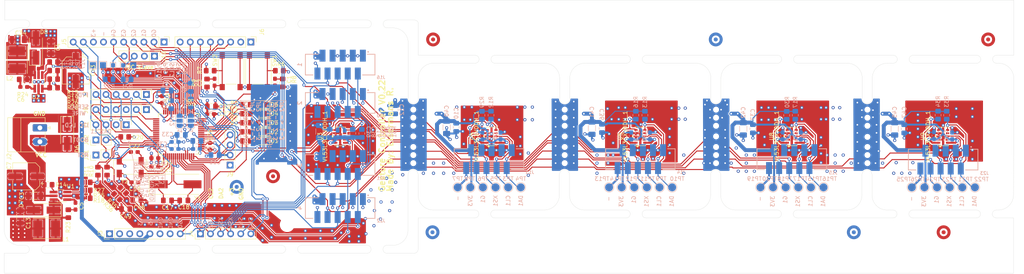
<source format=kicad_pcb>
(kicad_pcb (version 20211014) (generator pcbnew)
  (title_block (title "Gesture Control") (date "2022-03-21") (rev "V0.21"))
  (layers (0 "F.Cu" signal) (1 "In1.Cu" mixed "I1.Cu") (2 "In2.Cu" power "I2.Cu") (31 "B.Cu" signal) (34 "B.Paste" user) (35 "F.Paste" user) (36 "B.SilkS" user "B.Silkscreen") (37 "F.SilkS" user "F.Silkscreen") (38 "B.Mask" user) (39 "F.Mask" user) (44 "Edge.Cuts" user))
  (net 0 "")
  (net 1 "GND")
  (net 2 "VCC")
  (net 3 "+3V3")
  (net 4 "XSHUT_1")
  (net 5 "GPIOI_1")
  (net 6 "XSHUT_2")
  (net 7 "GPIOI_2")
  (net 8 "XSHUT_0")
  (net 9 "GPIOI_0")
  (net 10 "LED_3")
  (net 11 "LED_4")
  (net 12 "LED_1")
  (net 13 "LED_2")
  (net 14 "SW_1")
  (net 15 "SW_2")
  (net 16 "Net-(D1-Pad2)")
  (net 17 "Net-(D2-Pad2)")
  (net 18 "Net-(D3-Pad2)")
  (net 19 "Net-(D4-Pad2)")
  (net 20 "Net-(D5-Pad2)")
  (net 21 "+5V")
  (net 22 "Net-(D6-Pad2)")
  (net 23 "Net-(C1-Pad1)")
  (net 24 "Net-(C2-Pad1)")
  (net 25 "Net-(C6-Pad1)")
  (net 26 "/STM32L151RET6TR/MCO")
  (net 27 "/STM32L151RET6TR/OSM_OUT")
  (net 28 "/STM32L151RET6TR/OS32_OUT")
  (net 29 "/STM32L151RET6TR/BOOT")
  (net 30 "/STM32L151RET6TR/RST")
  (net 31 "/STM32L151RET6TR/OS32_IN")
  (net 32 "SCL1")
  (net 33 "SDA1")
  (net 34 "/STM32L151RET6TR/FTDI_RTS")
  (net 35 "/STM32L151RET6TR/FTDI_RXD")
  (net 36 "/STM32L151RET6TR/FTDI_TXD")
  (net 37 "/STM32L151RET6TR/FTDI_CTS")
  (net 38 "/STM32L151RET6TR/SW0")
  (net 39 "/STM32L151RET6TR/SWCLK")
  (net 40 "/STM32L151RET6TR/SWDAT")
  (net 41 "/STM32L151RET6TR/UART_RX")
  (net 42 "/STM32L151RET6TR/UART_TX")
  (net 43 "SCL2")
  (net 44 "SDA2")
  (net 45 "/STM32L151RET6TR/PIN41")
  (net 46 "/STM32L151RET6TR/PIN29")
  (net 47 "/STM32L151RET6TR/PIN30")
  (net 48 "/STM32L151RET6TR/PC8")
  (net 49 "/STM32L151RET6TR/PA9")
  (net 50 "/STM32L151RET6TR/PA10")
  (net 51 "Net-(C5-Pad2)")
  (net 52 "Net-(C5-Pad1)")
  (net 53 "Net-(C6-Pad2)")
  (net 54 "BUCK_33_EN")
  (net 56 "BUCK_5_EN")
  (net 57 "XSHUT_3")
  (net 58 "Net-(R18-Pad1)")
  (net 59 "Net-(R19-Pad1)")
  (net 60 "Net-(R25-Pad1)")
  (net 61 "Net-(R26-Pad1)")
  (net 62 "/OUT3.3")
  (net 63 "/OUT5.0")
  (net 64 "GPIOI_3")
  (net 76 "XSHUT_4")
  (net 78 "GPIOI_4")
  (net 100 "LED_0")
  (footprint "Connector_PinHeader_2.54mm:PinHeader_1x08_P2.54mm_Vertical" (layer "F.Cu") (at 45.974 123.952 90)
    (fp_text reference "J3")
    (fp_text value "Conn_01x08")
  )
  (footprint "Connector_PinHeader_2.54mm:PinHeader_1x06_P2.54mm_Vertical" (layer "F.Cu") (at 68.834 123.952 90)
    (fp_text reference "J4")
    (fp_text value "Conn_01x06")
  )
  (footprint "Connector_PinHeader_2.54mm:PinHeader_1x10_P2.54mm_Vertical" (layer "F.Cu") (at 59.69 75.692 -90)
    (fp_text reference "J5")
    (fp_text value "Conn_01x10")
  )
  (footprint "Capacitor_SMD:C_0603_1608Metric_Pad1.08x0.95mm_HandSolder" (layer "F.Cu") (at 72.4 85.8 -90)
    (fp_text reference "C2")
    (fp_text value "100n")
  )
  (footprint "Capacitor_SMD:CP_Elec_6.3x5.4" (layer "F.Cu") (at 25 109.5 180)
    (fp_text reference "C7")
    (fp_text value "10µ")
  )
  (footprint "Capacitor_SMD:C_0805_2012Metric_Pad1.18x1.45mm_HandSolder" (layer "F.Cu") (at 60.55199 115.56449)
    (fp_text reference "C17")
    (fp_text value "20p")
  )
  (footprint "Capacitor_SMD:C_0805_2012Metric_Pad1.18x1.45mm_HandSolder" (layer "F.Cu") (at 64.65899 115.56449 180)
    (fp_text reference "C18")
    (fp_text value "20p")
  )
  (footprint "Capacitor_SMD:C_0603_1608Metric_Pad1.08x0.95mm_HandSolder" (layer "F.Cu") (at 52.34499 110.99249)
    (fp_text reference "C19")
    (fp_text value "20p")
  )
  (footprint "Capacitor_SMD:C_0603_1608Metric_Pad1.08x0.95mm_HandSolder" (layer "F.Cu") (at 52.19149 103.37249)
    (fp_text reference "C22")
    (fp_text value "20p")
  )
  (footprint "Capacitor_SMD:C_0603_1608Metric_Pad1.08x0.95mm_HandSolder" (layer "F.Cu") (at 57.37199 104.9 180)
    (fp_text reference "C24")
    (fp_text value "100n")
  )
  (footprint "Capacitor_SMD:C_0603_1608Metric_Pad1.08x0.95mm_HandSolder" (layer "F.Cu") (at 57.37199 107.1 180)
    (fp_text reference "C25")
    (fp_text value "100n")
  )
  (footprint "Capacitor_SMD:C_0603_1608Metric_Pad1.08x0.95mm_HandSolder" (layer "F.Cu") (at 71.24149 101.94899 -90)
    (fp_text reference "C26")
    (fp_text value "100n")
  )
  (footprint "Capacitor_SMD:C_0603_1608Metric_Pad1.08x0.95mm_HandSolder" (layer "F.Cu") (at 71.4 93.8)
    (fp_text reference "C27")
    (fp_text value "100n")
  )
  (footprint "Capacitor_SMD:C_0603_1608Metric_Pad1.08x0.95mm_HandSolder" (layer "F.Cu") (at 59.182 90.17 90)
    (fp_text reference "C29")
    (fp_text value "100n")
  )
  (footprint "Capacitor_SMD:C_0805_2012Metric_Pad1.18x1.45mm_HandSolder" (layer "F.Cu") (at 71.6 91.9)
    (fp_text reference "C32")
    (fp_text value "4.7µ")
  )
  (footprint "LED_SMD:LED_0805_2012Metric_Pad1.15x1.40mm_HandSolder" (layer "F.Cu") (at 84.42449 100.57849 180)
    (fp_text reference "D1")
    (fp_text value "L1")
  )
  (footprint "LED_SMD:LED_0805_2012Metric_Pad1.15x1.40mm_HandSolder" (layer "F.Cu") (at 84.44249 98.29249 180)
    (fp_text reference "D2")
    (fp_text value "L2")
  )
  (footprint "LED_SMD:LED_0805_2012Metric_Pad1.15x1.40mm_HandSolder" (layer "F.Cu") (at 84.44249 96.00649 180)
    (fp_text reference "D3")
    (fp_text value "L3")
  )
  (footprint "LED_SMD:LED_0805_2012Metric_Pad1.15x1.40mm_HandSolder" (layer "F.Cu") (at 84.43349 91.43449 180)
    (fp_text reference "D5")
    (fp_text value "L5")
  )
  (footprint "Diode_SMD:D_SMA_Handsoldering" (layer "F.Cu") (at 35.3 98.8 -90)
    (fp_text reference "D6")
    (fp_text value "1N4002")
  )
  (footprint "Connector_PinHeader_2.54mm:PinHeader_1x04_P2.54mm_Vertical" (layer "F.Cu") (at 50.165 96.51449 -90)
    (fp_text reference "J1")
    (fp_text value "Conn_01x04_I2I-LCD")
  )
  (footprint "Connector_Phoenix_MC:PhoenixContact_MC_1,5_2-G-3.5_1x02_P3.50mm_Horizontal" (layer "F.Cu") (at 28.448 97.282 -90)
    (fp_text reference "J2")
    (fp_text value "BATT")
  )
  (footprint "Connector_PinHeader_2.54mm:PinHeader_1x06_P2.54mm_Vertical" (layer "F.Cu") (at 55.245 88.89449 -90)
    (fp_text reference "J7")
    (fp_text value "FTDI")
  )
  (footprint "Connector_PinHeader_2.54mm:PinHeader_1x04_P2.54mm_Vertical" (layer "F.Cu") (at 57.277 79.248 -90)
    (fp_text reference "J10")
    (fp_text value "EXTERN I2C")
  )
  (footprint "Resistor_SMD:R_0805_2012Metric_Pad1.20x1.40mm_HandSolder" (layer "F.Cu") (at 80.38549 100.57849 180)
    (fp_text reference "R1")
    (fp_text value "100")
  )
  (footprint "Resistor_SMD:R_0805_2012Metric_Pad1.20x1.40mm_HandSolder" (layer "F.Cu") (at 80.35349 98.29249 180)
    (fp_text reference "R2")
    (fp_text value "100")
  )
  (footprint "Resistor_SMD:R_0805_2012Metric_Pad1.20x1.40mm_HandSolder" (layer "F.Cu") (at 80.35349 96.00649 180)
    (fp_text reference "R3")
    (fp_text value "100")
  )
  (footprint "Resistor_SMD:R_0805_2012Metric_Pad1.20x1.40mm_HandSolder" (layer "F.Cu") (at 80.35349 93.72049 180)
    (fp_text reference "R4")
    (fp_text value "100")
  )
  (footprint "Resistor_SMD:R_0805_2012Metric_Pad1.20x1.40mm_HandSolder" (layer "F.Cu") (at 80.36949 91.43449 180)
    (fp_text reference "R5")
    (fp_text value "100")
  )
  (footprint "Resistor_SMD:R_0805_2012Metric_Pad1.20x1.40mm_HandSolder" (layer "F.Cu") (at 88.7 82.9 180)
    (fp_text reference "R6")
    (fp_text value "10k")
  )
  (footprint "Resistor_SMD:R_0805_2012Metric_Pad1.20x1.40mm_HandSolder" (layer "F.Cu") (at 71.3 82.9 180)
    (fp_text reference "R7")
    (fp_text value "10k")
  )
  (footprint "Resistor_SMD:R_0805_2012Metric_Pad1.20x1.40mm_HandSolder" (layer "F.Cu") (at 89.535 85.979 90)
    (fp_text reference "R8")
    (fp_text value "100")
  )
  (footprint "Resistor_SMD:R_0805_2012Metric_Pad1.20x1.40mm_HandSolder" (layer "F.Cu") (at 70.5 86 90)
    (fp_text reference "R9")
    (fp_text value "100")
  )
  (footprint "Resistor_SMD:R_0805_2012Metric_Pad1.20x1.40mm_HandSolder" (layer "F.Cu") (at 45.33349 108.18249 90)
    (fp_text reference "R10")
    (fp_text value "4k7")
  )
  (footprint "Resistor_SMD:R_0805_2012Metric_Pad1.20x1.40mm_HandSolder" (layer "F.Cu") (at 43.04749 108.18249 90)
    (fp_text reference "R11")
    (fp_text value "4k7")
  )
  (footprint "Resistor_SMD:R_0805_2012Metric_Pad1.20x1.40mm_HandSolder" (layer "F.Cu") (at 49.8 99.568)
    (fp_text reference "R20")
    (fp_text value "10k")
  )
  (footprint "Button_Switch_SMD:SW_Push_1P1T_NO_6x6mm_H9.5mm" (layer "F.Cu") (at 83.439 83.058 -90)
    (fp_text reference "SW1")
    (fp_text value "SW1")
  )
  (footprint "Button_Switch_SMD:SW_Push_1P1T_NO_6x6mm_H9.5mm" (layer "F.Cu") (at 76.581 83.058 90)
    (fp_text reference "SW2")
    (fp_text value "SW2")
  )
  (footprint "Package_QFP:LQFP-64_10x10mm_P0.5mm" (layer "F.Cu") (at 63.36749 98.80049 90)
    (fp_text reference "U6")
    (fp_text value "STM32L151RETx")
  )
  (footprint "Crystal:Crystal_SMD_SeikoEpson_MC306-4Pin_8.0x3.2mm" (layer "F.Cu") (at 51.17549 107.18249 180)
    (fp_text reference "Y2")
    (fp_text value "32kHz")
  )
  (footprint "LED_SMD:LED_0805_2012Metric_Pad1.15x1.40mm_HandSolder" (layer "F.Cu") (at 84.44249 93.72049 180)
    (fp_text reference "D4")
    (fp_text value "L4")
  )
  (footprint "Connector_PinHeader_2.54mm:PinHeader_1x04_P2.54mm_Vertical" (layer "F.Cu") (at 76.32149 106.67449 180)
    (fp_text reference "J9")
    (fp_text value "UART")
  )
  (footprint "Capacitor_SMD:C_0603_1608Metric_Pad1.08x0.95mm_HandSolder" (layer "F.Cu") (at 87.6 85.8 -90)
    (fp_text reference "C1")
    (fp_text value "100n")
  )
  (footprint "Connector_PinHeader_2.54mm:PinHeader_1x08_P2.54mm_Vertical" (layer "F.Cu") (at 81.534 75.692 -90)
    (fp_text reference "J6")
    (fp_text value "Conn_01x08")
  )
  (footprint "Connector_PinHeader_2.54mm:PinHeader_1x06_P2.54mm_Vertical" (layer "F.Cu") (at 55.23949 92.70449 -90)
    (fp_text reference "J8")
    (fp_text value "Conn_01x06")
  )
  (footprint "Crystal:Crystal_SMD_HC49-SD" (layer "F.Cu") (at 62.60549 111.50049)
    (fp_text reference "Y1")
    (fp_text value "8MHz")
  )
  (footprint "Capacitor_SMD:C_1206_3216Metric_Pad1.33x1.80mm_HandSolder" (layer "F.Cu") (at 27.1 114.4 180)
    (fp_text reference "C3")
    (fp_text value "10µF")
  )
  (footprint "Capacitor_SMD:C_1206_3216Metric_Pad1.33x1.80mm_HandSolder" (layer "F.Cu") (at 31.258 77.0255 90)
    (fp_text reference "C4")
    (fp_text value "10µF")
  )
  (footprint "Capacitor_SMD:C_0603_1608Metric_Pad1.08x0.95mm_HandSolder" (layer "F.Cu") (at 37.4 117 90)
    (fp_text reference "C5")
    (fp_text value "100nF")
  )
  (footprint "Capacitor_SMD:C_0603_1608Metric_Pad1.08x0.95mm_HandSolder" (layer "F.Cu") (at 24.384 86.995)
    (fp_text reference "C6")
    (fp_text value "100nF")
  )
  (footprint "Capacitor_SMD:C_1206_3216Metric_Pad1.33x1.80mm_HandSolder" (layer "F.Cu") (at 23.5 119.7 90)
    (fp_text reference "C13")
    (fp_text value "10µ")
  )
  (footprint "Capacitor_SMD:C_1206_3216Metric_Pad1.33x1.80mm_HandSolder" (layer "F.Cu") (at 22.987 75.057)
    (fp_text reference "C34")
    (fp_text value "10µ")
  )
  (footprint "Diode_SMD:D_SMA_Handsoldering" (layer "F.Cu") (at 29.4 118 180)
    (fp_text reference "D7")
    (fp_text value "B230A")
  )
  (footprint "Diode_SMD:D_SMA_Handsoldering" (layer "F.Cu") (at 27.432 77.1525 90)
    (fp_text reference "D8")
    (fp_text value "B230A")
  )
  (footprint "Inductor_SMD:L_Taiyo-Yuden_NR-50xx_HandSoldering" (layer "F.Cu") (at 30.179 122.62 180)
    (fp_text reference "L1")
    (fp_text value "10µH")
  )
  (footprint "Inductor_SMD:L_Taiyo-Yuden_NR-50xx_HandSoldering" (layer "F.Cu") (at 22.733 80.173 90)
    (fp_text reference "L2")
    (fp_text value "10µH")
  )
  (footprint "Resistor_SMD:R_0805_2012Metric_Pad1.20x1.40mm_HandSolder" (layer "F.Cu") (at 30.5 111.6)
    (fp_text reference "R14")
    (fp_text value "100k")
  )
  (footprint "Resistor_SMD:R_0805_2012Metric_Pad1.20x1.40mm_HandSolder" (layer "F.Cu") (at 31.893 80.7085 180)
    (fp_text reference "R15")
    (fp_text value "100k")
  )
  (footprint "Resistor_SMD:R_0805_2012Metric_Pad1.20x1.40mm_HandSolder" (layer "F.Cu") (at 40.1 115 180)
    (fp_text reference "R18")
    (fp_text value "220")
  )
  (footprint "Resistor_SMD:R_0805_2012Metric_Pad1.20x1.40mm_HandSolder" (layer "F.Cu") (at 31.893 82.8675 180)
    (fp_text reference "R19")
    (fp_text value "820")
  )
  (footprint "Resistor_SMD:R_0805_2012Metric_Pad1.20x1.40mm_HandSolder" (layer "F.Cu") (at 35.6 118.9 90)
    (fp_text reference "R23")
    (fp_text value "100")
  )
  (footprint "Resistor_SMD:R_0805_2012Metric_Pad1.20x1.40mm_HandSolder" (layer "F.Cu") (at 24.241 85.09 180)
    (fp_text reference "R24")
    (fp_text value "100")
  )
  (footprint "Resistor_SMD:R_0805_2012Metric_Pad1.20x1.40mm_HandSolder" (layer "F.Cu") (at 40.1 113)
    (fp_text reference "R25")
    (fp_text value "18k")
  )
  (footprint "Resistor_SMD:R_0805_2012Metric_Pad1.20x1.40mm_HandSolder" (layer "F.Cu") (at 31.893 85.0265)
    (fp_text reference "R26")
    (fp_text value "10k")
  )
  (footprint "Resistor_SMD:R_0805_2012Metric_Pad1.20x1.40mm_HandSolder" (layer "F.Cu") (at 40.1 111)
    (fp_text reference "R27")
    (fp_text value "56k")
  )
  (footprint "Resistor_SMD:R_0805_2012Metric_Pad1.20x1.40mm_HandSolder" (layer "F.Cu") (at 31.893 87.1855)
    (fp_text reference "R28")
    (fp_text value "56k")
  )
  (footprint "Package_TO_SOT_SMD:TSOT-23-6_HandSoldering" (layer "F.Cu") (at 33.6 114.4 180)
    (fp_text reference "U1")
    (fp_text value "AP5100_3.3")
  )
  (footprint "Package_TO_SOT_SMD:TSOT-23-6_HandSoldering" (layer "F.Cu") (at 28.099 85.725 90)
    (fp_text reference "U2")
    (fp_text value "AP5100_3.3")
  )
  (footprint "VL53L3CX:VL53L3CXV0DH&slash_1" (layer "F.Cu") (at 104.013 99.441 90)
    (fp_text reference "U3")
    (fp_text value "VL53L3CXV0DH_1")
  )
  (footprint "VL53L3CX:VL53L3CXV0DH&slash_1" (layer "F.Cu") (at 142.113 99.441 90)
    (fp_text reference "U4")
    (fp_text value "VL53L3CXV0DH_1")
  )
  (footprint "VL53L3CX:VL53L3CXV0DH&slash_1" (layer "F.Cu") (at 179.578 99.441 90)
    (fp_text reference "U5")
    (fp_text value "VL53L3CXV0DH_1")
  )
  (footprint "VL53L3CX:VL53L3CXV0DH&slash_1" (layer "F.Cu") (at 217.678 99.441 90)
    (fp_text reference "U8")
    (fp_text value "VL53L3CXV0DH_1")
  )
  (footprint "MountingHole:MountingHole_3.2mm_M3" (layer "F.Cu") (at 154.178 86.741 90)
    (fp_text reference "H1" hide)
    (fp_text value "MountingHole" hide)
  )
  (footprint "MountingHole:MountingHole_3.2mm_M3" (layer "F.Cu") (at 154.178 112.141 90)
    (fp_text reference "H3" hide)
    (fp_text value "MountingHole" hide)
  )
  (footprint "MountingHole:MountingHole_3.2mm_M3" (layer "F.Cu") (at 128.778 86.741 90)
    (fp_text reference "H4" hide)
    (fp_text value "MountingHole" hide)
  )
  (footprint "MountingHole:MountingHole_3.2mm_M3" (layer "F.Cu") (at 192.278 86.741)
    (fp_text reference "H5" hide)
    (fp_text value "MountingHole" hide)
  )
  (footprint "MountingHole:MountingHole_3.2mm_M3" (layer "F.Cu") (at 192.278 112.141)
    (fp_text reference "H6" hide)
    (fp_text value "MountingHole" hide)
  )
  (footprint "MountingHole:MountingHole_3.2mm_M3" (layer "F.Cu") (at 90.678 121.666 90)
    (fp_text reference "H8" hide)
    (fp_text value "MountingHole" hide)
  )
  (footprint "MountingHole:MountingHole_3.2mm_M3" (layer "F.Cu") (at 166.878 112.141)
    (fp_text reference "H11" hide)
    (fp_text value "MountingHole" hide)
  )
  (footprint "MountingHole:MountingHole_3.2mm_M3" (layer "F.Cu") (at 166.878 86.741)
    (fp_text reference "H12" hide)
    (fp_text value "MountingHole" hide)
  )
  (footprint "MountingHole:MountingHole_3.2mm_M3" (layer "F.Cu") (at 117.348 77.216 90)
    (fp_text reference "H7" hide)
    (fp_text value "MountingHole" hide)
  )
  (footprint "MountingHole:MountingHole_3.2mm_M3" (layer "F.Cu") (at 117.348 121.666 90)
    (fp_text reference "H9" hide)
    (fp_text value "MountingHole" hide)
  )
  (footprint "MountingHole:MountingHole_3.2mm_M3" (layer "F.Cu") (at 90.678 77.216 90)
    (fp_text reference "H10" hide)
    (fp_text value "MountingHole" hide)
  )
  (footprint "MountingHole:MountingHole_3.2mm_M3" (layer "F.Cu") (at 128.778 112.141 90)
    (fp_text reference "H2" hide)
    (fp_text value "MountingHole" hide)
  )
  (footprint "Connector_PinHeader_2.54mm:PinHeader_1x02_P2.54mm_Vertical" (layer "F.Cu") (at 42.53949 104.13449 90)
    (fp_text reference "J11")
    (fp_text value "Conn_01x02")
  )
  (footprint "Connector_PinHeader_2.54mm:PinHeader_1x02_P2.54mm_Vertical" (layer "F.Cu") (at 42.53949 100.32449 90)
    (fp_text reference "J12")
    (fp_text value "Conn_01x02")
  )
  (footprint "MountingHole:MountingHole_3.2mm_M3" (layer "F.Cu") (at 204.978 86.741)
    (fp_text reference "H13" hide)
    (fp_text value "MountingHole" hide)
  )
  (footprint "MountingHole:MountingHole_3.2mm_M3" (layer "F.Cu") (at 204.978 112.141)
    (fp_text reference "H14" hide)
    (fp_text value "MountingHole" hide)
  )
  (footprint "MountingHole:MountingHole_3.2mm_M3" (layer "F.Cu") (at 230.378 86.741)
    (fp_text reference "H15" hide)
    (fp_text value "MountingHole" hide)
  )
  (footprint "MountingHole:MountingHole_3.2mm_M3" (layer "F.Cu") (at 230.378 112.141)
    (fp_text reference "H16" hide)
    (fp_text value "MountingHole" hide)
  )
  (footprint "Package_QFP:LQFP-64_10x10mm_P0.5mm" (layer "F.Cu") (at 63.36749 98.80049 90)
    (fp_text reference "U7")
    (fp_text value "STM32F401RETx")
  )
  (footprint "Capacitor_SMD:C_0805_2012Metric_Pad1.18x1.45mm_HandSolder" (layer "F.Cu") (at 52.8105 115.443 180)
    (fp_text reference "C48")
    (fp_text value "x")
  )
  (footprint "" (layer "F.Cu") (at 236.728 96.774)
    (fp_text reference "")
    (fp_text value "")
  )
  (footprint "" (layer "F.Cu") (at 160.528 94.742)
    (fp_text reference "")
    (fp_text value "")
  )
  (footprint "" (layer "F.Cu") (at 122.428 99.441)
    (fp_text reference "")
    (fp_text value "")
  )
  (footprint "" (layer "F.Cu") (at 198.628 94.742)
    (fp_text reference "")
    (fp_text value "")
  )
  (footprint "" (layer "F.Cu") (at 122.428 102.108)
    (fp_text reference "")
    (fp_text value "")
  )
  (footprint "" (layer "F.Cu") (at 198.628 102.108)
    (fp_text reference "")
    (fp_text value "")
  )
  (footprint "Resistor_SMD:R_0805_2012Metric_Pad1.20x1.40mm_HandSolder" (layer "F.Cu") (at 49.403 113.03 135)
    (fp_text reference "R35")
    (fp_text value "x")
  )
  (footprint "" (layer "F.Cu") (at 160.528 99.441)
    (fp_text reference "")
    (fp_text value "")
  )
  (footprint "" (layer "F.Cu") (at 236.728 99.568)
    (fp_text reference "")
    (fp_text value "")
  )
  (footprint "MountingHole:MountingHole_3.2mm_M3" (layer "F.Cu") (at 268.478 112.141)
    (fp_text reference "H16" hide)
    (fp_text value "MountingHole" hide)
  )
  (footprint "" (layer "F.Cu") (at 198.628 96.774)
    (fp_text reference "")
    (fp_text value "")
  )
  (footprint "coördinatiePunt:coördinatiepunt" (layer "F.Cu") (at 267.11 75.04)
    (fp_text reference "REF**" hide)
    (fp_text value "coördinatiepunt")
  )
  (footprint "MountingHole:MountingHole_3.2mm_M3" (layer "F.Cu") (at 243.078 86.741)
    (fp_text reference "H13" hide)
    (fp_text value "MountingHole" hide)
  )
  (footprint "coördinatiePunt:coördinatiepunt" (layer "F.Cu") (at 87.122 109.474)
    (fp_text reference "REF**" hide)
    (fp_text value "coördinatiepunt")
  )
  (footprint "" (layer "F.Cu") (at 122.428 96.774)
    (fp_text reference "")
    (fp_text value "")
  )
  (footprint "MountingHole:MountingHole_3.2mm_M3" (layer "F.Cu") (at 268.478 86.741)
    (fp_text reference "H15" hide)
    (fp_text value "MountingHole" hide)
  )
  (footprint "" (layer "F.Cu") (at 236.728 106.172)
    (fp_text reference "")
    (fp_text value "")
  )
  (footprint "VL53L3CX:VL53L3CXV0DH&slash_1" (layer "F.Cu") (at 255.778 99.441 90)
    (fp_text reference "U9")
    (fp_text value "VL53L3CXV0DH_1")
  )
  (footprint "" (layer "F.Cu") (at 122.428 94.742)
    (fp_text reference "")
    (fp_text value "")
  )
  (footprint "" (layer "F.Cu") (at 122.428 104.14)
    (fp_text reference "")
    (fp_text value "")
  )
  (footprint "" (layer "F.Cu") (at 198.628 92.71)
    (fp_text reference "")
    (fp_text value "")
  )
  (footprint "" (layer "F.Cu") (at 160.528 102.108)
    (fp_text reference "")
    (fp_text value "")
  )
  (footprint "" (layer "F.Cu") (at 236.728 94.742)
    (fp_text reference "")
    (fp_text value "")
  )
  (footprint "coördinatiePunt:coördinatiepunt" (layer "F.Cu") (at 255.905 123.571)
    (fp_text reference "REF**" hide)
    (fp_text value "coördinatiepunt")
  )
  (footprint "" (layer "F.Cu") (at 236.728 104.14)
    (fp_text reference "")
    (fp_text value "")
  )
  (footprint "Capacitor_SMD:C_0805_2012Metric_Pad1.18x1.45mm_HandSolder" (layer "F.Cu") (at 50.038 117.729)
    (fp_text reference "C49")
    (fp_text value "x")
  )
  (footprint "MountingHole:MountingHole_4.5mm" (layer "F.Cu") (at 32.512 106.934)
    (fp_text reference "REF**" hide)
    (fp_text value "MountingHole_4.5mm" hide)
  )
  (footprint "Capacitor_SMD:CP_Elec_6.3x5.4" (layer "F.Cu") (at 37.481 82.8548 -90)
    (fp_text reference "C43")
    (fp_text value "10µ")
  )
  (footprint "Resistor_SMD:R_0805_2012Metric_Pad1.20x1.40mm_HandSolder" (layer "F.Cu") (at 47.824107 114.626107 135)
    (fp_text reference "R36")
    (fp_text value "x")
  )
  (footprint "" (layer "F.Cu") (at 198.628 106.172)
    (fp_text reference "")
    (fp_text value "")
  )
  (footprint "" (layer "F.Cu") (at 198.628 104.14)
    (fp_text reference "")
    (fp_text value "")
  )
  (footprint "MountingHole:MountingHole_3.2mm_M3" (layer "F.Cu") (at 243.078 112.141)
    (fp_text reference "H14" hide)
    (fp_text value "MountingHole" hide)
  )
  (footprint "" (layer "F.Cu") (at 160.528 104.14)
    (fp_text reference "")
    (fp_text value "")
  )
  (footprint "" (layer "F.Cu") (at 122.428 106.172)
    (fp_text reference "")
    (fp_text value "")
  )
  (footprint "" (layer "F.Cu") (at 160.528 96.774)
    (fp_text reference "")
    (fp_text value "")
  )
  (footprint "" (layer "F.Cu") (at 122.428 92.71)
    (fp_text reference "")
    (fp_text value "")
  )
  (footprint "" (layer "F.Cu") (at 160.528 92.71)
    (fp_text reference "")
    (fp_text value "")
  )
  (footprint "" (layer "F.Cu") (at 160.528 106.172)
    (fp_text reference "")
    (fp_text value "")
  )
  (footprint "" (layer "F.Cu") (at 236.728 102.108)
    (fp_text reference "")
    (fp_text value "")
  )
  (footprint "" (layer "F.Cu") (at 198.628 99.441)
    (fp_text reference "")
    (fp_text value "")
  )
  (footprint "MountingHole:MountingHole_4.5mm" (layer "F.Cu") (at 32.512 90.932)
    (fp_text reference "REF**" hide)
    (fp_text value "MountingHole_4.5mm" hide)
  )
  (footprint "coördinatiePunt:coördinatiepunt" (layer "F.Cu") (at 127.41 75.04)
    (fp_text reference "REF**" hide)
    (fp_text value "coördinatiepunt")
  )
  (footprint "" (layer "F.Cu") (at 236.728 92.71)
    (fp_text reference "")
    (fp_text value "")
  )
  (footprint "Capacitor_SMD:C_0603_1608Metric_Pad1.08x0.95mm_HandSolder" (layer "B.Cu") (at 67.83899 102.61049)
    (fp_text reference "C28")
    (fp_text value "100n")
  )
  (footprint "Capacitor_SMD:C_0805_2012Metric_Pad1.18x1.45mm_HandSolder" (layer "B.Cu") (at 67.96099 100.57849)
    (fp_text reference "C30")
    (fp_text value "1µ")
  )
  (footprint "Capacitor_SMD:C_0603_1608Metric_Pad1.08x0.95mm_HandSolder" (layer "B.Cu") (at 62.45199 100.83249)
    (fp_text reference "C31")
    (fp_text value "100n")
  )
  (footprint "Capacitor_SMD:C_0805_2012Metric_Pad1.18x1.45mm_HandSolder" (layer "B.Cu") (at 64.008 99.06 180)
    (fp_text reference "C33")
    (fp_text value "4.7µ")
  )
  (footprint "TestPoint:TestPoint_Pad_1.5x1.5mm" (layer "B.Cu") (at 51.93749 81.52849 90)
    (fp_text reference "J17")
    (fp_text value "Conn_01x01")
  )
  (footprint "TestPoint:TestPoint_Pad_1.5x1.5mm" (layer "B.Cu") (at 44.31749 81.52849 -90)
    (fp_text reference "J18")
    (fp_text value "Conn_01x01")
  )
  (footprint "TestPoint:TestPoint_Pad_1.5x1.5mm" (layer "B.Cu") (at 41.77749 81.52849 -90)
    (fp_text reference "J19")
    (fp_text value "Conn_01x01")
  )
  (footprint "Jumper:SolderJumper-3_P1.3mm_Open_RoundedPad1.0x1.5mm_NumberLabels" (layer "B.Cu") (at 66.421 95.504 90)
    (fp_text reference "JP3")
    (fp_text value "SolderJumper_3_Open")
  )
  (footprint "Resistor_SMD:R_0805_2012Metric_Pad1.20x1.40mm_HandSolder" (layer "B.Cu") (at 50.39749 85.08449 180)
    (fp_text reference "R21")
    (fp_text value "4k7")
  )
  (footprint "Resistor_SMD:R_0805_2012Metric_Pad1.20x1.40mm_HandSolder" (layer "B.Cu") (at 45.85749 85.08449)
    (fp_text reference "R22")
    (fp_text value "4k7")
  )
  (footprint "TestPoint:TestPoint_Pad_1.0x1.0mm" (layer "B.Cu") (at 49.39749 81.52849 -90)
    (fp_text reference "TP1")
    (fp_text value "SDA_TEST")
  )
  (footprint "TestPoint:TestPoint_Pad_1.0x1.0mm" (layer "B.Cu") (at 46.85749 81.52849 -90)
    (fp_text reference "TP2")
    (fp_text value "SCL_TEST")
  )
  (footprint "Jumper:SolderJumper-3_P1.3mm_Open_RoundedPad1.0x1.5mm_NumberLabels" (layer "B.Cu") (at 63.627 95.504 90)
    (fp_text reference "JP2")
    (fp_text value "SolderJumper_3_Open")
  )
  (footprint "Capacitor_SMD:C_0603_1608Metric_Pad1.08x0.95mm_HandSolder" (layer "B.Cu") (at 62.45199 102.61049)
    (fp_text reference "C23")
    (fp_text value "100n")
  )
  (footprint "Capacitor_SMD:C_0805_2012Metric_Pad1.18x1.45mm_HandSolder" (layer "B.Cu") (at 72.53299 104.13449 180)
    (fp_text reference "C11")
    (fp_text value "4.7µF")
  )
  (footprint "Capacitor_SMD:C_0603_1608Metric_Pad1.08x0.95mm_HandSolder" (layer "B.Cu") (at 177.292 99.314 90)
    (fp_text reference "C14")
    (fp_text value "100n")
  )
  (footprint "Capacitor_SMD:C_0603_1608Metric_Pad1.08x0.95mm_HandSolder" (layer "B.Cu") (at 215.392 99.2875 90)
    (fp_text reference "C15")
    (fp_text value "100n")
  )
  (footprint "Capacitor_SMD:C_0603_1608Metric_Pad1.08x0.95mm_HandSolder" (layer "B.Cu") (at 103.378 98.8325 90)
    (fp_text reference "C16")
    (fp_text value "100n")
  )
  (footprint "Capacitor_SMD:C_0603_1608Metric_Pad1.08x0.95mm_HandSolder" (layer "B.Cu") (at 181.991 99.314 90)
    (fp_text reference "C20")
    (fp_text value "100n")
  )
  (footprint "Capacitor_SMD:C_0603_1608Metric_Pad1.08x0.95mm_HandSolder" (layer "B.Cu") (at 219.964 99.314 90)
    (fp_text reference "C21")
    (fp_text value "100n")
  )
  (footprint "Capacitor_SMD:C_0603_1608Metric_Pad1.08x0.95mm_HandSolder" (layer "B.Cu") (at 105.156 98.8325 90)
    (fp_text reference "C35")
    (fp_text value "100n")
  )
  (footprint "Capacitor_SMD:C_0805_2012Metric_Pad1.18x1.45mm_HandSolder" (layer "B.Cu") (at 169.926 97.4305 -90)
    (fp_text reference "C36")
    (fp_text value "4.7µ")
  )
  (footprint "Capacitor_SMD:C_0805_2012Metric_Pad1.18x1.45mm_HandSolder" (layer "B.Cu") (at 207.899 97.519 -90)
    (fp_text reference "C37")
    (fp_text value "4.7µ")
  )
  (footprint "Capacitor_SMD:C_0805_2012Metric_Pad1.18x1.45mm_HandSolder" (layer "B.Cu") (at 101.346 98.7005 90)
    (fp_text reference "C38")
    (fp_text value "4.7µ")
  )
  (footprint "Capacitor_SMD:C_1206_3216Metric_Pad1.33x1.80mm_HandSolder" (layer "B.Cu") (at 98.806 98.2095 90)
    (fp_text reference "C39")
    (fp_text value "10µ")
  )
  (footprint "Capacitor_SMD:C_1206_3216Metric_Pad1.33x1.80mm_HandSolder" (layer "B.Cu") (at 130.81 97.155 -90)
    (fp_text reference "C40")
    (fp_text value "10µ")
  )
  (footprint "Capacitor_SMD:C_1206_3216Metric_Pad1.33x1.80mm_HandSolder" (layer "B.Cu") (at 167.386 97.3705 -90)
    (fp_text reference "C41")
    (fp_text value "10µ")
  )
  (footprint "Capacitor_SMD:C_1206_3216Metric_Pad1.33x1.80mm_HandSolder" (layer "B.Cu") (at 205.486 97.536 -90)
    (fp_text reference "C42")
    (fp_text value "10µ")
  )
  (footprint "Resistor_SMD:R_0805_2012Metric_Pad1.20x1.40mm_HandSolder" (layer "B.Cu") (at 180.721 94.107 -90)
    (fp_text reference "R13")
    (fp_text value "10k")
  )
  (footprint "Resistor_SMD:R_0805_2012Metric_Pad1.20x1.40mm_HandSolder" (layer "B.Cu") (at 178.435 94.107 -90)
    (fp_text reference "R16")
    (fp_text value "10k")
  )
  (footprint "Resistor_SMD:R_0805_2012Metric_Pad1.20x1.40mm_HandSolder" (layer "B.Cu") (at 218.567 94.107 -90)
    (fp_text reference "R17")
    (fp_text value "10k")
  )
  (footprint "Resistor_SMD:R_0805_2012Metric_Pad1.20x1.40mm_HandSolder" (layer "B.Cu") (at 216.408 94.139 -90)
    (fp_text reference "R30")
    (fp_text value "10k")
  )
  (footprint "Resistor_SMD:R_0805_2012Metric_Pad1.20x1.40mm_HandSolder" (layer "B.Cu") (at 109.474 98.695 90)
    (fp_text reference "R31")
    (fp_text value "10k")
  )
  (footprint "Resistor_SMD:R_0805_2012Metric_Pad1.20x1.40mm_HandSolder" (layer "B.Cu") (at 107.188 98.679 90)
    (fp_text reference "R32")
    (fp_text value "10k")
  )
  (footprint "Capacitor_SMD:C_0603_1608Metric_Pad1.08x0.95mm_HandSolder" (layer "B.Cu") (at 144.399 99.314 90)
    (fp_text reference "C8")
    (fp_text value "100n")
  )
  (footprint "Capacitor_SMD:C_0603_1608Metric_Pad1.08x0.95mm_HandSolder" (layer "B.Cu") (at 139.827 99.314 90)
    (fp_text reference "C9")
    (fp_text value "100n")
  )
  (footprint "Capacitor_SMD:C_0805_2012Metric_Pad1.18x1.45mm_HandSolder" (layer "B.Cu") (at 133.223 97.155 -90)
    (fp_text reference "C10")
    (fp_text value "4.7µ")
  )
  (footprint "Capacitor_SMD:C_0805_2012Metric_Pad1.18x1.45mm_HandSolder" (layer "B.Cu") (at 117.856 92.7315 90)
    (fp_text reference "C12")
    (fp_text value "4.7µF")
  )
  (footprint "Resistor_SMD:R_0805_2012Metric_Pad1.20x1.40mm_HandSolder" (layer "B.Cu") (at 141.986 94.107 -90)
    (fp_text reference "R12")
    (fp_text value "10k")
  )
  (footprint "Resistor_SMD:R_0805_2012Metric_Pad1.20x1.40mm_HandSolder" (layer "B.Cu") (at 139.7 94.123 -90)
    (fp_text reference "R29")
    (fp_text value "10k")
  )
  (footprint "WR-MM Female SMT Connector:WR-MM_Female_SMT_Connector" (layer "B.Cu") (at 179.578 105.156)
    (property "VALUE" "WR-MM Female SMT Connector")
    (fp_text reference "J14")
    (fp_text value "690367291076")
  )
  (footprint "WR-MM Female SMT Connector:WR-MM_Female_SMT_Connector" (layer "B.Cu") (at 217.678 105.156)
    (property "VALUE" "WR-MM Female SMT Connector")
    (fp_text reference "J15")
    (fp_text value "690367291076")
  )
  (footprint "WR-MM Female SMT Connector:WR-MM_Female_SMT_Connector" (layer "B.Cu") (at 104.013 81.371)
    (property "VALUE" "WR-MM Female SMT Connector")
    (fp_text reference "J16")
    (fp_text value "690367291076")
  )
  (footprint "WR-MM Female SMT Connector:WR-MM_Female_SMT_Connector" (layer "B.Cu") (at 104.013 91.023)
    (property "VALUE" "WR-MM Female SMT Connector")
    (fp_text reference "J20")
    (fp_text value "690367291076")
  )
  (footprint "WR-MM Female SMT Connector:WR-MM_Female_SMT_Connector" (layer "B.Cu") (at 104.013 106.644)
    (property "VALUE" "WR-MM Female SMT Connector")
    (fp_text reference "J21")
    (fp_text value "690367291076")
  )
  (footprint "WR-MM Female SMT Connector:WR-MM_Female_SMT_Connector" (layer "B.Cu") (at 141.478 105.156)
    (property "VALUE" "WR-MM Female SMT Connector")
    (fp_text reference "J13")
    (fp_text value "690367291076")
  )
  (footprint "TestPoint:TestPoint_Pad_D2.0mm" (layer "B.Cu") (at 146.304 112.268)
    (fp_text reference "TP3")
    (fp_text value "TestPoint")
  )
  (footprint "TestPoint:TestPoint_Pad_D2.0mm" (layer "B.Cu") (at 149.479 112.268)
    (fp_text reference "TP4")
    (fp_text value "TestPoint")
  )
  (footprint "TestPoint:TestPoint_Pad_D2.0mm" (layer "B.Cu") (at 143.129 112.268)
    (fp_text reference "TP5")
    (fp_text value "TestPoint")
  )
  (footprint "TestPoint:TestPoint_Pad_D2.0mm" (layer "B.Cu") (at 139.954 112.268)
    (fp_text reference "TP6")
    (fp_text value "TestPoint")
  )
  (footprint "TestPoint:TestPoint_Pad_D2.0mm" (layer "B.Cu") (at 133.604 112.268)
    (fp_text reference "TP7")
    (fp_text value "TestPoint")
  )
  (footprint "TestPoint:TestPoint_Pad_D2.0mm" (layer "B.Cu") (at 136.779 112.268)
    (fp_text reference "TP8")
    (fp_text value "TestPoint")
  )
  (footprint "TestPoint:TestPoint_Pad_D2.0mm" (layer "B.Cu") (at 184.404 112.268)
    (fp_text reference "TP9")
    (fp_text value "TestPoint")
  )
  (footprint "TestPoint:TestPoint_Pad_D2.0mm" (layer "B.Cu") (at 187.579 112.268)
    (fp_text reference "TP10")
    (fp_text value "TestPoint")
  )
  (footprint "TestPoint:TestPoint_Pad_D2.0mm" (layer "B.Cu") (at 181.229 112.268)
    (fp_text reference "TP11")
    (fp_text value "TestPoint")
  )
  (footprint "TestPoint:TestPoint_Pad_D2.0mm" (layer "B.Cu") (at 178.054 112.268)
    (fp_text reference "TP12")
    (fp_text value "TestPoint")
  )
  (footprint "TestPoint:TestPoint_Pad_D2.0mm" (layer "B.Cu") (at 171.704 112.268)
    (fp_text reference "TP13")
    (fp_text value "TestPoint")
  )
  (footprint "TestPoint:TestPoint_Pad_D2.0mm" (layer "B.Cu") (at 222.504 112.268)
    (fp_text reference "TP15")
    (fp_text value "TestPoint")
  )
  (footprint "TestPoint:TestPoint_Pad_D2.0mm" (layer "B.Cu") (at 225.679 112.268)
    (fp_text reference "TP16")
    (fp_text value "TestPoint")
  )
  (footprint "TestPoint:TestPoint_Pad_D2.0mm" (layer "B.Cu") (at 219.329 112.268)
    (fp_text reference "TP17")
    (fp_text value "TestPoint")
  )
  (footprint "TestPoint:TestPoint_Pad_D2.0mm" (layer "B.Cu") (at 216.154 112.268)
    (fp_text reference "TP18")
    (fp_text value "TestPoint")
  )
  (footprint "TestPoint:TestPoint_Pad_D2.0mm" (layer "B.Cu") (at 209.804 112.268)
    (fp_text reference "TP19")
    (fp_text value "TestPoint")
  )
  (footprint "TestPoint:TestPoint_Pad_D2.0mm" (layer "B.Cu") (at 212.979 112.268)
    (fp_text reference "TP20")
    (fp_text value "TestPoint")
  )
  (footprint "TestPoint:TestPoint_Pad_D2.0mm" (layer "B.Cu") (at 174.879 112.268)
    (fp_text reference "TP14")
    (fp_text value "TestPoint")
  )
  (footprint "TestPoint:TestPoint_Pad_D2.0mm" (layer "B.Cu") (at 263.779 112.268 180)
    (fp_text reference "TP22")
    (fp_text value "TestPoint")
  )
  (footprint "Capacitor_SMD:C_1206_3216Metric_Pad1.33x1.80mm_HandSolder" (layer "B.Cu") (at 243.586 97.536 -90)
    (fp_text reference "C45")
    (fp_text value "10µ")
  )
  (footprint "Resistor_SMD:R_0805_2012Metric_Pad1.20x1.40mm_HandSolder" (layer "B.Cu") (at 254.508 94.091 -90)
    (fp_text reference "R34")
    (fp_text value "10k")
  )
  (footprint "TestPoint:TestPoint_Pad_D2.0mm" (layer "B.Cu") (at 247.904 112.268 180)
    (fp_text reference "TP25")
    (fp_text value "TestPoint")
  )
  (footprint "Capacitor_SMD:C_0603_1608Metric_Pad1.08x0.95mm_HandSolder" (layer "B.Cu") (at 253.492 99.2135 90)
    (fp_text reference "C44")
    (fp_text value "100n")
  )
  (footprint "coördinatiePunt:coördinatiepunt" (layer "B.Cu") (at 127.254 123.571 180)
    (fp_text reference "REF**" hide)
    (fp_text value "coördinatiepunt")
  )
  (footprint "Resistor_SMD:R_0805_2012Metric_Pad1.20x1.40mm_HandSolder" (layer "B.Cu") (at 256.667 94.107 -90)
    (fp_text reference "R33")
    (fp_text value "10k")
  )
  (footprint "coördinatiePunt:coördinatiepunt" (layer "B.Cu") (at 77.978 112.141 180)
    (fp_text reference "REF**" hide)
    (fp_text value "coördinatiepunt")
  )
  (footprint "Resistor_SMD:R_0805_2012Metric_Pad1.20x1.40mm_HandSolder" (layer "B.Cu") (at 61.468 91.456 90)
    (fp_text reference "R38")
    (fp_text value "x")
  )
  (footprint "coördinatiePunt:coördinatiepunt" (layer "B.Cu") (at 233.299 123.571 180)
    (fp_text reference "REF**" hide)
    (fp_text value "coördinatiepunt")
  )
  (footprint "Resistor_SMD:R_0805_2012Metric_Pad1.20x1.40mm_HandSolder" (layer "B.Cu") (at 66.421 91.043 -90)
    (fp_text reference "R37")
    (fp_text value "x")
  )
  (footprint "TestPoint:TestPoint_Pad_D2.0mm" (layer "B.Cu") (at 251.079 112.268 180)
    (fp_text reference "TP26")
    (fp_text value "TestPoint")
  )
  (footprint "TestPoint:TestPoint_Pad_D2.0mm" (layer "B.Cu") (at 254.254 112.268 180)
    (fp_text reference "TP24")
    (fp_text value "TestPoint")
  )
  (footprint "TestPoint:TestPoint_Pad_D2.0mm" (layer "B.Cu") (at 257.429 112.268 180)
    (fp_text reference "TP23")
    (fp_text value "TestPoint")
  )
  (footprint "WR-MM Female SMT Connector:WR-MM_Female_SMT_Connector" (layer "B.Cu") (at 104.013 117.475)
    (property "VALUE" "WR-MM Female SMT Connector")
    (fp_text reference "J22")
    (fp_text value "690367291076")
  )
  (footprint "Capacitor_SMD:C_0805_2012Metric_Pad1.18x1.45mm_HandSolder" (layer "B.Cu") (at 66.421 87.1005 -90)
    (fp_text reference "C50")
    (fp_text value "x")
  )
  (footprint "coördinatiePunt:coördinatiepunt" (layer "B.Cu") (at 198.55 75.04 180)
    (fp_text reference "REF**" hide)
    (fp_text value "coördinatiepunt")
  )
  (footprint "Capacitor_SMD:C_0805_2012Metric_Pad1.18x1.45mm_HandSolder" (layer "B.Cu") (at 60.452 87.884)
    (fp_text reference "C51")
    (fp_text value "x")
  )
  (footprint "TestPoint:TestPoint_Pad_D2.0mm" (layer "B.Cu") (at 260.604 112.268 180)
    (fp_text reference "TP21")
    (fp_text value "TestPoint")
  )
  (footprint "WR-MM Female SMT Connector:WR-MM_Female_SMT_Connector" (layer "B.Cu") (at 255.778 105.283)
    (property "VALUE" "WR-MM Female SMT Connector")
    (fp_text reference "J23")
    (fp_text value "690367291076")
  )
  (footprint "Capacitor_SMD:C_0603_1608Metric_Pad1.08x0.95mm_HandSolder" (layer "B.Cu") (at 258.064 99.314 90)
    (fp_text reference "C46")
    (fp_text value "100n")
  )
  (footprint "Capacitor_SMD:C_0805_2012Metric_Pad1.18x1.45mm_HandSolder" (layer "B.Cu") (at 245.999 97.536 -90)
    (fp_text reference "C47")
    (fp_text value "4.7µ")
  )
  (gr_line (start 78.994 90.424) (end 79.248 90.424) (layer "B.SilkS") (width 0.12))
  (gr_line (start 71.628 93.726) (end 70.866 93.472) (layer "B.SilkS") (width 0.12))
  (gr_line (start 71.12 92.71) (end 70.866 93.472) (layer "B.SilkS") (width 0.12))
  (gr_line (start 57.404 85.09) (end 57.404 80.772) (layer "B.SilkS") (width 0.12))
  (gr_line (start 54.61 82.042) (end 53.848 81.534) (layer "B.SilkS") (width 0.12))
  (gr_line (start 54.61 81.026) (end 53.848 81.534) (layer "B.SilkS") (width 0.12))
  (gr_line (start 52.07 109.22) (end 52.07 105.918) (layer "B.SilkS") (width 0.12))
  (gr_line (start 58.674 112.522) (end 59.944 112.522) (layer "B.SilkS") (width 0.12))
  (gr_line (start 70.866 93.472) (end 71.628 93.726) (layer "B.SilkS") (width 0.12))
  (gr_line (start 52.07 115.824) (end 57.404 115.824) (layer "B.SilkS") (width 0.12))
  (gr_line (start 66.294 85.09) (end 57.404 85.09) (layer "B.SilkS") (width 0.12))
  (gr_line (start 57.404 115.824) (end 57.404 112.522) (layer "B.SilkS") (width 0.12))
  (gr_line (start 59.944 112.522) (end 59.944 109.22) (layer "B.SilkS") (width 0.12))
  (gr_line (start 84.836 90.424) (end 84.836 102.616) (layer "B.SilkS") (width 0.12))
  (gr_line (start 52.07 112.522) (end 52.07 115.824) (layer "B.SilkS") (width 0.12))
  (gr_line (start 78.994 102.616) (end 78.994 90.424) (layer "B.SilkS") (width 0.12))
  (gr_line (start 78.994 90.424) (end 70.866 93.472) (layer "B.SilkS") (width 0.12))
  (gr_line (start 57.404 80.772) (end 66.294 80.772) (layer "B.SilkS") (width 0.12))
  (gr_line (start 59.944 105.918) (end 59.944 109.22) (layer "B.SilkS") (width 0.12))
  (gr_line (start 79.248 90.424) (end 90.424 90.424) (layer "B.SilkS") (width 0.12))
  (gr_line (start 50.8 100.584) (end 51.308 100.838) (layer "B.SilkS") (width 0.12))
  (gr_line (start 57.404 81.534) (end 53.848 81.534) (layer "B.SilkS") (width 0.12))
  (gr_line (start 53.848 81.534) (end 54.61 81.026) (layer "B.SilkS") (width 0.12))
  (gr_line (start 59.944 109.22) (end 52.07 109.22) (layer "B.SilkS") (width 0.12))
  (gr_line (start 90.424 90.424) (end 90.424 102.616) (layer "B.SilkS") (width 0.12))
  (gr_line (start 79.248 102.616) (end 78.994 102.616) (layer "B.SilkS") (width 0.12))
  (gr_line (start 52.07 112.522) (end 58.674 112.522) (layer "B.SilkS") (width 0.12))
  (gr_line (start 52.07 105.918) (end 59.944 105.918) (layer "B.SilkS") (width 0.12))
  (gr_line (start 90.424 102.616) (end 79.248 102.616) (layer "B.SilkS") (width 0.12))
  (gr_line (start 66.294 80.772) (end 66.294 85.09) (layer "B.SilkS") (width 0.12))
  (gr_line (start 52.07 109.22) (end 52.07 112.522) (layer "B.SilkS") (width 0.12))
  (gr_line (start 53.848 81.534) (end 54.61 82.042) (layer "B.SilkS") (width 0.12))
  (gr_line (start 52.07 105.918) (end 50.8 100.584) (layer "B.SilkS") (width 0.12))
  (gr_line (start 50.8 100.584) (end 50.546 101.092) (layer "B.SilkS") (width 0.12))
  (gr_arc (start 94.358 72.136) (mid 93.358406 71.107502) (end 94.414973 70.137624) (layer "Edge.Cuts") (width 0.05))
  (gr_line (start 137.978 81.026) (end 127.508 81.026) (layer "Edge.Cuts") (width 0.05))
  (gr_line (start 269.234 79.026) (end 273.558 79.026) (layer "Edge.Cuts") (width 0.05))
  (gr_line (start 269.6845 117.968) (end 269.1705 117.968) (layer "Edge.Cuts") (width 0.05))
  (gr_arc (start 137.9145 117.968) (mid 138.9145 118.968) (end 137.9145 119.968) (layer "Edge.Cuts") (width 0.05))
  (gr_arc (start 121.0945 123.048) (mid 119.978577 125.742077) (end 117.2845 126.858) (layer "Edge.Cuts") (width 0.05))
  (gr_line (start 123.6345 119.968) (end 123.6345 127.858) (layer "Edge.Cuts") (width 0.05))
  (gr_line (start 51.414973 70.137624) (end 67.858 70.136) (layer "Edge.Cuts") (width 0.05))
  (gr_line (start 241.9365 117.968) (end 243.1705 117.968) (layer "Edge.Cuts") (width 0.05))
  (gr_line (start 142.978 79.026) (end 176.078 79.026) (layer "Edge.Cuts") (width 0.05))
  (gr_arc (start 214.134 79.026) (mid 215.134 80.026) (end 214.134 81.026) (layer "Edge.Cuts") (width 0.05))
  (gr_line (start 159.1945 114.158) (end 159.1945 109.078) (layer "Edge.Cuts") (width 0.05))
  (gr_arc (start 161.798 89.916) (mid 160.528 91.185981) (end 159.258 89.916) (layer "Edge.Cuts") (width 0.05))
  (gr_line (start 264.1705 119.968) (end 248.1705 119.968) (layer "Edge.Cuts") (width 0.05))
  (gr_arc (start 203.600914 117.968) (mid 200.909509 116.880298) (end 199.790914 114.201586) (layer "Edge.Cuts") (width 0.05))
  (gr_line (start 161.798 84.836) (end 161.798 89.916) (layer "Edge.Cuts") (width 0.05))
  (gr_arc (start 110.858 70.136) (mid 111.858 71.136) (end 110.858 72.136) (layer "Edge.Cuts") (width 0.05))
  (gr_line (start 237.954414 84.792414) (end 237.954414 89.872414) (layer "Edge.Cuts") (width 0.05))
  (gr_arc (start 273.4945 114.158) (mid 272.378577 116.852077) (end 269.6845 117.968) (layer "Edge.Cuts") (width 0.05))
  (gr_line (start 19.558 70.136) (end 19.558 65.136) (layer "Edge.Cuts") (width 0.05))
  (gr_line (start 193.440914 117.968) (end 181.0145 117.968) (layer "Edge.Cuts") (width 0.05))
  (gr_line (start 161.7345 109.078) (end 161.7345 114.158) (layer "Edge.Cuts") (width 0.05))
  (gr_line (start 155.448 81.026) (end 142.978 81.026) (layer "Edge.Cuts") (width 0.05))
  (gr_arc (start 155.448 81.026) (mid 158.142077 82.141923) (end 159.258 84.836) (layer "Edge.Cuts") (width 0.05))
  (gr_line (start 122.6345 128.858) (end 115.851473 128.856376) (layer "Edge.Cuts") (width 0.05))
  (gr_arc (start 19.558 75.946) (mid 20.673923 73.251923) (end 23.368 72.136) (layer "Edge.Cuts") (width 0.05))
  (gr_arc (start 159.1945 109.078) (mid 160.4645 107.808019) (end 161.7345 109.078) (layer "Edge.Cuts") (width 0.05))
  (gr_arc (start 121.0945 109.077981) (mid 122.3645 107.808) (end 123.6345 109.077981) (layer "Edge.Cuts") (width 0.05))
  (gr_arc (start 264.1705 117.968) (mid 265.1705 118.968) (end 264.1705 119.968) (layer "Edge.Cuts") (width 0.05))
  (gr_line (start 46.2945 126.858) (end 29.7945 126.858) (layer "Edge.Cuts") (width 0.05))
  (gr_arc (start 264.234 79.026) (mid 265.234 80.026) (end 264.234 81.026) (layer "Edge.Cuts") (width 0.05))
  (gr_arc (start 72.851473 128.856376) (mid 71.794906 127.886498) (end 72.7945 126.858) (layer "Edge.Cuts") (width 0.05))
  (gr_arc (start 165.5445 117.968) (mid 162.850423 116.852077) (end 161.7345 114.158) (layer "Edge.Cuts") (width 0.05))
  (gr_arc (start 269.234 81.026) (mid 268.234 80.026) (end 269.234 79.026) (layer "Edge.Cuts") (width 0.05))
  (gr_arc (start 231.604414 81.026) (mid 234.295818 82.113703) (end 235.414414 84.792414) (layer "Edge.Cuts") (width 0.05))
  (gr_line (start 248.234 79.026) (end 264.234 79.026) (layer "Edge.Cuts") (width 0.05))
  (gr_line (start 137.9145 119.968) (end 123.6345 119.968) (layer "Edge.Cuts") (width 0.05))
  (gr_line (start 199.790914 109.121586) (end 199.790914 114.201586) (layer "Edge.Cuts") (width 0.05))
  (gr_arc (start 176.078 79.026) (mid 177.078 80.026) (end 176.078 81.026) (layer "Edge.Cuts") (width 0.05))
  (gr_arc (start 181.078 81.026) (mid 180.078 80.026) (end 181.078 79.026) (layer "Edge.Cuts") (width 0.05))
  (gr_arc (start 117.348 72.136) (mid 120.042077 73.251923) (end 121.158 75.946) (layer "Edge.Cuts") (width 0.05))
  (gr_line (start 243.234 79.026) (end 219.134 79.026) (layer "Edge.Cuts") (width 0.05))
  (gr_arc (start 214.0705 117.968) (mid 215.0705 118.968) (end 214.0705 119.968) (layer "Edge.Cuts") (width 0.05))
  (gr_line (start 123.6345 109.077981) (end 123.6345 114.158) (layer "Edge.Cuts") (width 0.05))
  (gr_arc (start 237.954414 89.872414) (mid 236.684414 91.142395) (end 235.414414 89.872414) (layer "Edge.Cuts") (width 0.05))
  (gr_line (start 67.7945 128.858) (end 51.351473 128.856376) (layer "Edge.Cuts") (width 0.05))
  (gr_arc (start 248.234 81.026) (mid 247.234 80.026) (end 248.234 79.026) (layer "Edge.Cuts") (width 0.05))
  (gr_line (start 197.250914 114.201586) (end 197.250914 109.121586) (layer "Edge.Cuts") (width 0.05))
  (gr_arc (start 89.2945 126.858) (mid 90.2945 127.858) (end 89.2945 128.858) (layer "Edge.Cuts") (width 0.05))
  (gr_line (start 273.4945 119.968) (end 273.4945 133.858) (layer "Edge.Cuts") (width 0.05))
  (gr_line (start 110.7945 128.858) (end 94.351473 128.856376) (layer "Edge.Cuts") (width 0.05))
  (gr_line (start 94.414973 70.137624) (end 110.858 70.136) (layer "Edge.Cuts") (width 0.05))
  (gr_arc (start 235.350914 114.201586) (mid 234.232318 116.880297) (end 231.540914 117.968) (layer "Edge.Cuts") (width 0.05))
  (gr_arc (start 243.234 79.026) (mid 244.234 80.026) (end 243.234 81.026) (layer "Edge.Cuts") (width 0.05))
  (gr_line (start 123.698 79.026) (end 137.978 79.026) (layer "Edge.Cuts") (width 0.05))
  (gr_line (start 273.558 65.136) (end 273.558 79.026) (layer "Edge.Cuts") (width 0.05))
  (gr_arc (start 110.7945 126.858) (mid 111.7945 127.858) (end 110.7945 128.858) (layer "Edge.Cuts") (width 0.05))
  (gr_line (start 165.5445 117.968) (end 176.0145 117.968) (layer "Edge.Cuts") (width 0.05))
  (gr_line (start 214.134 81.026) (end 203.664414 81.026) (layer "Edge.Cuts") (width 0.05))
  (gr_line (start 237.890914 109.121586) (end 237.890914 114.201586) (layer "Edge.Cuts") (width 0.05))
  (gr_arc (start 199.854414 89.872414) (mid 198.584414 91.142395) (end 197.314414 89.872414) (layer "Edge.Cuts") (width 0.05))
  (gr_arc (start 67.858 70.136) (mid 68.858 71.136) (end 67.858 72.136) (layer "Edge.Cuts") (width 0.05))
  (gr_arc (start 161.798 84.836) (mid 162.913923 82.141923) (end 165.608 81.026) (layer "Edge.Cuts") (width 0.05))
  (gr_line (start 23.368 72.136) (end 24.858 72.136) (layer "Edge.Cuts") (width 0.05))
  (gr_arc (start 115.851473 128.856376) (mid 114.794906 127.886498) (end 115.7945 126.858) (layer "Edge.Cuts") (width 0.05))
  (gr_arc (start 123.698 84.836) (mid 124.813923 82.141923) (end 127.508 81.026) (layer "Edge.Cuts") (width 0.05))
  (gr_arc (start 142.978 81.026) (mid 141.978 80.026) (end 142.978 79.026) (layer "Edge.Cuts") (width 0.05))
  (gr_arc (start 51.358 72.136) (mid 50.358406 71.107502) (end 51.414973 70.137624) (layer "Edge.Cuts") (width 0.05))
  (gr_line (start 24.7945 126.858) (end 23.3045 126.858) (layer "Edge.Cuts") (width 0.05))
  (gr_line (start 181.078 79.026) (end 214.134 79.026) (layer "Edge.Cuts") (width 0.05))
  (gr_line (start 264.234 81.026) (end 248.234 81.026) (layer "Edge.Cuts") (width 0.05))
  (gr_arc (start 193.504414 81.026) (mid 196.195818 82.113703) (end 197.314414 84.792414) (layer "Edge.Cuts") (width 0.05))
  (gr_line (start 29.858 72.136) (end 46.358 72.136) (layer "Edge.Cuts") (width 0.05))
  (gr_line (start 19.558 70.136) (end 24.858 70.136) (layer "Edge.Cuts") (width 0.05))
  (gr_line (start 89.2945 126.858) (end 72.7945 126.858) (layer "Edge.Cuts") (width 0.05))
  (gr_line (start 181.078 81.026) (end 193.504414 81.026) (layer "Edge.Cuts") (width 0.05))
  (gr_arc (start 197.250914 109.121586) (mid 198.520914 107.851605) (end 199.790914 109.121586) (layer "Edge.Cuts") (width 0.05))
  (gr_line (start 273.4945 114.158) (end 273.558 84.836) (layer "Edge.Cuts") (width 0.05))
  (gr_line (start 219.134 81.026) (end 231.604414 81.026) (layer "Edge.Cuts") (width 0.05))
  (gr_line (start 117.2845 126.858) (end 115.7945 126.858) (layer "Edge.Cuts") (width 0.05))
  (gr_arc (start 241.9365 117.968) (mid 239.093952 116.965309) (end 237.890914 114.201586) (layer "Edge.Cuts") (width 0.05))
  (gr_line (start 94.358 72.136) (end 110.858 72.136) (layer "Edge.Cuts") (width 0.05))
  (gr_line (start 72.914973 70.137624) (end 89.358 70.136) (layer "Edge.Cuts") (width 0.05))
  (gr_arc (start 24.7945 126.858) (mid 25.7945 127.858) (end 24.7945 128.858) (layer "Edge.Cuts") (width 0.05))
  (gr_line (start 19.558 65.136) (end 273.558 65.136) (layer "Edge.Cuts") (width 0.05))
  (gr_line (start 273.4945 119.968) (end 269.1705 119.968) (layer "Edge.Cuts") (width 0.05))
  (gr_arc (start 248.1705 119.968) (mid 247.1705 118.968) (end 248.1705 117.968) (layer "Edge.Cuts") (width 0.05))
  (gr_line (start 110.7945 126.858) (end 94.2945 126.858) (layer "Edge.Cuts") (width 0.05))
  (gr_arc (start 181.0145 119.968) (mid 180.0145 118.968) (end 181.0145 117.968) (layer "Edge.Cuts") (width 0.05))
  (gr_arc (start 176.0145 117.968) (mid 177.0145 118.968) (end 176.0145 119.968) (layer "Edge.Cuts") (width 0.05))
  (gr_arc (start 142.9145 119.968) (mid 141.9145 118.968) (end 142.9145 117.968) (layer "Edge.Cuts") (width 0.05))
  (gr_arc (start 46.358 70.136) (mid 47.358 71.136) (end 46.358 72.136) (layer "Edge.Cuts") (width 0.05))
  (gr_arc (start 269.748 81.026) (mid 272.442077 82.141923) (end 273.558 84.836) (layer "Edge.Cuts") (width 0.05))
  (gr_arc (start 115.858 72.136) (mid 114.858406 71.107502) (end 115.914973 70.137624) (layer "Edge.Cuts") (width 0.05))
  (gr_arc (start 219.0705 119.968) (mid 218.0705 118.968) (end 219.0705 117.968) (layer "Edge.Cuts") (width 0.05))
  (gr_arc (start 24.858 70.136) (mid 25.858 71.136) (end 24.858 72.136) (layer "Edge.Cuts") (width 0.05))
  (gr_line (start 67.7945 126.858) (end 51.2945 126.858) (layer "Edge.Cuts") (width 0.05))
  (gr_arc (start 137.978 79.026) (mid 138.978 80.026) (end 137.978 81.026) (layer "Edge.Cuts") (width 0.05))
  (gr_line (start 203.600914 117.968) (end 214.0705 117.968) (layer "Edge.Cuts") (width 0.05))
  (gr_arc (start 199.854414 84.792414) (mid 200.97301 82.113702) (end 203.664414 81.026) (layer "Edge.Cuts") (width 0.05))
  (gr_line (start 72.858 72.136) (end 89.358 72.136) (layer "Edge.Cuts") (width 0.05))
  (gr_arc (start 123.6345 127.858) (mid 123.341607 128.565107) (end 122.6345 128.858) (layer "Edge.Cuts") (width 0.05))
  (gr_arc (start 237.954414 84.792414) (mid 239.088506 82.098159) (end 241.808 81.026) (layer "Edge.Cuts") (width 0.05))
  (gr_arc (start 243.1705 117.968) (mid 244.1705 118.968) (end 243.1705 119.968) (layer "Edge.Cuts") (width 0.05))
  (gr_arc (start 127.4445 117.968) (mid 124.750423 116.852077) (end 123.6345 114.158) (layer "Edge.Cuts") (width 0.05))
  (gr_line (start 219.0705 119.968) (end 243.1705 119.968) (layer "Edge.Cuts") (width 0.05))
  (gr_arc (start 23.3045 126.858) (mid 20.610423 125.742077) (end 19.4945 123.048) (layer "Edge.Cuts") (width 0.05))
  (gr_line (start 121.0945 123.048) (end 121.0945 109.077981) (layer "Edge.Cuts") (width 0.05))
  (gr_arc (start 219.134 81.026) (mid 218.134 80.026) (end 219.134 79.026) (layer "Edge.Cuts") (width 0.05))
  (gr_line (start 29.914973 70.137624) (end 46.358 70.136) (layer "Edge.Cuts") (width 0.05))
  (gr_line (start 89.2945 128.858) (end 72.851473 128.856376) (layer "Edge.Cuts") (width 0.05))
  (gr_arc (start 269.1705 119.968) (mid 268.1705 118.968) (end 269.1705 117.968) (layer "Edge.Cuts") (width 0.05))
  (gr_line (start 197.314414 89.872414) (end 197.314414 84.792414) (layer "Edge.Cuts") (width 0.05))
  (gr_line (start 51.358 72.136) (end 67.858 72.136) (layer "Edge.Cuts") (width 0.05))
  (gr_line (start 123.698 71.136) (end 123.698 79.026) (layer "Edge.Cuts") (width 0.05))
  (gr_line (start 199.854414 84.792414) (end 199.854414 89.872414) (layer "Edge.Cuts") (width 0.05))
  (gr_arc (start 72.858 72.136) (mid 71.858406 71.107502) (end 72.914973 70.137624) (layer "Edge.Cuts") (width 0.05))
  (gr_line (start 176.078 81.026) (end 165.608 81.026) (layer "Edge.Cuts") (width 0.05))
  (gr_arc (start 94.351473 128.856376) (mid 93.294906 127.886498) (end 94.2945 126.858) (layer "Edge.Cuts") (width 0.05))
  (gr_arc (start 197.250914 114.201586) (mid 196.132318 116.880297) (end 193.440914 117.968) (layer "Edge.Cuts") (width 0.05))
  (gr_line (start 269.234 81.026) (end 269.748 81.026) (layer "Edge.Cuts") (width 0.05))
  (gr_line (start 248.1705 117.968) (end 264.1705 117.968) (layer "Edge.Cuts") (width 0.05))
  (gr_arc (start 159.1945 114.158) (mid 158.078577 116.852077) (end 155.3845 117.968) (layer "Edge.Cuts") (width 0.05))
  (gr_line (start 19.4945 133.858) (end 19.4945 128.858) (layer "Edge.Cuts") (width 0.05))
  (gr_line (start 127.4445 117.968) (end 137.9145 117.968) (layer "Edge.Cuts") (width 0.05))
  (gr_line (start 159.258 89.916) (end 159.258 84.836) (layer "Edge.Cuts") (width 0.05))
  (gr_line (start 24.7945 128.858) (end 19.4945 128.858) (layer "Edge.Cuts") (width 0.05))
  (gr_line (start 235.350914 114.201586) (end 235.350914 109.121586) (layer "Edge.Cuts") (width 0.05))
  (gr_line (start 214.0705 119.968) (end 181.0145 119.968) (layer "Edge.Cuts") (width 0.05))
  (gr_line (start 46.2945 128.858) (end 29.851473 128.856376) (layer "Edge.Cuts") (width 0.05))
  (gr_arc (start 29.858 72.136) (mid 28.858406 71.107502) (end 29.914973 70.137624) (layer "Edge.Cuts") (width 0.05))
  (gr_line (start 273.4945 133.858) (end 19.4945 133.858) (layer "Edge.Cuts") (width 0.05))
  (gr_arc (start 235.350914 109.121586) (mid 236.620914 107.851605) (end 237.890914 109.121586) (layer "Edge.Cuts") (width 0.05))
  (gr_line (start 121.158 89.916019) (end 121.158 75.946) (layer "Edge.Cuts") (width 0.05))
  (gr_arc (start 67.7945 126.858) (mid 68.7945 127.858) (end 67.7945 128.858) (layer "Edge.Cuts") (width 0.05))
  (gr_line (start 115.858 72.136) (end 117.348 72.136) (layer "Edge.Cuts") (width 0.05))
  (gr_arc (start 46.2945 126.858) (mid 47.2945 127.858) (end 46.2945 128.858) (layer "Edge.Cuts") (width 0.05))
  (gr_arc (start 89.358 70.136) (mid 90.358 71.136) (end 89.358 72.136) (layer "Edge.Cuts") (width 0.05))
  (gr_arc (start 122.698 70.136) (mid 123.405107 70.428893) (end 123.698 71.136) (layer "Edge.Cuts") (width 0.05))
  (gr_line (start 176.0145 119.968) (end 142.9145 119.968) (layer "Edge.Cuts") (width 0.05))
  (gr_line (start 123.698 84.836) (end 123.698 89.916019) (layer "Edge.Cuts") (width 0.05))
  (gr_arc (start 29.851473 128.856376) (mid 28.794906 127.886498) (end 29.7945 126.858) (layer "Edge.Cuts") (width 0.05))
  (gr_line (start 19.4945 123.048) (end 19.558 75.946) (layer "Edge.Cuts") (width 0.05))
  (gr_line (start 115.914973 70.137624) (end 122.698 70.136) (layer "Edge.Cuts") (width 0.05))
  (gr_arc (start 51.351473 128.856376) (mid 50.294906 127.886498) (end 51.2945 126.858) (layer "Edge.Cuts") (width 0.05))
  (gr_line (start 231.540914 117.968) (end 219.0705 117.968) (layer "Edge.Cuts") (width 0.05))
  (gr_line (start 243.234 81.026) (end 241.808 81.026) (layer "Edge.Cuts") (width 0.05))
  (gr_line (start 142.9145 117.968) (end 155.3845 117.968) (layer "Edge.Cuts") (width 0.05))
  (gr_line (start 235.414414 89.872414) (end 235.414414 84.792414) (layer "Edge.Cuts") (width 0.05))
  (gr_arc (start 123.698 89.916019) (mid 122.428 91.186) (end 121.158 89.916019) (layer "Edge.Cuts") (width 0.05))
  (gr_text "BOOT" (at 38.735 100.33) (layer "B.SilkS") (effects (font (size 1 1) (thickness 0.2)) (justify mirror)))
  (gr_text "PA10\nPA9\nSCL2\nSDA2\nPC8\n" (at 61.722 80.772 90) (layer "B.SilkS") (effects (font (size 1 1) (thickness 0.2)) (justify left mirror)))
  (gr_text "GND" (at 59.182 105.918 90) (layer "B.SilkS") (effects (font (size 1 1)) (justify left mirror)))
  (gr_text "DA1" (at 45.085 98.171) (layer "B.SilkS") (effects (font (size 1 1)) (justify mirror)))
  (gr_text "SW2" (at 81.534 119.634 90) (layer "B.SilkS") (effects (font (size 1 1)) (justify left mirror)))
  (gr_text "+3\n" (at 59.182 109.22 90) (layer "B.SilkS") (effects (font (size 1 1)) (justify left mirror)))
  (gr_text "G1" (at 177.927 114.3 90) (layer "B.SilkS") (effects (font (size 1 1)) (justify left mirror)))
  (gr_text "CL1" (at 260.477 114.3 90) (layer "B.SilkS") (effects (font (size 1 1)) (justify left mirror)))
  (gr_text "CLK" (at 57.912 109.22 90) (layer "B.SilkS") (effects (font (size 1 1)) (justify left mirror)))
  (gr_text "-" (at 209.677 114.427 90) (layer "B.SilkS") (effects (font (size 1 1)) (justify left mirror)))
  (gr_text "+3" (at 53.721 119.634 90) (layer "B.SilkS") (effects (font (size 1 1)) (justify left mirror)))
  (gr_text "XS1" (at 143.129 114.173 90) (layer "B.SilkS") (effects (font (size 1 1)) (justify left mirror)))
  (gr_text "L151RETx (U6): \nJP3 -> 2-3, \nJP2 -> 1-2\n" (at 87.757 90.424 90) (layer "B.SilkS") (effects (font (size 1 1) (thickness 0.2)) (justify left mirror)))
  (gr_text "DA1" (at 263.652 114.3 90) (layer "B.SilkS") (effects (font (size 1 1)) (justify left mirror)))
  (gr_text "SW0" (at 52.832 109.22 90) (layer "B.SilkS") (effects (font (size 1 1)) (justify left mirror)))
  (gr_text "DAT" (at 55.372 109.22 90) (layer "B.SilkS") (effects (font (size 1 1)) (justify left mirror)))
  (gr_text "SW1" (at 78.994 119.634 90) (layer "B.SilkS") (effects (font (size 1 1)) (justify left mirror)))
  (gr_text "DA1" (at 225.552 114.3 90) (layer "B.SilkS") (effects (font (size 1 1)) (justify left mirror)))
  (gr_text "RST" (at 54.102 109.22 90) (layer "B.SilkS") (effects (font (size 1 1)) (justify left mirror)))
  (gr_text "+5" (at 56.261 119.634 90) (layer "B.SilkS") (effects (font (size 1 1)) (justify left mirror)))
  (gr_text "3V3" (at 250.952 114.3 90) (layer "B.SilkS") (effects (font (size 1 1)) (justify left mirror)))
  (gr_text "F401RETx (U7): \nJP3 -> 1-2, \nJP2 -> 2-3\n" (at 81.915 90.424 90) (layer "B.SilkS") (effects (font (size 1 1) (thickness 0.2)) (justify left mirror)))
  (gr_text "G4" (at 46.99 72.39 90) (layer "B.SilkS") (effects (font (size 1 1)) (justify left mirror)))
  (gr_text "I2C LCD" (at 37.719 96.647) (layer "B.SilkS") (effects (font (size 1 1) (thickness 0.2)) (justify mirror)))
  (gr_text "CL1" (at 184.277 114.3 90) (layer "B.SilkS") (effects (font (size 1 1)) (justify left mirror)))
  (gr_text "XS1" (at 69.088 119.634 90) (layer "B.SilkS") (effects (font (size 1 1)) (justify left mirror)))
  (gr_text "1\n" (at 93.853 81.407 90) (layer "B.SilkS") (effects (font (size 1 1) (thickness 0.2)) (justify mirror)))
  (gr_text "XS4" (at 76.454 119.634 90) (layer "B.SilkS") (effects (font (size 1 1)) (justify left mirror)))
  (gr_text "GND" (at 56.642 109.22 90) (layer "B.SilkS") (effects (font (size 1 1)) (justify left mirror)))
  (gr_text "3V3" (at 136.779 114.173 90) (layer "B.SilkS") (effects (font (size 1 1)) (justify left mirror)))
  (gr_text "RX" (at 54.102 105.918 90) (layer "B.SilkS") (effects (font (size 1 1)) (justify left mirror)))
  (gr_text "-" (at 247.777 114.427 90) (layer "B.SilkS") (effects (font (size 1 1)) (justify left mirror)))
  (gr_text "-" (at 44.45 73.66 90) (layer "B.SilkS") (effects (font (size 1 1)) (justify mirror)))
  (gr_text "GND" (at 58.801 119.634 90) (layer "B.SilkS") (effects (font (size 1 1)) (justify left mirror)))
  (gr_text "3V3" (at 212.852 114.3 90) (layer "B.SilkS") (effects (font (size 1 1)) (justify left mirror)))
  (gr_text "RST" (at 39.243 104.14) (layer "B.SilkS") (effects (font (size 1 1) (thickness 0.2)) (justify mirror)))
  (gr_text "3V3" (at 174.752 114.3 90) (layer "B.SilkS") (effects (font (size 1 1)) (justify left mirror)))
  (gr_text "-" (at 133.604 114.3 90) (layer "B.SilkS") (effects (font (size 1 1)) (justify left mirror)))
  (gr_text "TX" (at 55.372 105.918 90) (layer "B.SilkS") (effects (font (size 1 1)) (justify left mirror)))
  (gr_text "G1" (at 216.027 114.3 90) (layer "B.SilkS") (effects (font (size 1 1)) (justify left mirror)))
  (gr_text "4\n" (at 93.853 117.475 90) (layer "B.SilkS") (effects (font (size 1 1) (thickness 0.2)) (justify mirror)))
  (gr_text "+3" (at 41.91 73.406 90) (layer "B.SilkS") (effects (font (size 1 1)) (justify mirror)))
  (gr_text "G1" (at 254.127 114.3 90) (layer "B.SilkS") (effects (font (size 1 1)) (justify left mirror)))
  (gr_text "CL1" (at 42.545 98.171) (layer "B.SilkS") (effects (font (size 1 1)) (justify mirror)))
  (gr_text "XS3" (at 73.914 119.634 90) (layer "B.SilkS") (effects (font (size 1 1)) (justify left mirror)))
  (gr_text "3\n" (at 93.853 106.68 90) (layer "B.SilkS") (effects (font (size 1 1) (thickness 0.2)) (justify mirror)))
  (gr_text "DA1" (at 54.102 112.522 90) (layer "B.SilkS") (effects (font (size 1 1)) (justify left mirror)))
  (gr_text "DA1" (at 187.452 114.3 90) (layer "B.SilkS") (effects (font (size 1 1)) (justify left mirror)))
  (gr_text "-" (at 171.577 114.427 90) (layer "B.SilkS") (effects (font (size 1 1)) (justify left mirror)))
  (gr_text "XS1" (at 219.202 114.3 90) (layer "B.SilkS") (effects (font (size 1 1)) (justify left mirror)))
  (gr_text "+5" (at 56.642 105.918 90) (layer "B.SilkS") (effects (font (size 1 1)) (justify left mirror)))
  (gr_text "XS1" (at 257.302 114.3 90) (layer "B.SilkS") (effects (font (size 1 1)) (justify left mirror)))
  (gr_text "CL1" (at 146.304 114.173 90) (layer "B.SilkS") (effects (font (size 1 1)) (justify left mirror)))
  (gr_text "SERIAL\nWIRE" (at 38.227 92.837) (layer "B.SilkS") (effects (font (size 1 1) (thickness 0.2)) (justify mirror)))
  (gr_text "XS0" (at 63.754 119.634 90) (layer "B.SilkS") (effects (font (size 1 1)) (justify left mirror)))
  (gr_text "G1" (at 139.954 114.173 90) (layer "B.SilkS") (effects (font (size 1 1)) (justify left mirror)))
  (gr_text "2" (at 93.853 91.059 90) (layer "B.SilkS") (effects (font (size 1 1) (thickness 0.2)) (justify mirror)))
  (gr_text "FTDI" (at 39.116 89.027) (layer "B.SilkS") (effects (font (size 1 1) (thickness 0.2)) (justify mirror)))
  (gr_text "CL1" (at 222.377 114.3 90) (layer "B.SilkS") (effects (font (size 1 1)) (justify left mirror)))
  (gr_text "G1" (at 54.61 72.39 90) (layer "B.SilkS") (effects (font (size 1 1)) (justify left mirror)))
  (gr_text "G3" (at 49.53 72.39 90) (layer "B.SilkS") (effects (font (size 1 1)) (justify left mirror)))
  (gr_text "RTS" (at 52.832 105.918 90) (layer "B.SilkS") (effects (font (size 1 1)) (justify left mirror)))
  (gr_text "+5" (at 55.372 112.522 90) (layer "B.SilkS") (effects (font (size 1 1)) (justify left mirror)))
  (gr_text "CTS" (at 57.912 105.918 90) (layer "B.SilkS") (effects (font (size 1 1)) (justify left mirror)))
  (gr_text "XS1" (at 181.102 114.3 90) (layer "B.SilkS") (effects (font (size 1 1)) (justify left mirror)))
  (gr_text "XS2" (at 71.374 119.634 90) (layer "B.SilkS") (effects (font (size 1 1)) (justify left mirror)))
  (gr_text "CL1" (at 52.832 112.522 90) (layer "B.SilkS") (effects (font (size 1 1)) (justify left mirror)))
  (gr_text "GND" (at 61.341 119.634 90) (layer "B.SilkS") (effects (font (size 1 1)) (justify left mirror)))
  (gr_text "G2" (at 52.07 72.39 90) (layer "B.SilkS") (effects (font (size 1 1)) (justify left mirror)))
  (gr_text "GND" (at 56.642 112.522 90) (layer "B.SilkS") (effects (font (size 1 1)) (justify left mirror)))
  (gr_text "DA1" (at 149.479 114.173 90) (layer "B.SilkS") (effects (font (size 1 1)) (justify left mirror)))
  (gr_text "G0" (at 57.15 72.39 90) (layer "B.SilkS") (effects (font (size 1 1)) (justify left mirror)))
  (gr_text "CL2" (at 71.501 115.316 90) (layer "F.SilkS") (effects (font (size 1 1) (thickness 0.2)) (justify left)))
  (gr_text "GND" (at 26.67 93.726) (layer "F.SilkS") (effects (font (size 1 1) (thickness 0.2)) (justify left)))
  (gr_text "VCC" (at 27.178 104.14) (layer "F.SilkS") (effects (font (size 1 1) (thickness 0.2)) (justify left)))
  (gr_text "Gesture Controller V0.22" (at 114.554 113.538 90) (layer "F.SilkS") (effects (font (size 1.5 1.5) (thickness 0.3)) (justify left)))
  (gr_text "GND" (at 79.121 115.57 90) (layer "F.SilkS") (effects (font (size 1 1) (thickness 0.2)) (justify left)))
  (gr_text "Made By: Elsermans R." (at 116.586 113.538 90) (layer "F.SilkS") (effects (font (size 1.5 1.5) (thickness 0.3)) (justify left)))
  (gr_text "I2C Slave" (at 53.467 82.042) (layer "F.SilkS") (effects (font (size 1 1) (thickness 0.2))))
  (gr_text "+3" (at 76.708 114.681 90) (layer "F.SilkS") (effects (font (size 1 1) (thickness 0.2)) (justify left)))
  (gr_text "DA2" (at 74.041 115.316 90) (layer "F.SilkS") (effects (font (size 1 1) (thickness 0.2)) (justify left)))
  (segment (start 56.515 103.7) (end 56.50949 103.70551) (width 0.25) (layer "F.Cu") (net 1))
  (segment (start 217.678 101.0412) (end 217.678 102.235) (width 0.5) (layer "F.Cu") (net 1))
  (segment (start 70.612299 96.087701) (end 70.075088 95.55049) (width 0.25) (layer "F.Cu") (net 1))
  (segment (start 102.8978 98.640999) (end 103.593999 98.640999) (width 0.25) (layer "F.Cu") (net 1))
  (segment (start 57.69249 102.05049) (end 56.49631 102.05049) (width 0.25) (layer "F.Cu") (net 1))
  (segment (start 72.6375 91.9) (end 73.96854 91.9) (width 0.5) (layer "F.Cu") (net 1))
  (segment (start 65.11749 103.147492) (end 64.63749 102.667492) (width 0.25) (layer "F.Cu") (net 1))
  (segment (start 254.6628 100.241001) (end 255.358999 100.241001) (width 0.25) (layer "F.Cu") (net 1))
  (segment (start 61.595 116.713) (end 61.7855 116.9035) (width 0.25) (layer "F.Cu") (net 1))
  (segment (start 86.741 98.298) (end 85.473 98.298) (width 0.25) (layer "F.Cu") (net 1))
  (segment (start 179.578 102.235) (end 178.907 102.906) (width 0.5) (layer "F.Cu") (net 1))
  (segment (start 48.42549 108.78249) (end 48.42549 110.69449) (width 0.25) (layer "F.Cu") (net 1))
  (segment (start 85.46749 96.00649) (end 86.681701 96.00649) (width 0.25) (layer "F.Cu") (net 1))
  (segment (start 102.8978 100.241001) (end 103.593999 100.241001) (width 0.25) (layer "F.Cu") (net 1))
  (segment (start 178.4628 98.640999) (end 179.235001 98.640999) (width 0.25) (layer "F.Cu") (net 1))
  (segment (start 61.58949 115.56449) (end 61.595 115.57) (width 0.25) (layer "F.Cu") (net 1))
  (segment (start 56.49631 102.05049) (end 55.88 102.6668) (width 0.25) (layer "F.Cu") (net 1))
  (segment (start 104.013 101.346) (end 103.378 101.981) (width 0.25) (layer "F.Cu") (net 1))
  (segment (start 255.778 98.171) (end 255.778 98.679) (width 0.5) (layer "F.Cu") (net 1))
  (segment (start 60.11749 93.12549) (end 60.11749 92.01749) (width 0.25) (layer "F.Cu") (net 1))
  (segment (start 142.113 101.0412) (end 142.113 100.5562) (width 0.25) (layer "F.Cu") (net 1))
  (segment (start 61.595 115.57) (end 61.595 116.713) (width 0.25) (layer "F.Cu") (net 1))
  (segment (start 104.013 101.0412) (end 104.013 100.584) (width 0.25) (layer "F.Cu") (net 1))
  (segment (start 38.508 115.008) (end 37.9 114.4) (width 0.5) (layer "F.Cu") (net 1))
  (segment (start 29.823511 83.936989) (end 29.823511 85.464511) (width 0.5) (layer "F.Cu") (net 1))
  (segment (start 58.0125 89.3075) (end 57.912 89.408) (width 0.5) (layer "F.Cu") (net 1))
  (segment (start 255.778 97.8408) (end 255.778 98.171) (width 0.5) (layer "F.Cu") (net 1))
  (segment (start 142.113 97.8408) (end 142.113 98.3258) (width 0.25) (layer "F.Cu") (net 1))
  (segment (start 179.451 100.457) (end 179.578 100.457) (width 0.25) (layer "F.Cu") (net 1))
  (segment (start 255.778 100.711) (end 255.778 101.0412) (width 0.5) (layer "F.Cu") (net 1))
  (segment (start 28.099 87.435) (end 28.099 85.741) (width 0.5) (layer "F.Cu") (net 1))
  (segment (start 104.013 99.441) (end 104.013 99.06) (width 0.25) (layer "F.Cu") (net 1))
  (segment (start 217.678 99.822) (end 217.678 100.203) (width 0.5) (layer "F.Cu") (net 1))
  (segment (start 69.69048 102.07548) (end 70.07548 102.07548) (width 0.25) (layer "F.Cu") (net 1))
  (segment (start 255.778 99.568) (end 255.778 99.822) (width 0.5) (layer "F.Cu") (net 1))
  (segment (start 49.149 117.729) (end 50.546 119.126) (width 0.25) (layer "F.Cu") (net 1))
  (segment (start 63.62149 116.71851) (end 63.4365 116.9035) (width 0.25) (layer "F.Cu") (net 1))
  (segment (start 103.593999 100.241001) (end 104.013 99.822) (width 0.25) (layer "F.Cu") (net 1))
  (segment (start 142.113 98.790699) (end 142.096743 98.806956) (width 0.25) (layer "F.Cu") (net 1))
  (segment (start 179.235001 98.640999) (end 179.285999 98.640999) (width 0.25) (layer "F.Cu") (net 1))
  (segment (start 51.32899 103.37249) (end 50.63549 103.37249) (width 0.25) (layer "F.Cu") (net 1))
  (segment (start 46.9889 115.7174) (end 46.9889 115.332245) (width 0.25) (layer "F.Cu") (net 1))
  (segment (start 217.678 100.203) (end 217.678 100.711) (width 0.5) (layer "F.Cu") (net 1))
  (segment (start 217.678 98.679) (end 217.678 99.06) (width 0.5) (layer "F.Cu") (net 1))
  (segment (start 217.678 100.711) (end 217.678 101.0412) (width 0.5) (layer "F.Cu") (net 1))
  (segment (start 29.1465 85.725) (end 28.083 85.725) (width 0.5) (layer "F.Cu") (net 1))
  (segment (start 140.9978 99.441) (end 141.859 99.441) (width 0.25) (layer "F.Cu") (net 1))
  (segment (start 217.678 98.171) (end 217.678 98.679) (width 0.5) (layer "F.Cu") (net 1))
  (segment (start 255.778 102.235) (end 255.107 102.906) (width 0.5) (layer "F.Cu") (net 1))
  (segment (start 48.42549 105.58249) (end 48.43249 105.58249) (width 0.25) (layer "F.Cu") (net 1))
  (segment (start 178.4628 98.640999) (end 179.489001 98.640999) (width 0.5) (layer "F.Cu") (net 1))
  (segment (start 72.3 95.017034) (end 72.2625 94.979534) (width 0.25) (layer "F.Cu") (net 1))
  (segment (start 179.235001 100.241001) (end 179.451 100.457) (width 0.25) (layer "F.Cu") (net 1))
  (segment (start 217.678 97.8408) (end 217.678 96.647) (width 0.5) (layer "F.Cu") (net 1))
  (segment (start 254.6628 98.640999) (end 255.435001 98.640999) (width 0.25) (layer "F.Cu") (net 1))
  (segment (start 217.335001 98.640999) (end 217.639999 98.640999) (width 0.25) (layer "F.Cu") (net 1))
  (segment (start 216.5628 98.640999) (end 217.335001 98.640999) (width 0.25) (layer "F.Cu") (net 1))
  (segment (start 37 114.4) (end 35.31 114.4) (width 0.5) (layer "F.Cu") (net 1))
  (segment (start 179.578 98.552) (end 179.578 98.298) (width 0.5) (layer "F.Cu") (net 1))
  (segment (start 50.8 99.568) (end 52.197 99.568) (width 0.25) (layer "F.Cu") (net 1))
  (segment (start 86.741 100.584) (end 85.455 100.584) (width 0.25) (layer "F.Cu") (net 1))
  (segment (start 179.578 100.457) (end 179.578 99.822) (width 0.5) (layer "F.Cu") (net 1))
  (segment (start 103.632 99.441) (end 104.013 99.822) (width 0.25) (layer "F.Cu") (net 1))
  (segment (start 217.551 99.441) (end 217.678 99.568) (width 0.25) (layer "F.Cu") (net 1))
  (segment (start 103.924001 98.640999) (end 104.013 98.552) (width 0.25) (layer "F.Cu") (net 1))
  (segment (start 60.325 86.36) (end 50.038 86.36) (width 0.2) (layer "F.Cu") (net 1))
  (segment (start 142.113 101.6) (end 140.843 102.87) (width 0.5) (layer "F.Cu") (net 1))
  (segment (start 103.632 99.441) (end 104.013 99.06) (width 0.25) (layer "F.Cu") (net 1))
  (segment (start 35.31 114.4) (end 33.7 114.4) (width 0.5) (layer "F.Cu") (net 1))
  (segment (start 104.013 98.552) (end 104.013 98.298) (width 0.25) (layer "F.Cu") (net 1))
  (segment (start 58.93471 102.05049) (end 59.2328 101.7524) (width 0.25) (layer "F.Cu") (net 1))
  (segment (start 53.848 115.189) (end 52.578 113.919) (width 0.25) (layer "F.Cu") (net 1))
  (segment (start 255.778 100.203) (end 255.778 100.711) (width 0.5) (layer "F.Cu") (net 1))
  (segment (start 51.48249 110.99249) (end 51.48249 112.22051) (width 0.25) (layer "F.Cu") (net 1))
  (segment (start 104.013 96.774) (end 104.14 96.647) (width 0.25) (layer "F.Cu") (net 1))
  (segment (start 60.11749 92.01749) (end 60.11749 91.45201) (width 0.25) (layer "F.Cu") (net 1))
  (segment (start 255.778 98.679) (end 255.778 99.06) (width 0.5) (layer "F.Cu") (net 1))
  (segment (start 140.9978 100.241001) (end 141.947999 100.241001) (width 0.25) (layer "F.Cu") (net 1))
  (segment (start 179.578 99.822) (end 179.578 99.568) (width 0.5) (layer "F.Cu") (net 1))
  (segment (start 51.48249 112.22051) (end 51.435 112.268) (width 0.25) (layer "F.Cu") (net 1))
  (segment (start 49.0005 117.729) (end 46.9889 115.7174) (width 0.25) (layer "F.Cu") (net 1))
  (segment (start 255.435001 98.640999) (end 255.778 98.298) (width 0.25) (layer "F.Cu") (net 1))
  (segment (start 27.051 85.725) (end 28.083 85.725) (width 0.5) (layer "F.Cu") (net 1))
  (segment (start 56.50949 103.70551) (end 56.50949 105.99051) (width 0.5) (layer "F.Cu") (net 1))
  (segment (start 216.5628 99.441) (end 217.551 99.441) (width 0.25) (layer "F.Cu") (net 1))
  (segment (start 30.893 82.8675) (end 29.823511 83.936989) (width 0.5) (layer "F.Cu") (net 1))
  (segment (start 85.455 100.584) (end 85.44949 100.57849) (width 0.25) (layer "F.Cu") (net 1))
  (segment (start 142.113 98.823213) (end 142.113 97.8408) (width 0.5) (layer "F.Cu") (net 1))
  (segment (start 63.62149 115.56449) (end 63.62149 116.71851) (width 0.25) (layer "F.Cu") (net 1))
  (segment (start 217.208001 100.241001) (end 217.678 100.711) (width 0.25) (layer "F.Cu") (net 1))
  (segment (start 102.8978 99.441) (end 104.013 99.441) (width 0.25) (layer "F.Cu") (net 1))
  (segment (start 142.113 100.076) (end 142.113 99.695) (width 0.25) (layer "F.Cu") (net 1))
  (segment (start 255.778 101.0412) (end 255.778 102.235) (width 0.5) (layer "F.Cu") (net 1))
  (segment (start 255.397 100.203) (end 255.358999 100.241001) (width 0.25) (layer "F.Cu") (net 1))
  (segment (start 255.308001 100.241001) (end 255.778 100.711) (width 0.25) (layer "F.Cu") (net 1))
  (segment (start 255.435001 98.640999) (end 255.435001 98.717001) (width 0.25) (layer "F.Cu") (net 1))
  (segment (start 48.43249 105.58249) (end 49.784 106.934) (width 0.25) (layer "F.Cu") (net 1))
  (segment (start 104.013 97.8408) (end 104.013 96.774) (width 0.25) (layer "F.Cu") (net 1))
  (segment (start 254.6628 100.241001) (end 255.308001 100.241001) (width 0.25) (layer "F.Cu") (net 1))
  (segment (start 60.325 86.36) (end 49.784 86.36) (width 0.25) (layer "F.Cu") (net 1))
  (segment (start 176.110999 98.640999) (end 175.768 98.298) (width 0.5) (layer "F.Cu") (net 1))
  (segment (start 104.013 100.584) (end 104.013 100.33) (width 0.25) (layer "F.Cu") (net 1))
  (segment (start 70.07548 102.07548) (end 70.81149 102.81149) (width 0.25) (layer "F.Cu") (net 1))
  (segment (start 103.670001 98.640999) (end 104.013 98.298) (width 0.25) (layer "F.Cu") (net 1))
  (segment (start 255.778 99.822) (end 255.778 100.203) (width 0.5) (layer "F.Cu") (net 1))
  (segment (start 217.678 98.298) (end 217.678 98.171) (width 0.25) (layer "F.Cu") (net 1))
  (segment (start 37.9 114.4) (end 37 114.4) (width 0.5) (layer "F.Cu") (net 1))
  (segment (start 179.235001 100.241001) (end 179.578 99.898002) (width 0.25) (layer "F.Cu") (net 1))
  (segment (start 142.113 101.0412) (end 142.113 101.672) (width 0.5) (layer "F.Cu") (net 1))
  (segment (start 53.848 115.443) (end 55.118 116.713) (width 0.25) (layer "F.Cu") (net 1))
  (segment (start 179.578 99.568) (end 179.578 98.933) (width 0.5) (layer "F.Cu") (net 1))
  (segment (start 45.593 83.312) (end 48.641 86.36) (width 0.25) (layer "F.Cu") (net 1))
  (segment (start 86.681701 96.00649) (end 86.741 96.065789) (width 0.25) (layer "F.Cu") (net 1))
  (segment (start 48.641 86.36) (end 49.784 86.36) (width 0.25) (layer "F.Cu") (net 1))
  (segment (start 70.075088 95.55049) (end 69.04249 95.55049) (width 0.25) (layer "F.Cu") (net 1))
  (segment (start 62.99751 117.34249) (end 62.60549 117.34249) (width 0.25) (layer "F.Cu") (net 1))
  (segment (start 179.578 101.0412) (end 179.578 100.457) (width 0.5) (layer "F.Cu") (net 1))
  (segment (start 59.182 89.3075) (end 58.0125 89.3075) (width 0.5) (layer "F.Cu") (net 1))
  (segment (start 72.458506 102.81149) (end 71.24149 102.81149) (width 0.5) (layer "F.Cu") (net 1))
  (segment (start 48.133 83.312) (end 48.133 83.946282) (width 0.25) (layer "F.Cu") (net 1))
  (segment (start 48.42549 108.78249) (end 49.27249 108.78249) (width 0.25) (layer "F.Cu") (net 1))
  (segment (start 85.45849 91.43449) (end 86.73549 91.43449) (width 0.25) (layer "F.Cu") (net 1))
  (segment (start 178.4628 100.241001) (end 179.235001 100.241001) (width 0.25) (layer "F.Cu") (net 1))
  (segment (start 103.593999 98.640999) (end 104.013 99.06) (width 0.25) (layer "F.Cu") (net 1))
  (segment (start 217.335001 98.640999) (end 217.335001 98.717001) (width 0.25) (layer "F.Cu") (net 1))
  (segment (start 141.859 99.441) (end 142.113 99.187) (width 0.25) (layer "F.Cu") (net 1))
  (segment (start 142.113 100.076) (end 142.113 101.6) (width 0.5) (layer "F.Cu") (net 1))
  (segment (start 255.778 99.06) (end 255.778 99.568) (width 0.5) (layer "F.Cu") (net 1))
  (segment (start 86.61951 93.72049) (end 86.741 93.599) (width 0.25) (layer "F.Cu") (net 1))
  (segment (start 142.113 101.672) (end 143.347 102.906) (width 0.5) (layer "F.Cu") (net 1))
  (segment (start 59.376802 85.46096) (end 59.715 85.122762) (width 0.25) (layer "F.Cu") (net 1))
  (segment (start 102.8978 100.241001) (end 103.670001 100.241001) (width 0.25) (layer "F.Cu") (net 1))
  (segment (start 73.96854 91.9) (end 74 91.86854) (width 0.25) (layer "F.Cu") (net 1))
  (segment (start 64.63749 102.667492) (end 64.63749 102.61049) (width 0.25) (layer "F.Cu") (net 1))
  (segment (start 141.930786 98.640999) (end 142.096743 98.806956) (width 0.25) (layer "F.Cu") (net 1))
  (segment (start 61.58949 115.56449) (end 63.62149 115.56449) (width 0.25) (layer "F.Cu") (net 1))
  (segment (start 216.5628 100.241001) (end 217.258999 100.241001) (width 0.25) (layer "F.Cu") (net 1))
  (segment (start 61.366 85.115) (end 59.715 85.115) (width 0.25) (layer "F.Cu") (net 1))
  (segment (start 49.27249 108.78249) (end 49.874 109.384) (width 0.25) (layer "F.Cu") (net 1))
  (segment (start 72.2625 94.979534) (end 72.2625 93.8) (width 0.5) (layer "F.Cu") (net 1))
  (segment (start 142.113 99.187) (end 142.113 98.823213) (width 0.25) (layer "F.Cu") (net 1))
  (segment (start 61.7855 116.9035) (end 62.22449 117.34249) (width 0.25) (layer "F.Cu") (net 1))
  (segment (start 255.435001 98.717001) (end 255.778 99.06) (width 0.25) (layer "F.Cu") (net 1))
  (segment (start 179.578 97.8408) (end 179.578 96.52) (width 0.5) (layer "F.Cu") (net 1))
  (segment (start 60.3515 89.3075) (end 60.452 89.408) (width 0.5) (layer "F.Cu") (net 1))
  (segment (start 50.63549 103.37249) (end 48.42549 105.58249) (width 0.25) (layer "F.Cu") (net 1))
  (segment (start 70.81149 102.81149) (end 71.24149 102.81149) (width 0.25) (layer "F.Cu") (net 1))
  (segment (start 48.42549 105.58249) (end 48.42549 104.40649) (width 0.25) (layer "F.Cu") (net 1))
  (segment (start 72.6375 90.4375) (end 72.6 90.4) (width 0.25) (layer "F.Cu") (net 1))
  (segment (start 254.6628 99.441) (end 255.651 99.441) (width 0.25) (layer "F.Cu") (net 1))
  (segment (start 104.013 100.33) (end 104.013 99.822) (width 0.25) (layer "F.Cu") (net 1))
  (segment (start 142.113 98.823213) (end 142.096743 98.806956) (width 0.5) (layer "F.Cu") (net 1))
  (segment (start 48.133 83.946282) (end 49.647678 85.46096) (width 0.25) (layer "F.Cu") (net 1))
  (segment (start 179.197 99.441) (end 179.451 99.187) (width 0.25) (layer "F.Cu") (net 1))
  (segment (start 179.235001 98.640999) (end 179.489001 98.640999) (width 0.25) (layer "F.Cu") (net 1))
  (segment (start 217.335001 98.717001) (end 217.678 99.06) (width 0.25) (layer "F.Cu") (net 1))
  (segment (start 141.859 99.441) (end 142.113 99.695) (width 0.25) (layer "F.Cu") (net 1))
  (segment (start 49.784 86.36) (end 50.038 86.36) (width 0.25) (layer "F.Cu") (net 1))
  (segment (start 179.197 99.441) (end 179.578 99.822) (width 0.25) (layer "F.Cu") (net 1))
  (segment (start 217.678 99.06) (end 217.678 99.568) (width 0.5) (layer "F.Cu") (net 1))
  (segment (start 179.235001 98.640999) (end 179.578 98.298) (width 0.25) (layer "F.Cu") (net 1))
  (segment (start 73.5 93.8) (end 72.2625 93.8) (width 0.5) (layer "F.Cu") (net 1))
  (segment (start 53.848 115.443) (end 53.848 115.189) (width 0.25) (layer "F.Cu") (net 1))
  (segment (start 179.285999 98.640999) (end 179.578 98.933) (width 0.25) (layer "F.Cu") (net 1))
  (segment (start 56.50949 105.99051) (end 56.5 106) (width 0.25) (layer "F.Cu") (net 1))
  (segment (start 179.451 99.187) (end 179.451 99.06) (width 0.25) (layer "F.Cu") (net 1))
  (segment (start 102.8978 98.640999) (end 103.670001 98.640999) (width 0.25) (layer "F.Cu") (net 1))
  (segment (start 85.473 98.298) (end 85.46749 98.29249) (width 0.25) (layer "F.Cu") (net 1))
  (segment (start 90.7 82.9) (end 91 83.2) (width 0.25) (layer "F.Cu") (net 1))
  (segment (start 142.113 101.0412) (end 142.113 101.6) (width 0.25) (layer "F.Cu") (net 1))
  (segment (start 102.8978 98.640999) (end 103.924001 98.640999) (width 0.25) (layer "F.Cu") (net 1))
  (segment (start 104.013 101.219) (end 104.775 101.981) (width 0.25) (layer "F.Cu") (net 1))
  (segment (start 69.66549 102.05049) (end 69.69048 102.07548) (width 0.25) (layer "F.Cu") (net 1))
  (segment (start 49.874 109.384) (end 51.48249 110.99249) (width 0.25) (layer "F.Cu") (net 1))
  (segment (start 70.3 81.338) (end 70.358 81.28) (width 0.25) (layer "F.Cu") (net 1))
  (segment (start 255.778 97.8408) (end 255.778 96.647) (width 0.5) (layer "F.Cu") (net 1))
  (segment (start 63.627 87.376) (end 63.627 90.932) (width 0.25) (layer "F.Cu") (net 1))
  (segment (start 255.651 99.441) (end 255.778 99.568) (width 0.25) (layer "F.Cu") (net 1))
  (segment (start 142.113 99.695) (end 142.113 99.187) (width 0.25) (layer "F.Cu") (net 1))
  (segment (start 72.462136 102.81512) (end 72.458506 102.81149) (width 0.25) (layer "F.Cu") (net 1))
  (segment (start 49.647678 85.46096) (end 59.376802 85.46096) (width 0.25) (layer "F.Cu") (net 1))
  (segment (start 72.6375 91.9) (end 72.6375 90.4375) (width 0.5) (layer "F.Cu") (net 1))
  (segment (start 102.8978 99.441) (end 103.632 99.441) (width 0.25) (layer "F.Cu") (net 1))
  (segment (start 142.113 97.8408) (end 142.113 96.774) (width 0.5) (layer "F.Cu") (net 1))
  (segment (start 216.5628 100.241001) (end 217.208001 100.241001) (width 0.25) (layer "F.Cu") (net 1))
  (segment (start 104.013 98.298) (end 104.013 97.8408) (width 0.25) (layer "F.Cu") (net 1))
  (segment (start 217.297 100.203) (end 217.258999 100.241001) (width 0.25) (layer "F.Cu") (net 1))
  (segment (start 29.823511 85.464511) (end 29.563022 85.725) (width 0.5) (layer "F.Cu") (net 1))
  (segment (start 217.258999 100.241001) (end 217.678 99.822) (width 0.25) (layer "F.Cu") (net 1))
  (segment (start 48.42549 110.69449) (end 48.38149 110.73849) (width 0.25) (layer "F.Cu") (net 1))
  (segment (start 102.8978 100.241001) (end 103.924001 100.241001) (width 0.25) (layer "F.Cu") (net 1))
  (segment (start 217.678 100.203) (end 217.297 100.203) (width 0.25) (layer "F.Cu") (net 1))
  (segment (start 62.23 85.979) (end 63.627 87.376) (width 0.25) (layer "F.Cu") (net 1))
  (segment (start 217.639999 98.640999) (end 217.678 98.679) (width 0.25) (layer "F.Cu") (net 1))
  (segment (start 178.4628 99.441) (end 179.197 99.441) (width 0.25) (layer "F.Cu") (net 1))
  (segment (start 255.358999 100.241001) (end 255.778 99.822) (width 0.25) (layer "F.Cu") (net 1))
  (segment (start 217.335001 98.640999) (end 217.678 98.298) (width 0.25) (layer "F.Cu") (net 1))
  (segment (start 179.578 96.52) (end 179.670688 96.427312) (width 0.5) (layer "F.Cu") (net 1))
  (segment (start 142.113 97.8408) (end 142.113 98.790699) (width 0.25) (layer "F.Cu") (net 1))
  (segment (start 103.924001 100.241001) (end 104.013 100.33) (width 0.25) (layer "F.Cu") (net 1))
  (segment (start 62.22449 117.34249) (end 62.60549 117.34249) (width 0.25) (layer "F.Cu") (net 1))
  (segment (start 142.113 101.0412) (end 142.113 100.076) (width 0.5) (layer "F.Cu") (net 1))
  (segment (start 59.715 85.122762) (end 59.715 85.115) (width 0.25) (layer "F.Cu") (net 1))
  (segment (start 255.739999 98.640999) (end 255.778 98.679) (width 0.25) (layer "F.Cu") (net 1))
  (segment (start 141.947999 100.241001) (end 142.113 100.076) (width 0.25) (layer "F.Cu") (net 1))
  (segment (start 178.4628 98.640999) (end 176.110999 98.640999) (width 0.5) (layer "F.Cu") (net 1))
  (segment (start 60.11749 91.45201) (end 60.2565 91.313) (width 0.25) (layer "F.Cu") (net 1))
  (segment (start 104.013 101.0412) (end 104.013 101.346) (width 0.25) (layer "F.Cu") (net 1))
  (segment (start 59.182 89.3075) (end 60.3515 89.3075) (width 0.5) (layer "F.Cu") (net 1))
  (segment (start 85.46749 93.72049) (end 86.61951 93.72049) (width 0.25) (layer "F.Cu") (net 1))
  (segment (start 217.678 102.235) (end 217.007 102.906) (width 0.5) (layer "F.Cu") (net 1))
  (segment (start 57.69249 102.05049) (end 58.93471 102.05049) (width 0.25) (layer "F.Cu") (net 1))
  (segment (start 103.670001 100.241001) (end 104.013 100.584) (width 0.25) (layer "F.Cu") (net 1))
  (segment (start 217.678 97.8408) (end 217.678 98.171) (width 0.5) (layer "F.Cu") (net 1))
  (segment (start 179.578 98.298) (end 179.578 97.8408) (width 0.5) (layer "F.Cu") (net 1))
  (segment (start 70.3 82.9) (end 70.3 81.338) (width 0.25) (layer "F.Cu") (net 1))
  (segment (start 29.563022 85.725) (end 29.1465 85.725) (width 0.5) (layer "F.Cu") (net 1))
  (segment (start 255.435001 98.640999) (end 255.739999 98.640999) (width 0.25) (layer "F.Cu") (net 1))
  (segment (start 49.0005 117.729) (end 49.149 117.729) (width 0.25) (layer "F.Cu") (net 1))
  (segment (start 63.4365 116.9035) (end 62.99751 117.34249) (width 0.25) (layer "F.Cu") (net 1))
  (segment (start 48.42549 104.40649) (end 47.778 103.759) (width 0.25) (layer "F.Cu") (net 1))
  (segment (start 104.013 99.822) (end 104.013 99.441) (width 0.25) (layer "F.Cu") (net 1))
  (segment (start 104.013 101.0412) (end 104.013 101.219) (width 0.25) (layer "F.Cu") (net 1))
  (segment (start 255.778 98.298) (end 255.778 98.171) (width 0.25) (layer "F.Cu") (net 1))
  (segment (start 89.7 82.9) (end 90.7 82.9) (width 0.25) (layer "F.Cu") (net 1))
  (segment (start 179.578 99.898002) (end 179.578 99.822) (width 0.25) (layer "F.Cu") (net 1))
  (segment (start 179.578 98.933) (end 179.578 98.552) (width 0.5) (layer "F.Cu") (net 1))
  (segment (start 86.73549 91.43449) (end 86.741 91.44) (width 0.25) (layer "F.Cu") (net 1))
  (segment (start 179.451 99.06) (end 179.578 98.933) (width 0.25) (layer "F.Cu") (net 1))
  (segment (start 140.9978 98.640999) (end 141.930786 98.640999) (width 0.25) (layer "F.Cu") (net 1))
  (segment (start 179.489001 98.640999) (end 179.578 98.552) (width 0.5) (layer "F.Cu") (net 1))
  (segment (start 56.50949 106.92849) (end 56.50949 105.15049) (width 0.5) (layer "F.Cu") (net 1))
  (segment (start 179.578 101.0412) (end 179.578 102.235) (width 0.5) (layer "F.Cu") (net 1))
  (segment (start 62.23 85.979) (end 61.366 85.115) (width 0.25) (layer "F.Cu") (net 1))
  (segment (start 38.8 115.008) (end 38.508 115.008) (width 0.5) (layer "F.Cu") (net 1))
  (segment (start 104.013 99.06) (end 104.013 98.552) (width 0.25) (layer "F.Cu") (net 1))
  (segment (start 255.778 100.203) (end 255.397 100.203) (width 0.25) (layer "F.Cu") (net 1))
  (segment (start 65.11749 104.47549) (end 65.11749 103.147492) (width 0.25) (layer "F.Cu") (net 1))
  (segment (start 142.113 100.076) (end 142.113 98.823213) (width 0.5) (layer "F.Cu") (net 1))
  (segment (start 217.678 99.568) (end 217.678 99.822) (width 0.5) (layer "F.Cu") (net 1))
  (segment (start 69.04249 102.05049) (end 69.66549 102.05049) (width 0.25) (layer "F.Cu") (net 1))
  (via (at 259.08 92.456) (size 0.8) (drill 0.4) (layers "F.Cu" "B.Cu") (net 1))
  (via (at 53.848 119.38) (size 0.8) (drill 0.4) (layers "F.Cu" "B.Cu") (net 1))
  (via (at 181.447 102.906) (size 0.8) (drill 0.4) (layers "F.Cu" "B.Cu") (net 1))
  (via (at 62.865 89.281) (size 0.8) (drill 0.4) (layers "F.Cu" "B.Cu") (net 1))
  (via (at 259.334 98.425) (size 0.8) (drill 0.4) (layers "F.Cu" "B.Cu") (net 1))
  (via (at 221.234 98.425) (size 0.8) (drill 0.4) (layers "F.Cu" "B.Cu") (net 1))
  (via (at 201.422 91.44) (size 0.8) (drill 0.4) (layers "F.Cu" "B.Cu") (net 1))
  (via (at 182.753 105.029) (size 0.8) (drill 0.4) (layers "F.Cu" "B.Cu") (net 1))
  (via (at 57.912 89.408) (size 0.8) (drill 0.4) (layers "F.Cu" "B.Cu") (net 1))
  (via (at 84.455 125.603) (size 0.8) (drill 0.4) (layers "F.Cu" "B.Cu") (net 1))
  (via (at 151.384 109.22) (size 0.8) (drill 0.4) (layers "F.Cu" "B.Cu") (net 1))
  (via (at 232.664 106.172) (size 0.8) (drill 0.4) (layers "F.Cu" "B.Cu") (net 1))
  (via (at 219.547 102.906) (size 0.8) (drill 0.4) (layers "F.Cu" "B.Cu") (net 1))
  (via (at 62.865 119.888) (size 0.8) (drill 0.4) (layers "F.Cu" "B.Cu") (net 1))
  (via (at 22.2 111.6) (size 0.8) (drill 0.4) (layers "F.Cu" "B.Cu") (net 1))
  (via (at 200.152 94.742) (size 0.8) (drill 0.4) (layers "F.Cu" "B.Cu") (net 1))
  (via (at 143.347 102.906) (size 0.8) (drill 0.4) (layers "F.Cu" "B.Cu") (net 1))
  (via (at 74.295 120.015) (size 0.8) (drill 0.4) (layers "F.Cu" "B.Cu") (net 1))
  (via (at 187.452 92.329) (size 0.8) (drill 0.4) (layers "F.Cu" "B.Cu") (net 1))
  (via (at 226.314 95.123) (size 0.8) (drill 0.4) (layers "F.Cu" "B.Cu") (net 1))
  (via (at 112.268 97.79) (size 0.8) (drill 0.4) (layers "F.Cu" "B.Cu") (net 1))
  (via (at 120.523 106.172) (size 0.8) (drill 0.4) (layers "F.Cu" "B.Cu") (net 1))
  (via (at 91.44 96.139) (size 0.8) (drill 0.4) (layers "F.Cu" "B.Cu") (net 1))
  (via (at 104.648 117.348) (size 0.8) (drill 0.4) (layers "F.Cu" "B.Cu") (net 1))
  (via (at 107.188 117.348) (size 0.8) (drill 0.4) (layers "F.Cu" "B.Cu") (net 1))
  (via (at 239.268 90.932) (size 0.8) (drill 0.4) (layers "F.Cu" "B.Cu") (net 1))
  (via (at 197.104 94.742) (size 0.8) (drill 0.4) (layers "F.Cu" "B.Cu") (net 1))
  (via (at 39.005 85.7885) (size 0.8) (drill 0.4) (layers "F.Cu" "B.Cu") (net 1))
  (via (at 197.104 106.172) (size 0.8) (drill 0.4) (layers "F.Cu" "B.Cu") (net 1))
  (via (at 72.39 116.84) (size 0.8) (drill 0.4) (layers "F.Cu" "B.Cu") (net 1))
  (via (at 109.728 117.348) (size 0.8) (drill 0.4) (layers "F.Cu" "B.Cu") (net 1))
  (via (at 234.188 103.124) (size 0.8) (drill 0.4) (layers "F.Cu" "B.Cu") (net 1))
  (via (at 98.298 91.186) (size 0.8) (drill 0.4) (layers "F.Cu" "B.Cu") (net 1))
  (via (at 86.741 121.793) (size 0.8) (drill 0.4) (layers "F.Cu" "B.Cu") (net 1))
  (via (at 137.16 92.075) (size 0.8) (drill 0.4) (layers "F.Cu" "B.Cu") (net 1))
  (via (at 110.363 120.142) (size 0.8) (drill 0.4) (layers "F.Cu" "B.Cu") (net 1))
  (via (at 96.012 101.092) (size 0.8) (drill 0.4) (layers "F.Cu" "B.Cu") (net 1))
  (via (at 148.59 92.075) (size 0.8) (drill 0.4) (layers "F.Cu" "B.Cu") (net 1))
  (via (at 172.72 104.14) (size 0.8) (drill 0.4) (layers "F.Cu" "B.Cu") (net 1))
  (via (at 105.882 79.157) (size 0.8) (drill 0.4) (layers "F.Cu" "B.Cu") (net 1))
  (via (at 162.814 104.14) (size 0.8) (drill 0.4) (layers "F.Cu" "B.Cu") (net 1))
  (via (at 190.881 92.329) (size 0.8) (drill 0.4) (layers "F.Cu" "B.Cu") (net 1))
  (via (at 112.522 121.92) (size 0.8) (drill 0.4) (layers "F.Cu" "B.Cu") (net 1))
  (via (at 225.044 95.123) (size 0.8) (drill 0.4) (layers "F.Cu" "B.Cu") (net 1))
  (via (at 114.173 120.269) (size 0.8) (drill 0.4) (layers "F.Cu" "B.Cu") (net 1))
  (via (at 23.8 113.1) (size 0.8) (drill 0.4) (layers "F.Cu" "B.Cu") (net 1))
  (via (at 57.785 117.221) (size 0.8) (drill 0.4) (layers "F.Cu" "B.Cu") (net 1))
  (via (at 174.117 92.202) (size 0.8) (drill 0.4) (layers "F.Cu" "B.Cu") (net 1))
  (via (at 50.292 115.697) (size 0.8) (drill 0.4) (layers "F.Cu" "B.Cu") (net 1))
  (via (at 124.9 92.7) (size 0.8) (drill 0.4) (layers "F.Cu" "B.Cu") (net 1))
  (via (at 86.741 124.841) (size 0.8) (drill 0.4) (layers "F.Cu" "B.Cu") (net 1))
  (via (at 135.128 101.346) (size 0.8) (drill 0.4) (layers "F.Cu" "B.Cu") (net 1))
  (via (at 249.428 97.536) (size 0.8) (drill 0.4) (layers "F.Cu" "B.Cu") (net 1))
  (via (at 95.25 123.19) (size 0.8) (drill 0.4) (layers "F.Cu" "B.Cu") (net 1))
  (via (at 239.014 98.552) (size 0.8) (drill 0.4) (layers "F.Cu" "B.Cu") (net 1))
  (via (at 70.358 104.3985) (size 0.8) (drill 0.4) (layers "F.Cu" "B.Cu") (net 1))
  (via (at 171.323 92.456) (size 0.8) (drill 0.4) (layers "F.Cu" "B.Cu") (net 1))
  (via (at 190.5 108.712) (size 0.8) (drill 0.4) (layers "F.Cu" "B.Cu") (net 1))
  (via (at 263.144 92.456) (size 0.8) (drill 0.4) (layers "F.Cu" "B.Cu") (net 1))
  (via (at 27.051 85.725) (size 0.8) (drill 0.4) (layers "F.Cu" "B.Cu") (net 1))
  (via (at 178.907 102.906) (size 0.8) (drill 0.4) (layers "F.Cu" "B.Cu") (net 1))
  (via (at 234.188 90.932) (size 0.8) (drill 0.4) (layers "F.Cu" "B.Cu") (net 1))
  (via (at 149.352 99.568) (size 0.8) (drill 0.4) (layers "F.Cu" "B.Cu") (net 1))
  (via (at 182.626 95.123) (size 0.8) (drill 0.4) (layers "F.Cu" "B.Cu") (net 1))
  (via (at 148.59 95.25) (size 0.8) (drill 0.4) (layers "F.Cu" "B.Cu") (net 1))
  (via (at 158.242 94.742) (size 0.8) (drill 0.4) (layers "F.Cu" "B.Cu") (net 1))
  (via (at 257.647 102.906) (size 0.8) (drill 0.4) (layers "F.Cu" "B.Cu") (net 1))
  (via (at 234.442 106.172) (size 0.8) (drill 0.4) (layers "F.Cu" "B.Cu") (net 1))
  (via (at 204.216 108.204) (size 0.8) (drill 0.4) (layers "F.Cu" "B.Cu") (net 1))
  (via (at 83.947 89.789) (size 0.8) (drill 0.4) (layers "F.Cu" "B.Cu") (net 1))
  (via (at 110.49 123.952) (size 0.8) (drill 0.4) (layers "F.Cu" "B.Cu") (net 1))
  (via (at 82.423 99.441) (size 0.8) (drill 0.4) (layers "F.Cu" "B.Cu") (net 1))
  (via (at 170.18 99.822) (size 0.8) (drill 0.4) (layers "F.Cu" "B.Cu") (net 1))
  (via (at 228.6 104.14) (size 0.8) (drill 0.4) (layers "F.Cu" "B.Cu") (net 1))
  (via (at 117.856 90.297) (size 0.8) (drill 0.4) (layers "F.Cu" "B.Cu") (net 1))
  (via (at 213.487 92.202) (size 0.8) (drill 0.4) (layers "F.Cu" "B.Cu") (net 1))
  (via (at 195.58 106.172) (size 0.8) (drill 0.4) (layers "F.Cu" "B.Cu") (net 1))
  (via (at 24.638 72.898) (size 0.8) (drill 0.4) (layers "F.Cu" "B.Cu") (net 1))
  (via (at 102.108 117.348) (size 0.8) (drill 0.4) (layers "F.Cu" "B.Cu") (net 1))
  (via (at 57.785 121.666) (size 0.8) (drill 0.4) (layers "F.Cu" "B.Cu") (net 1))
  (via (at 52.451 120.65) (size 0.8) (drill 0.4) (layers "F.Cu" "B.Cu") (net 1))
  (via (at 200.914 97.79) (size 0.8) (drill 0.4) (layers "F.Cu" "B.Cu") (net 1))
  (via (at 138.60975 97.982652) (size 0.8) (drill 0.4) (layers "F.Cu" "B.Cu") (net 1))
  (via (at 263.144 105.156) (size 0.8) (drill 0.4) (layers "F.Cu" "B.Cu") (net 1))
  (via (at 211.836 92.202) (size 0.8) (drill 0.4) (layers "F.Cu" "B.Cu") (net 1))
  (via (at 206.248 106.172) (size 0.8) (drill 0.4) (layers "F.Cu" "B.Cu") (net 1))
  (via (at 103.342 79.157) (size 0.8) (drill 0.4) (layers "F.Cu" "B.Cu") (net 1))
  (via (at 74.295 116.84) (size 0.8) (drill 0.4) (layers "F.Cu" "B.Cu") (net 1))
  (via (at 91.44 93.599) (size 0.8) (drill 0.4) (layers "F.Cu" "B.Cu") (net 1))
  (via (at 20.8 111.6) (size 0.8) (drill 0.4) (layers "F.Cu" "B.Cu") (net 1))
  (via (at 57.785 119.888) (size 0.8) (drill 0.4) (layers "F.Cu" "B.Cu") (net 1))
  (via (at 196.342 90.424) (size 0.8) (drill 0.4) (layers "F.Cu" "B.Cu") (net 1))
  (via (at 225.044 106.045) (size 0.8) (drill 0.4) (layers "F.Cu" "B.Cu") (net 1))
  (via (at 48.133 83.312) (size 0.8) (drill 0.4) (layers "F.Cu" "B.Cu") (net 1))
  (via (at 108.422 104.466) (size 0.8) (drill 0.4) (layers "F.Cu" "B.Cu") (net 1))
  (via (at 150.495 92.075) (size 0.8) (drill 0.4) (layers "F.Cu" "B.Cu") (net 1))
  (via (at 57.89704 84.21596) (size 0.8) (drill 0.4) (layers "F.Cu" "B.Cu") (net 1))
  (via (at 86.741 93.599) (size 0.8) (drill 0.4) (layers "F.Cu" "B.Cu") (net 1))
  (via (at 228.092 95.123) (size 0.8) (drill 0.4) (layers "F.Cu" "B.Cu") (net 1))
  (via (at 175.768 92.202) (size 0.8) (drill 0.4) (layers "F.Cu" "B.Cu") (net 1))
  (via (at 195.834 91.44) (size 0.8) (drill 0.4) (layers "F.Cu" "B.Cu") (net 1))
  (via (at 230.632 104.14) (size 0.8) (drill 0.4) (layers "F.Cu" "B.Cu") (net 1))
  (via (at 35.957 84.7725) (size 0.8) (drill 0.4) (layers "F.Cu" "B.Cu") (net 1))
  (via (at 162.814 101.854) (size 0.8) (drill 0.4) (layers "F.Cu" "B.Cu") (net 1))
  (via (at 220.218 92.202) (size 0.8) (drill 0.4) (layers "F.Cu" "B.Cu") (net 1))
  (via (at 79.629 122.174) (size 0.8) (drill 0.4) (layers "F.Cu" "B.Cu") (net 1))
  (via (at 98.298 117.348) (size 0.8) (drill 0.4) (layers "F.Cu" "B.Cu") (net 1))
  (via (at 171.704 98.806) (size 0.8) (drill 0.4) (layers "F.Cu" "B.Cu") (net 1))
  (via (at 73.5 93.8) (size 0.8) (drill 0.4) (layers "F.Cu" "B.Cu") (net 1))
  (via (at 238.125 92.837) (size 0.8) (drill 0.4) (layers "F.Cu" "B.Cu") (net 1))
  (via (at 37.782 112.252) (size 0.8) (drill 0.4) (layers "F.Cu" "B.Cu") (net 1))
  (via (at 124.9 90.5) (size 0.8) (drill 0.4) (layers "F.Cu" "B.Cu") (net 1))
  (via (at 210.058 92.202) (size 0.8) (drill 0.4) (layers "F.Cu" "B.Cu") (net 1))
  (via (at 259.08 94.488) (size 0.8) (drill 0.4) (layers "F.Cu" "B.Cu") (net 1))
  (via (at 98.044 106.462) (size 0.8) (drill 0.4) (layers "F.Cu" "B.Cu") (net 1))
  (via (at 91 83.2) (size 0.8) (drill 0.4) (layers "F.Cu" "B.Cu") (net 1))
  (via (at 190.881 95.123) (size 0.8) (drill 0.4) (layers "F.Cu" "B.Cu") (net 1))
  (via (at 120.396 102.108) (size 0.8) (drill 0.4) (layers "F.Cu" "B.Cu") (net 1))
  (via (at 22.2 113.1) (size 0.8) (drill 0.4) (layers "F.Cu" "B.Cu") (net 1))
  (via (at 50.546 119.126) (size 0.8) (drill 0.4) (layers "F.Cu" "B.Cu") (net 1))
  (via (at 130.048 108.712) (size 0.8) (drill 0.4) (layers "F.Cu" "B.Cu") (net 1))
  (via (at 119.7 99.314) (size 0.8) (drill 0.4) (layers "F.Cu" "B.Cu") (net 1))
  (via (at 162.814 99.568) (size 0.8) (drill 0.4) (layers "F.Cu" "B.Cu") (net 1))
  (via (at 61.722 99.695) (size 0.8) (drill 0.4) (layers "F.Cu" "B.Cu") (net 1))
  (via (at 240.538 106.172) (size 0.8) (drill 0.4) (layers "F.Cu" "B.Cu") (net 1))
  (via (at 108.712 124.587) (size 0.8) (drill 0.4) (layers "F.Cu" "B.Cu") (net 1))
  (via (at 99.06 123.19) (size 0.8) (drill 0.4) (layers "F.Cu" "B.Cu") (net 1))
  (via (at 82.423 92.583) (size 0.8) (drill 0.4) (layers "F.Cu" "B.Cu") (net 1))
  (via (at 263.144 94.488) (size 0.8) (drill 0.4) (layers "F.Cu" "B.Cu") (net 1))
  (via (at 72.39 120.015) (size 0.8) (drill 0.4) (layers "F.Cu" "B.Cu") (net 1))
  (via (at 104.267 123.698) (size 0.8) (drill 0.4) (layers "F.Cu" "B.Cu") (net 1))
  (via (at 206.248 108.204) (size 0.8) (drill 0.4) (layers "F.Cu" "B.Cu") (net 1))
  (via (at 61.7855 116.9035) (size 0.8) (drill 0.4) (layers "F.Cu" "B.Cu") (net 1))
  (via (at 234.188 96.52) (size 0.8) (drill 0.4) (layers "F.Cu" "B.Cu") (net 1))
  (via (at 202.438 106.172) (size 0.8) (drill 0.4) (layers "F.Cu" "B.Cu") (net 1))
  (via (at 211.836 95.25) (size 0.8) (drill 0.4) (layers "F.Cu" "B.Cu") (net 1))
  (via (at 168.656 106.172) (size 0.8) (drill 0.4) (layers "F.Cu" "B.Cu") (net 1))
  (via (at 86.741 91.44) (size 0.8) (drill 0.4) (layers "F.Cu" "B.Cu") (net 1))
  (via (at 29.337 90.424) (size 0.8) (drill 0.4) (layers "F.Cu" "B.Cu") (net 1))
  (via (at 124.968 102.108) (size 0.8) (drill 0.4) (layers "F.Cu" "B.Cu") (net 1))
  (via (at 124.968 108.712) (size 0.8) (drill 0.4) (layers "F.Cu" "B.Cu") (net 1))
  (via (at 105.882 104.466) (size 0.8) (drill 0.4) (layers "F.Cu" "B.Cu") (net 1))
  (via (at 133.35 92.075) (size 0.8) (drill 0.4) (layers "F.Cu" "B.Cu") (net 1))
  (via (at 187.452 95.123) (size 0.8) (drill 0.4) (layers "F.Cu" "B.Cu") (net 1))
  (via (at 108.422 79.157) (size 0.8) (drill 0.4) (layers "F.Cu" "B.Cu") (net 1))
  (via (at 245.364 108.712) (size 0.8) (drill 0.4) (layers "F.Cu" "B.Cu") (net 1))
  (via (at 103.378 106.68) (size 0.8) (drill 0.4) (layers "F.Cu" "B.Cu") (net 1))
  (via (at 203.835 99.06) (size 0.8) (drill 0.4) (layers "F.Cu" "B.Cu") (net 1))
  (via (at 39.624 88.773) (size 0.8) (drill 0.4) (layers "F.Cu" "B.Cu") (net 1))
  (via (at 263.144 102.87) (size 0.8) (drill 0.4) (layers "F.Cu" "B.Cu") (net 1))
  (via (at 162.814 94.742) (size 0.8) (drill 0.4) (layers "F.Cu" "B.Cu") (net 1))
  (via (at 60.2565 91.313) (size 0.8) (drill 0.4) (layers "F.Cu" "B.Cu") (net 1))
  (via (at 226.314 92.202) (size 0.8) (drill 0.4) (layers "F.Cu" "B.Cu") (net 1))
  (via (at 134.874 98.171) (size 0.8) (drill 0.4) (layers "F.Cu" "B.Cu") (net 1))
  (via (at 106.299 125.857) (size 0.8) (drill 0.4) (layers "F.Cu" "B.Cu") (net 1))
  (via (at 56.5 106) (size 0.8) (drill 0.4) (layers "F.Cu" "B.Cu") (net 1))
  (via (at 205.486 100.457) (size 0.8) (drill 0.4) (layers "F.Cu" "B.Cu") (net 1))
  (via (at 140.843 102.87) (size 0.8) (drill 0.4) (layers "F.Cu" "B.Cu") (net 1))
  (via (at 46.482 111.379) (size 0.8) (drill 0.4) (layers "F.Cu" "B.Cu") (net 1))
  (via (at 52.197 99.568) (size 0.8) (drill 0.4) (layers "F.Cu" "B.Cu") (net 1))
  (via (at 229.743 95.123) (size 0.8) (drill 0.4) (layers "F.Cu" "B.Cu") (net 1))
  (via (at 107.475506 91.025494) (size 0.8) (drill 0.4) (layers "F.Cu" "B.Cu") (net 1))
  (via (at 249.428 99.568) (size 0.8) (drill 0.4) (layers "F.Cu" "B.Cu") (net 1))
  (via (at 215.392 97.331) (size 0.8) (drill 0.4) (layers "F.Cu" "B.Cu") (net 1))
  (via (at 96.012 106.68) (size 0.8) (drill 0.4) (layers "F.Cu" "B.Cu") (net 1))
  (via (at 91.44 125.095) (size 0.8) (drill 0.4) (layers "F.Cu" "B.Cu") (net 1))
  (via (at 104.775 101.981) (size 0.8) (drill 0.4) (layers "F.Cu" "B.Cu") (net 1))
  (via (at 124.9 99.314) (size 0.8) (drill 0.4) (layers "F.Cu" "B.Cu") (net 1))
  (via (at 172.339 95.123) (size 0.8) (drill 0.4) (layers "F.Cu" "B.Cu") (net 1))
  (via (at 217.007 102.906) (size 0.8) (drill 0.4) (layers "F.Cu" "B.Cu") (net 1))
  (via (at 158.242 90.678) (size 0.8) (drill 0.4) (layers "F.Cu" "B.Cu") (net 1))
  (via (at 81.534 120.142) (size 0.8) (drill 0.4) (layers "F.Cu" "B.Cu") (net 1))
  (via (at 62.865 121.666) (size 0.8) (drill 0.4) (layers "F.Cu" "B.Cu") (net 1))
  (via (at 33.782 110.236) (size 0.8) (drill 0.4) (layers "F.Cu" "B.Cu") (net 1))
  (via (at 47.778 103.759) (size 0.8) (drill 0.4) (layers "F.Cu" "B.Cu") (net 1))
  (via (at 116.332 91.694) (size 0.8) (drill 0.4) (layers "F.Cu" "B.Cu") (net 1))
  (via (at 149.352 101.854) (size 0.8) (drill 0.4) (layers "F.Cu" "B.Cu") (net 1))
  (via (at 167.64 100.33) (size 0.8) (drill 0.4) (layers "F.Cu" "B.Cu") (net 1))
  (via (at 225.044 92.202) (size 0.8) (drill 0.4) (layers "F.Cu" "B.Cu") (net 1))
  (via (at 211.963 109.728) (size 0.8) (drill 0.4) (layers "F.Cu" "B.Cu") (net 1))
  (via (at 55.626 119.888) (size 0.8) (drill 0.4) (layers "F.Cu" "B.Cu") (net 1))
  (via (at 226.568 108.204) (size 0.8) (drill 0.4) (layers "F.Cu" "B.Cu") (net 1))
  (via (at 180.213 105.156) (size 0.8) (drill 0.4) (layers "F.Cu" "B.Cu") (net 1))
  (via (at 102.108 91.059) (size 0.8) (drill 0.4) (layers "F.Cu" "B.Cu") (net 1))
  (via (at 162.814 92.71) (size 0.8) (drill 0.4) (layers "F.Cu" "B.Cu") (net 1))
  (via (at 45.72 114.173) (size 0.8) (drill 0.4) (layers "F.Cu" "B.Cu") (net 1))
  (via (at 82.423 97.155) (size 0.8) (drill 0.4) (layers "F.Cu" "B.Cu") (net 1))
  (via (at 253.492 97.331) (size 0.8) (drill 0.4) (layers "F.Cu" "B.Cu") (net 1))
  (via (at 203.708 102.362) (size 0.8) (drill 0.4) (layers "F.Cu" "B.Cu") (net 1))
  (via (at 158.242 101.854) (size 0.8) (drill 0.4) (layers "F.Cu" "B.Cu") (net 1))
  (via (at 228.092 92.202) (size 0.8) (drill 0.4) (layers "F.Cu" "B.Cu") (net 1))
  (via (at 200.914 104.14) (size 0.8) (drill 0.4) (layers "F.Cu" "B.Cu") (net 1))
  (via (at 135.763 109.601) (size 0.8) (drill 0.4) (layers "F.Cu" "B.Cu") (net 1))
  (via (at 249.428 95.504) (size 0.8) (drill 0.4) (layers "F.Cu" "B.Cu") (net 1))
  (via (at 26.924 89.281) (size 0.8) (drill 0.4) (layers "F.Cu" "B.Cu") (net 1))
  (via (at 234.188 98.552) (size 0.8) (drill 0.4) (layers "F.Cu" "B.Cu") (net 1))
  (via (at 259.08 105.156) (size 0.8) (drill 0.4) (layers "F.Cu" "B.Cu") (net 1))
  (via (at 77.851 116.84) (size 0.8) (drill 0.4) (layers "F.Cu" "B.Cu") (net 1))
  (via (at 91.44 98.298) (size 0.8) (drill 0.4) (layers "F.Cu" "B.Cu") (net 1))
  (via (at 228.6 108.204) (size 0.8) (drill 0.4) (layers "F.Cu" "B.Cu") (net 1))
  (via (at 239.014 96.52) (size 0.8) (drill 0.4) (layers "F.Cu" "B.Cu") (net 1))
  (via (at 183.388 98.298) (size 0.8) (drill 0.4) (layers "F.Cu" "B.Cu") (net 1))
  (via (at 158.242 106.172) (size 0.8) (drill 0.4) (layers "F.Cu" "B.Cu") (net 1))
  (via (at 183.987 102.906) (size 0.8) (drill 0.4) (layers "F.Cu" "B.Cu") (net 1))
  (via (at 72.3 95.017034) (size 0.8) (drill 0.4) (layers "F.Cu" "B.Cu") (net 1))
  (via (at 210.058 95.25) (size 0.8) (drill 0.4) (layers "F.Cu" "B.Cu") (net 1))
  (via (at 79.883 120.142) (size 0.8) (drill 0.4) (layers "F.Cu" "B.Cu") (net 1))
  (via (at 252.222 98.425) (size 0.8) (drill 0.4) (layers "F.Cu" "B.Cu") (net 1))
  (via (at 28.1178 90.424) (size 0.8) (drill 0.4) (layers "F.Cu" "B.Cu") (net 1))
  (via (at 190.5 104.14) (size 0.8) (drill 0.4) (layers "F.Cu" "B.Cu") (net 1))
  (via (at 20.8 116.2) (size 0.8) (drill 0.4) (layers "F.Cu" "B.Cu") (net 1))
  (via (at 60.325 86.36) (size 0.8) (drill 0.4) (layers "F.Cu" "B.Cu") (net 1))
  (via (at 208.28 104.14) (size 0.8) (drill 0.4) (layers "F.Cu" "B.Cu") (net 1))
  (via (at 28.1178 89.3064) (size 0.8) (drill 0.4) (layers "F.Cu" "B.Cu") (net 1))
  (via (at 60.325 119.888) (size 0.8) (drill 0.4) (layers "F.Cu" "B.Cu") (net 1))
  (via (at 173.736 109.982) (size 0.8) (drill 0.4) (layers "F.Cu" "B.Cu") (net 1))
  (via (at 158.242 97.028) (size 0.8) (drill 0.4) (layers "F.Cu" "B.Cu") (net 1))
  (via (at 135.255 95.25) (size 0.8) (drill 0.4) (layers "F.Cu" "B.Cu") (net 1))
  (via (at 225.044 99.695) (size 0.8) (drill 0.4) (layers "F.Cu" "B.Cu") (net 1))
  (via (at 63.4365 116.9035) (size 0.8) (drill 0.4) (layers "F.Cu" "B.Cu") (net 1))
  (via (at 106.299 124.587) (size 0.8) (drill 0.4) (layers "F.Cu" "B.Cu") (net 1))
  (via (at 91.44 100.584) (size 0.8) (drill 0.4) (layers "F.Cu" "B.Cu") (net 1))
  (via (at 127.508 108.712) (size 0.8) (drill 0.4) (layers "F.Cu" "B.Cu") (net 1))
  (via (at 152.4 92.075) (size 0.8) (drill 0.4) (layers "F.Cu" "B.Cu") (net 1))
  (via (at 76.2 116.84) (size 0.8) (drill 0.4) (layers "F.Cu" "B.Cu") (net 1))
  (via (at 23.8 116.2) (size 0.8) (drill 0.4) (layers "F.Cu" "B.Cu") (net 1))
  (via (at 99.06 125.095) (size 0.8) (drill 0.4) (layers "F.Cu" "B.Cu") (net 1))
  (via (at 200.914 90.424) (size 0.8) (drill 0.4) (layers "F.Cu" "B.Cu") (net 1))
  (via (at 35.782 112.252) (size 0.8) (drill 0.4) (layers "F.Cu" "B.Cu") (net 1))
  (via (at 52.94404 84.21596) (size 0.8) (drill 0.4) (layers "F.Cu" "B.Cu") (net 1))
  (via (at 222.087 102.906) (size 0.8) (drill 0.4) (layers "F.Cu" "B.Cu") (net 1))
  (via (at 48.38149 110.73849) (size 0.8) (drill 0.4) (layers "F.Cu" "B.Cu") (net 1))
  (via (at 39.005 86.8045) (size 0.8) (drill 0.4) (layers "F.Cu" "B.Cu") (net 1))
  (via (at 142.113 100.076) (size 0.8) (drill 0.4) (layers "F.Cu" "B.Cu") (net 1))
  (via (at 101.981 123.19) (size 0.8) (drill 0.4) (layers "F.Cu" "B.Cu") (net 1))
  (via (at 31.115 74.041) (size 0.8) (drill 0.4) (layers "F.Cu" "B.Cu") (net 1))
  (via (at 243.967 106.045) (size 0.8) (drill 0.4) (layers "F.Cu" "B.Cu") (net 1))
  (via (at 213.487 95.25) (size 0.8) (drill 0.4) (layers "F.Cu" "B.Cu") (net 1))
  (via (at 82.423 90.17) (size 0.8) (drill 0.4) (layers "F.Cu" "B.Cu") (net 1))
  (via (at 250.063 109.728) (size 0.8) (drill 0.4) (layers "F.Cu" "B.Cu") (net 1))
  (via (at 97.155 96.647) (size 0.8) (drill 0.4) (layers "F.Cu" "B.Cu") (net 1))
  (via (at 49.784 106.934) (size 0.8) (drill 0.4) (layers "F.Cu" "B.Cu") (net 1))
  (via (at 52.451 117.856) (size 0.8) (drill 0.4) (layers "F.Cu" "B.Cu") (net 1))
  (via (at 130.81 97.282) (size 0.8) (drill 0.4) (layers "F.Cu" "B.Cu") (net 1))
  (via (at 20.8 114.6) (size 0.8) (drill 0.4) (layers "F.Cu" "B.Cu") (net 1))
  (via (at 63.246 83.566) (size 0.8) (drill 0.4) (layers "F.Cu" "B.Cu") (net 1))
  (via (at 103.378 101.981) (size 0.8) (drill 0.4) (layers "F.Cu" "B.Cu") (net 1))
  (via (at 245.999 99.822) (size 0.8) (drill 0.4) (layers "F.Cu" "B.Cu") (net 1))
  (via (at 84.836 105.029) (size 0.8) (drill 0.4) (layers "F.Cu" "B.Cu") (net 1))
  (via (at 124.9 96.8) (size 0.8) (drill 0.4) (layers "F.Cu" "B.Cu") (net 1))
  (via (at 168.656 104.14) (size 0.8) (drill 0.4) (layers "F.Cu" "B.Cu") (net 1))
  (via (at 206.248 104.14) (size 0.8) (drill 0.4) (layers "F.Cu" "B.Cu") (net 1))
  (via (at 200.914 102.108) (size 0.8) (drill 0.4) (layers "F.Cu" "B.Cu") (net 1))
  (via (at 135.255 92.075) (size 0.8) (drill 0.4) (layers "F.Cu" "B.Cu") (net 1))
  (via (at 51.435 112.268) (size 0.8) (drill 0.4) (layers "F.Cu" "B.Cu") (net 1))
  (via (at 119.7 94.7) (size 0.8) (drill 0.4) (layers "F.Cu" "B.Cu") (net 1))
  (via (at 35.782 110.252) (size 0.8) (drill 0.4) (layers "F.Cu" "B.Cu") (net 1))
  (via (at 217.678 96.647) (size 0.8) (drill 0.4) (layers "F.Cu" "B.Cu") (net 1))
  (via (at 168.656 108.712) (size 0.8) (drill 0.4) (layers "F.Cu" "B.Cu") (net 1))
  (via (at 60.325 117.221) (size 0.8) (drill 0.4) (layers "F.Cu" "B.Cu") (net 1))
  (via (at 64.63749 102.61049) (size 0.8) (drill 0.4) (layers "F.Cu" "B.Cu") (net 1))
  (via (at 55.88 102.6668) (size 0.8) (drill 0.4) (layers "F.Cu" "B.Cu") (net 1))
  (via (at 131.699 100.203) (size 0.8) (drill 0.4) (layers "F.Cu" "B.Cu") (net 1))
  (via (at 117.094 108.585) (size 0.8) (drill 0.4) (layers "F.Cu" "B.Cu") (net 1))
  (via (at 28.083 85.725) (size 0.8) (drill 0.4) (layers "F.Cu" "B.Cu") (net 1))
  (via (at 186.944 101.6) (size 0.8) (drill 0.4) (layers "F.Cu" "B.Cu") (net 1))
  (via (at 256.54 105.156) (size 0.8) (drill 0.4) (layers "F.Cu" "B.Cu") (net 1))
  (via (at 199.898 92.71) (size 0.8) (drill 0.4) (layers "F.Cu" "B.Cu") (net 1))
  (via (at 99.06 96.52) (size 0.8) (drill 0.4) (layers "F.Cu" "B.Cu") (net 1))
  (via (at 33.7 114.4) (size 0.8) (drill 0.4) (layers "F.Cu" "B.Cu") (net 1))
  (via (at 56.261 83.566) (size 0.8) (drill 0.4) (layers "F.Cu" "B.Cu") (net 1))
  (via (at 86.741 98.298) (size 0.8) (drill 0.4) (layers "F.Cu" "B.Cu") (net 1))
  (via (at 142.113 96.774) (size 0.8) (drill 0.4) (layers "F.Cu" "B.Cu") (net 1))
  (via (at 62.60549 117.34249) (size 0.8) (drill 0.4) (layers "F.Cu" "B.Cu") (net 1))
  (via (at 60.071 83.439) (size 0.8) (drill 0.4) (layers "F.Cu" "B.Cu") (net 1))
  (via (at 230.632 108.204) (size 0.8) (drill 0.4) (layers "F.Cu" "B.Cu") (net 1))
  (via (at 158.242 104.14) (size 0.8) (drill 0.4) (layers "F.Cu" "B.Cu") (net 1))
  (via (at 149.352 103.886) (size 0.8) (drill 0.4) (layers "F.Cu" "B.Cu") (net 1))
  (via (at 31.115 73.025) (size 0.8) (drill 0.4) (layers "F.Cu" "B.Cu") (net 1))
  (via (at 52.578 113.919) (size 0.8) (drill 0.4) (layers "F.Cu" "B.Cu") (net 1))
  (via (at 74 91.86854) (size 0.8) (drill 0.4) (layers "F.Cu" "B.Cu") (net 1))
  (via (at 124.9 94.7) (size 0.8) (drill 0.4) (layers "F.Cu" "B.Cu") (net 1))
  (via (at 235.331 92.837) (size 0.8) (drill 0.4) (layers "F.Cu" "B.Cu") (net 1))
  (via (at 171.45 104.14) (size 0.8) (drill 0.4) (layers "F.Cu" "B.Cu") (net 1))
  (via (at 95.25 125.095) (size 0.8) (drill 0.4) (layers "F.Cu" "B.Cu") (net 1))
  (via (at 37 114.4) (size 0.8) (drill 0.4) (layers "F.Cu" "B.Cu") (net 1))
  (via (at 112.268 103.632) (size 0.8) (drill 0.4) (layers "F.Cu" "B.Cu") (net 1))
  (via (at 86.741 96.065789) (size 0.8) (drill 0.4) (layers "F.Cu" "B.Cu") (net 1))
  (via (at 127.508 106.172) (size 0.8) (drill 0.4) (layers "F.Cu" "B.Cu") (net 1))
  (via (at 247.396 98.552) (size 0.8) (drill 0.4) (layers "F.Cu" "B.Cu") (net 1))
  (via (at 91.44 91.44) (size 0.8) (drill 0.4) (layers "F.Cu" "B.Cu") (net 1))
  (via (at 209.296 98.552) (size 0.8) (drill 0.4) (layers "F.Cu" "B.Cu") (net 1))
  (via (at 179.670688 96.427312) (size 0.8) (drill 0.4) (layers "F.Cu" "B.Cu") (net 1))
  (via (at 63.754 85.09) (size 0.8) (drill 0.4) (layers "F.Cu" "B.Cu") (net 1))
  (via (at 200.914 106.172) (size 0.8) (drill 0.4) (layers "F.Cu" "B.Cu") (net 1))
  (via (at 21.5 118.6) (size 0.8) (drill 0.4) (layers "F.Cu" "B.Cu") (net 1))
  (via (at 111.76 112.903) (size 0.8) (drill 0.4) (layers "F.Cu" "B.Cu") (net 1))
  (via (at 189.23 95.123) (size 0.8) (drill 0.4) (layers "F.Cu" "B.Cu") (net 1))
  (via (at 102.743 125.095) (size 0.8) (drill 0.4) (layers "F.Cu" "B.Cu") (net 1))
  (via (at 45.593 83.312) (size 0.8) (drill 0.4) (layers "F.Cu" "B.Cu") (net 1))
  (via (at 97.79 81.026) (size 0.8) (drill 0.4) (layers "F.Cu" "B.Cu") (net 1))
  (via (at 119.7 90.5) (size 0.8) (drill 0.4) (layers "F.Cu" "B.Cu") (net 1))
  (via (at 25.654 72.898) (size 0.8) (drill 0.4) (layers "F.Cu" "B.Cu") (net 1))
  (via (at 195.834 104.14) (size 0.8) (drill 0.4) (layers "F.Cu" "B.Cu") (net 1))
  (via (at 22.2 116.2) (size 0.8) (drill 0.4) (layers "F.Cu" "B.Cu") (net 1))
  (via (at 172.72 101.092) (size 0.8) (drill 0.4) (layers "F.Cu" "B.Cu") (net 1))
  (via (at 35.957 86.8045) (size 0.8) (drill 0.4) (layers "F.Cu" "B.Cu") (net 1))
  (via (at 197.104 92.71) (size 0.8) (drill 0.4) (layers "F.Cu" "B.Cu") (net 1))
  (via (at 23.8 111.6) (size 0.8) (drill 0.4) (layers "F.Cu" "B.Cu") (net 1))
  (via (at 239.522 103.124) (size 0.8) (drill 0.4) (layers "F.Cu" "B.Cu") (net 1))
  (via (at 96.012 107.95) (size 0.8) (drill 0.4) (layers "F.Cu" "B.Cu") (net 1))
  (via (at 229.743 92.202) (size 0.8) (drill 0.4) (layers "F.Cu" "B.Cu") (net 1))
  (via (at 248.158 106.045) (size 0.8) (drill 0.4) (layers "F.Cu" "B.Cu") (net 1))
  (via (at 145.415 98.298) (size 0.8) (drill 0.4) (layers "F.Cu" "B.Cu") (net 1))
  (via (at 100.838 106.68) (size 0.8) (drill 0.4) (layers "F.Cu" "B.Cu") (net 1))
  (via (at 35.957 85.7885) (size 0.8) (drill 0.4) (layers "F.Cu" "B.Cu") (net 1))
  (via (at 88.011 105.029) (size 0.8) (drill 0.4) (layers "F.Cu" "B.Cu") (net 1))
  (via (at 228.6 106.172) (size 0.8) (drill 0.4) (layers "F.Cu" "B.Cu") (net 1))
  (via (at 210.82 99.568) (size 0.8) (drill 0.4) (layers "F.Cu" "B.Cu") (net 1))
  (via (at 162.814 97.028) (size 0.8) (drill 0.4) (layers "F.Cu" "B.Cu") (net 1))
  (via (at 54.864 121.666) (size 0.8) (drill 0.4) (layers "F.Cu" "B.Cu") (net 1))
  (via (at 255.778 96.647) (size 0.8) (drill 0.4) (layers "F.Cu" "B.Cu") (net 1))
  (via (at 195.834 99.822) (size 0.8) (drill 0.4) (layers "F.Cu" "B.Cu") (net 1))
  (via (at 195.834 102.108) (size 0.8) (drill 0.4) (layers "F.Cu" "B.Cu") (net 1))
  (via (at 23.8 114.6) (size 0.8) (drill 0.4) (layers "F.Cu" "B.Cu") (net 1))
  (via (at 130.048 106.172) (size 0.8) (drill 0.4) (layers "F.Cu" "B.Cu") (net 1))
  (via (at 26.924 90.424) (size 0.8) (drill 0.4) (layers "F.Cu" "B.Cu") (net 1))
  (via (at 175.768 98.298) (size 0.8) (drill 0.4) (layers "F.Cu" "B.Cu") (net 1))
  (via (at 238.125 94.615) (size 0.8) (drill 0.4) (layers "F.Cu" "B.Cu") (net 1))
  (via (at 119.7 96.8) (size 0.8) (drill 0.4) (layers "F.Cu" "B.Cu") (net 1))
  (via (at 152.4 95.25) (size 0.8) (drill 0.4) (layers "F.Cu" "B.Cu") (net 1))
  (via (at 258.064 97.282) (size 0.8) (drill 0.4) (layers "F.Cu" "B.Cu") (net 1))
  (via (at 226.568 104.14) (size 0.8) (drill 0.4) (layers "F.Cu" "B.Cu") (net 1))
  (via (at 46.9889 115.332245) (size 0.8) (drill 0.4) (layers "F.Cu" "B.Cu") (net 1))
  (via (at 243.586 100.457) (size 0.8) (drill 0.4) (layers "F.Cu" "B.Cu") (net 1))
  (via (at 263.144 100.584) (size 0.8) (drill 0.4) (layers "F.Cu" "B.Cu") (net 1))
  (via (at 214.122 98.425) (size 0.8) (drill 0.4) (layers "F.Cu" "B.Cu") (net 1))
  (via (at 238.76 106.172) (size 0.8) (drill 0.4) (layers "F.Cu" "B.Cu") (net 1))
  (via (at 210.82 101.6) (size 0.8) (drill 0.4) (layers "F.Cu" "B.Cu") (net 1))
  (via (at 77.724 122.174) (size 0.8) (drill 0.4) (layers "F.Cu" "B.Cu") (net 1))
  (via (at 234.188 100.838) (size 0.8) (drill 0.4) (layers "F.Cu" "B.Cu") (net 1))
  (via (at 72.6 90.4) (size 0.8) (drill 0.4) (layers "F.Cu" "B.Cu") (net 1))
  (via (at 96.774 91.694) (size 0.8) (drill 0.4) (layers "F.Cu" "B.Cu") (net 1))
  (via (at 186.944 99.568) (size 0.8) (drill 0.4) (layers "F.Cu" "B.Cu") (net 1))
  (via (at 175.768 95.123) (size 0.8) (drill 0.4) (layers "F.Cu" "B.Cu") (net 1))
  (via (at 200.914 99.822) (size 0.8) (drill 0.4) (layers "F.Cu" "B.Cu") (net 1))
  (via (at 165.608 98.806) (size 0.8) (drill 0.4) (layers "F.Cu" "B.Cu") (net 1))
  (via (at 29.1465 85.725) (size 0.8) (drill 0.4) (layers "F.Cu" "B.Cu") (net 1))
  (via (at 67.17749 98.80049) (size 0.8) (drill 0.4) (layers "F.Cu" "B.Cu") (net 1))
  (via (at 39.005 84.7725) (size 0.8) (drill 0.4) (layers "F.Cu" "B.Cu") (net 1))
  (via (at 219.964 97.282) (size 0.8) (drill 0.4) (layers "F.Cu" "B.Cu") (net 1))
  (via (at 247.396 108.712) (size 0.8) (drill 0.4) (layers "F.Cu" "B.Cu") (net 1))
  (via (at 60.452 89.408) (size 0.8) (drill 0.4) (layers "F.Cu" "B.Cu") (net 1))
  (via (at 103.342 104.466) (size 0.8) (drill 0.4) (layers "F.Cu" "B.Cu") (net 1))
  (via (at 119.761 109.093) (size 0.8) (drill 0.4) (layers "F.Cu" "B.Cu") (net 1))
  (via (at 59.2328 101.7524) (size 0.8) (drill 0.4) (layers "F.Cu" "B.Cu") (net 1))
  (via (at 32.131 74.041) (size 0.8) (drill 0.4) (layers "F.Cu" "B.Cu") (net 1))
  (via (at 114.3 115.951) (size 0.8) (drill 0.4) (layers "F.Cu" "B.Cu") (net 1))
  (via (at 30.099 73.025) (size 0.8) (drill 0.4) (layers "F.Cu" "B.Cu") (net 1))
  (via (at 37.782 110.252) (size 0.8) (drill 0.4) (layers "F.Cu" "B.Cu") (net 1))
  (via (at 162.814 106.172) (size 0.8) (drill 0.4) (layers "F.Cu" "B.Cu") (net 1))
  (via (at 60.325 121.666) (size 0.8) (drill 0.4) (layers "F.Cu" "B.Cu") (net 1))
  (via (at 220.218 95.123) (size 0.8) (drill 0.4) (layers "F.Cu" "B.Cu") (net 1))
  (via (at 33.782 112.252) (size 0.8) (drill 0.4) (layers "F.Cu" "B.Cu") (net 1))
  (via (at 189.23 92.329) (size 0.8) (drill 0.4) (layers "F.Cu" "B.Cu") (net 1))
  (via (at 20.8 113.1) (size 0.8) (drill 0.4) (layers "F.Cu" "B.Cu") (net 1))
  (via (at 124.968 106.172) (size 0.8) (drill 0.4) (layers "F.Cu" "B.Cu") (net 1))
  (via (at 96.774 94.488) (size 0.8) (drill 0.4) (layers "F.Cu" "B.Cu") (net 1))
  (via (at 117.983 110.998) (size 0.8) (drill 0.4) (layers "F.Cu" "B.Cu") (net 1))
  (via (at 158.242 92.71) (size 0.8) (drill 0.4) (layers "F.Cu" "B.Cu") (net 1))
  (via (at 22.2 114.6) (size 0.8) (drill 0.4) (layers "F.Cu" "B.Cu") (net 1))
  (via (at 33.5788 113.4364) (size 0.8) (drill 0.4) (layers "F.Cu" "B.Cu") (net 1))
  (via (at 96.012 99.06) (size 0.8) (drill 0.4) (layers "F.Cu" "B.Cu") (net 1))
  (via (at 109.728 91.059) (size 0.8) (drill 0.4) (layers "F.Cu" "B.Cu") (net 1))
  (via (at 70.358 81.28) (size 0.8) (drill 0.4) (layers "F.Cu" "B.Cu") (net 1))
  (via (at 84.455 122.555) (size 0.8) (drill 0.4) (layers "F.Cu" "B.Cu") (net 1))
  (via (at 115.697 109.982) (size 0.8) (drill 0.4) (layers "F.Cu" "B.Cu") (net 1))
  (via (at 174.117 95.123) (size 0.8) (drill 0.4) (layers "F.Cu" "B.Cu") (net 1))
  (via (at 70.612299 96.087701) (size 0.8) (drill 0.4) (layers "F.Cu" "B.Cu") (net 1))
  (via (at 171.45 106.172) (size 0.8) (drill 0.4) (layers "F.Cu" "B.Cu") (net 1))
  (via (at 144.018 95.25) (size 0.8) (drill 0.4) (layers "F.Cu" "B.Cu") (net 1))
  (via (at 260.187 102.906) (size 0.8) (drill 0.4) (layers "F.Cu" "B.Cu") (net 1))
  (via (at 119.7 92.7) (size 0.8) (drill 0.4) (layers "F.Cu" "B.Cu") (net 1))
  (via (at 100.917502 88.773) (size 0.8) (drill 0.4) (layers "F.Cu" "B.Cu") (net 1))
  (via (at 56.515 103.7) (size 0.8) (drill 0.4) (layers "F.Cu" "B.Cu") (net 1))
  (via (at 109.855 121.285) (size 0.8) (drill 0.4) (layers "F.Cu" "B.Cu") (net 1))
  (via (at 104.561752 90.819168) (size 0.8) (drill 0.4) (layers "F.Cu" "B.Cu") (net 1))
  (via (at 255.107 102.906) (size 0.8) (drill 0.4) (layers "F.Cu" "B.Cu") (net 1))
  (via (at 86.741 100.584) (size 0.8) (drill 0.4) (layers "F.Cu" "B.Cu") (net 1))
  (via (at 101.346 96.266) (size 0.8) (drill 0.4) (layers "F.Cu" "B.Cu") (net 1))
  (via (at 72.462136 102.81512) (size 0.8) (drill 0.4) (layers "F.Cu" "B.Cu") (net 1))
  (via (at 30.099 74.041) (size 0.8) (drill 0.4) (layers "F.Cu" "B.Cu") (net 1))
  (via (at 111.252 115.697) (size 0.8) (drill 0.4) (layers "F.Cu" "B.Cu") (net 1))
  (via (at 235.331 94.615) (size 0.8) (drill 0.4) (layers "F.Cu" "B.Cu") (net 1))
  (via (at 116.459 118.11) (size 0.8) (drill 0.4) (layers "F.Cu" "B.Cu") (net 1))
  (via (at 151.384 103.632) (size 0.8) (drill 0.4) (layers "F.Cu" "B.Cu") (net 1))
  (via (at 112.268 100.584) (size 0.8) (drill 0.4) (layers "F.Cu" "B.Cu") (net 1))
  (via (at 186.944 103.632) (size 0.8) (drill 0.4) (layers "F.Cu" "B.Cu") (net 1))
  (via (at 136.779 95.25) (size 0.8) (drill 0.4) (layers "F.Cu" "B.Cu") (net 1))
  (via (at 55.118 116.713) (size 0.8) (drill 0.4) (layers "F.Cu" "B.Cu") (net 1))
  (via (at 68.707 103.632) (size 0.8) (drill 0.4) (layers "F.Cu" "B.Cu") (net 1))
  (via (at 249.428 93.98) (size 0.8) (drill 0.4) (layers "F.Cu" "B.Cu") (net 1))
  (via (at 109.728 101.092) (size 0.8) (drill 0.4) (layers "F.Cu" "B.Cu") (net 1))
  (via (at 243.332 108.712) (size 0.8) (drill 0.4) (layers "F.Cu" "B.Cu") (net 1))
  (via (at 162.814 90.678) (size 0.8) (drill 0.4) (layers "F.Cu" "B.Cu") (net 1))
  (via (at 207.899 99.822) (size 0.8) (drill 0.4) (layers "F.Cu" "B.Cu") (net 1))
  (via (at 132.588 108.712) (size 0.8) (drill 0.4) (layers "F.Cu" "B.Cu") (net 1))
  (via (at 225.044 103.759) (size 0.8) (drill 0.4) (layers "F.Cu" "B.Cu") (net 1))
  (via (at 239.014 100.838) (size 0.8) (drill 0.4) (layers "F.Cu" "B.Cu") (net 1))
  (via (at 241.935 99.06) (size 0.8) (drill 0.4) (layers "F.Cu" "B.Cu") (net 1))
  (via (at 104.14 96.647) (size 0.8) (drill 0.4) (layers "F.Cu" "B.Cu") (net 1))
  (via (at 49.874 109.384) (size 0.8) (drill 0.4) (layers "F.Cu" "B.Cu") (net 1))
  (via (at 32.131 73.025) (size 0.8) (drill 0.4) (layers "F.Cu" "B.Cu") (net 1))
  (via (at 117.094 115.951) (size 0.8) (drill 0.4) (layers "F.Cu" "B.Cu") (net 1))
  (via (at 186.944 97.536) (size 0.8) (drill 0.4) (layers "F.Cu" "B.Cu") (net 1))
  (via (at 150.495 95.25) (size 0.8) (drill 0.4) (layers "F.Cu" "B.Cu") (net 1))
  (via (at 64.643 100.838) (size 0.8) (drill 0.4) (layers "F.Cu" "B.Cu") (net 1))
  (via (at 62.23 85.979) (size 0.8) (drill 0.4) (layers "F.Cu" "B.Cu") (net 1))
  (via (at 20.8 117.5) (size 0.8) (drill 0.4) (layers "F.Cu" "B.Cu") (net 1))
  (via (at 145.887 102.906) (size 0.8) (drill 0.4) (layers "F.Cu" "B.Cu") (net 1))
  (via (at 249.428 101.6) (size 0.8) (drill 0.4) (layers "F.Cu" "B.Cu") (net 1))
  (via (at 225.044 101.727) (size 0.8) (drill 0.4) (layers "F.Cu" "B.Cu") (net 1))
  (via (at 195.834 97.79) (size 0.8) (drill 0.4) (layers "F.Cu" "B.Cu") (net 1))
  (via (at 142.096743 98.806956) (size 0.8) (drill 0.4) (layers "F.Cu" "B.Cu") (net 1))
  (via (at 91.44 89.281) (size 0.8) (drill 0.4) (layers "F.Cu" "B.Cu") (net 1))
  (via (at 112.649 118.11) (size 0.8) (drill 0.4) (layers "F.Cu" "B.Cu") (net 1))
  (via (at 158.242 99.568) (size 0.8) (drill 0.4) (layers "F.Cu" "B.Cu") (net 1))
  (via (at 117.094 112.903) (size 0.8) (drill 0.4) (layers "F.Cu" "B.Cu") (net 1))
  (via (at 29.337 89.281) (size 0.8) (drill 0.4) (layers "F.Cu" "B.Cu") (net 1))
  (via (at 114.427 112.903) (size 0.8) (drill 0.4) (layers "F.Cu" "B.Cu") (net 1))
  (via (at 208.28 108.204) (size 0.8) (drill 0.4) (layers "F.Cu" "B.Cu") (net 1))
  (via (at 108.712 125.857) (size 0.8) (drill 0.4) (layers "F.Cu" "B.Cu") (net 1))
  (via (at 133.35 99.695) (size 0.8) (drill 0.4) (layers "F.Cu" "B.Cu") (net 1))
  (segment (start 107.188 88.809) (end 107.188 90.737988) (width 0.25) (layer "B.Cu") (net 1))
  (segment (start 134.874 98.171) (end 133.2445 98.171) (width 0.5) (layer "B.Cu") (net 1))
  (segment (start 105.882 79.157) (end 107.188 79.157) (width 0.25) (layer "B.Cu") (net 1))
  (segment (start 203.8735 99.0985) (end 203.835 99.06) (width 0.5) (layer "B.Cu") (net 1))
  (segment (start 241.9735 99.0985) (end 241.935 99.06) (width 0.5) (layer "B.Cu") (net 1))
  (segment (start 144.399 98.4515) (end 145.2615 98.4515) (width 0.5) (layer "B.Cu") (net 1))
  (segment (start 253.873 102.906) (end 255.107 102.906) (width 0.5) (layer "B.Cu") (net 1))
  (segment (start 98.298 81.534) (end 97.79 81.026) (width 0.25) (layer "B.Cu") (net 1))
  (segment (start 68.70149 102.61049) (end 68.70149 103.62649) (width 0.25) (layer "B.Cu") (net 1))
  (segment (start 167.386 100.076) (end 167.64 100.33) (width 0.5) (layer "B.Cu") (net 1))
  (segment (start 181.447 102.906) (end 180.213 102.906) (width 0.5) (layer "B.Cu") (net 1))
  (segment (start 217.007 102.906) (end 218.313 102.906) (width 0.5) (layer "B.Cu") (net 1))
  (segment (start 258.953 102.906) (end 257.647 102.906) (width 0.5) (layer "B.Cu") (net 1))
  (segment (start 223.393 102.906) (end 222.087 102.906) (width 0.5) (layer "B.Cu") (net 1))
  (segment (start 142.113 102.906) (end 143.347 102.906) (width 0.5) (layer "B.Cu") (net 1))
  (segment (start 173.736 110.236) (end 171.704 112.268) (width 0.5) (layer "B.Cu") (net 1))
  (segment (start 102.108 115.225) (end 104.648 115.225) (width 0.25) (layer "B.Cu") (net 1))
  (segment (start 215.392 98.425) (end 215.392 97.331) (width 0.25) (layer "B.Cu") (net 1))
  (segment (start 177.673 102.906) (end 178.907 102.906) (width 0.5) (layer "B.Cu") (net 1))
  (segment (start 62.9705 99.06) (end 62.9705 100.4885) (width 0.25) (layer "B.Cu") (net 1))
  (segment (start 70.62201 104.13449) (end 70.358 104.3985) (width 0.25) (layer "B.Cu") (net 1))
  (segment (start 169.926 99.568) (end 170.18 99.822) (width 0.5) (layer "B.Cu") (net 1))
  (segment (start 183.987 102.906) (end 185.293 102.906) (width 0.5) (layer "B.Cu") (net 1))
  (segment (start 169.926 98.468) (end 169.926 99.568) (width 0.5) (layer "B.Cu") (net 1))
  (segment (start 183.2345 98.4515) (end 183.388 98.298) (width 0.5) (layer "B.Cu") (net 1))
  (segment (start 105.156 97.663) (end 104.14 96.647) (width 0.5) (layer "B.Cu") (net 1))
  (segment (start 59.4145 89.0055) (end 59.817 89.408) (width 0.25) (layer "B.Cu") (net 1))
  (segment (start 68.99849 100.57849) (end 68.99849 102.31349) (width 0.25) (layer "B.Cu") (net 1))
  (segment (start 167.386 98.933) (end 167.386 100.076) (width 0.5) (layer "B.Cu") (net 1))
  (segment (start 97.155 96.647) (end 98.806 96.647) (width 0.5) (layer "B.Cu") (net 1))
  (segment (start 66.421 86.063) (end 66.421 84.836) (width 0.25) (layer "B.Cu") (net 1))
  (segment (start 117.856 91.694) (end 117.856 90.297) (width 1) (layer "B.Cu") (net 1))
  (segment (start 145.887 102.906) (end 147.193 102.906) (width 0.5) (layer "B.Cu") (net 1))
  (segment (start 215.773 102.906) (end 217.007 102.906) (width 0.5) (layer "B.Cu") (net 1))
  (segment (start 71.49549 104.13449) (end 70.62201 104.13449) (width 0.25) (layer "B.Cu") (net 1))
  (segment (start 257.647 102.906) (end 256.413 102.906) (width 0.5) (layer "B.Cu") (net 1))
  (segment (start 102.108 115.225) (end 102.108 117.348) (width 0.25) (layer "B.Cu") (net 1))
  (segment (start 144.653 102.906) (end 145.887 102.906) (width 0.5) (layer "B.Cu") (net 1))
  (segment (start 59.817 89.408) (end 60.452 89.408) (width 0.25) (layer "B.Cu") (net 1))
  (segment (start 245.999 98.5565) (end 245.999 99.822) (width 0.5) (layer "B.Cu") (net 1))
  (segment (start 133.2445 98.171) (end 133.223 98.1925) (width 0.5) (layer "B.Cu") (net 1))
  (segment (start 250.063 107.406) (end 250.063 109.728) (width 0.5) (layer "B.Cu") (net 1))
  (segment (start 62.9705 100.4885) (end 63.31449 100.83249) (width 0.25) (layer "B.Cu") (net 1))
  (segment (start 66.421 86.063) (end 64.727 86.063) (width 0.25) (layer "B.Cu") (net 1))
  (segment (start 109.728 88.809) (end 109.728 91.059) (width 0.25) (layer "B.Cu") (net 1))
  (segment (start 101.346 97.663) (end 99.822 97.663) (width 0.5) (layer "B.Cu") (net 1))
  (segment (start 259.3075 98.4515) (end 259.334 98.425) (width 0.25) (layer "B.Cu") (net 1))
  (segment (start 64.727 86.063) (end 63.754 85.09) (width 0.25) (layer "B.Cu") (net 1))
  (segment (start 98.298 106.716) (end 98.044 106.462) (width 0.25) (layer "B.Cu") (net 1))
  (segment (start 173.736 109.982) (end 173.736 110.236) (width 0.5) (layer "B.Cu") (net 1))
  (segment (start 104.648 79.157) (end 105.882 79.157) (width 0.25) (layer "B.Cu") (net 1))
  (segment (start 98.298 83.657) (end 98.298 81.534) (width 0.25) (layer "B.Cu") (net 1))
  (segment (start 175.9215 98.4515) (end 175.768 98.298) (width 0.5) (layer "B.Cu") (net 1))
  (segment (start 258.064 98.4515) (end 259.3075 98.4515) (width 0.25) (layer "B.Cu") (net 1))
  (segment (start 178.907 102.906) (end 180.213 102.906) (width 0.5) (layer "B.Cu") (net 1))
  (segment (start 182.753 102.906) (end 183.987 102.906) (width 0.5) (layer "B.Cu") (net 1))
  (segment (start 57.912 88.138) (end 57.912 89.408) (width 0.25) (layer "B.Cu") (net 1))
  (segment (start 98.298 119.725) (end 98.298 117.348) (width 0.25) (layer "B.Cu") (net 1))
  (segment (start 130.81 99.314) (end 131.699 100.203) (width 0.5) (layer "B.Cu") (net 1))
  (segment (start 109.728 79.157) (end 108.422 79.157) (width 0.25) (layer "B.Cu") (net 1))
  (segment (start 68.99849 102.31349) (end 68.70149 102.61049) (width 0.25) (layer "B.Cu") (net 1))
  (segment (start 209.2915 98.5565) (end 209.296 98.552) (width 0.5) (layer "B.Cu") (net 1))
  (segment (start 117.856 91.694) (end 116.332 91.694) (width 1) (layer "B.Cu") (net 1))
  (segment (start 130.81 98.7175) (end 130.81 99.314) (width 0.5) (layer "B.Cu") (net 1))
  (segment (start 104.648 88.809) (end 104.648 90.73292) (width 0.25) (layer "B.Cu") (net 1))
  (segment (start 65.151 83.566) (end 63.246 83.566) (width 0.25) (layer "B.Cu") (net 1))
  (segment (start 68.99849 100.57849) (end 68.95549 100.57849) (width 0.25) (layer "B.Cu") (net 1))
  (segment (start 118.506 91.694) (end 117.856 91.694) (width 1) (layer "B.Cu") (net 1))
  (segment (start 107.188 90.737988) (end 107.475506 91.025494) (width 0.25) (layer "B.Cu") (net 1))
  (segment (start 165.735 98.933) (end 165.608 98.806) (width 0.5) (layer "B.Cu") (net 1))
  (segment (start 250.063 109.728) (end 250.063 110.109) (width 0.5) (layer "B.Cu") (net 1))
  (segment (start 222.087 102.906) (end 220.853 102.906) (width 0.5) (layer "B.Cu") (net 1))
  (segment (start 177.292 98.4515) (end 175.9215 98.4515) (width 0.5) (layer "B.Cu") (net 1))
  (segment (start 258.064 98.4515) (end 258.064 97.282) (width 0.25) (layer "B.Cu") (net 1))
  (segment (start 182.753 102.906) (end 181.447 102.906) (width 0.5) (layer "B.Cu") (net 1))
  (segment (start 63.31449 100.83249) (end 64.63749 100.83249) (width 0.25) (layer "B.Cu") (net 1))
  (segment (start 171.366 98.468) (end 171.704 98.806) (width 0.5) (layer "B.Cu") (net 1))
  (segment (start 211.963 110.109) (end 209.804 112.268) (width 0.5) (layer "B.Cu") (net 1))
  (segment (start 243.586 99.0985) (end 241.9735 99.0985) (width 0.5) (layer "B.Cu") (net 1))
  (segment (start 139.573 102.906) (end 140.807 102.906) (width 0.5) (layer "B.Cu") (net 1))
  (segment (start 103.378 97.409) (end 104.14 96.647) (width 0.5) (layer "B.Cu") (net 1))
  (segment (start 105.156 97.97) (end 105.156 97.663) (width 0.5) (layer "B.Cu") (net 1))
  (segment (start 62.357 99.06) (end 61.722 99.695) (width 0.25) (layer "B.Cu") (net 1))
  (segment (start 135.763 109.601) (end 135.763 110.109) (width 0.5) (layer "B.Cu") (net 1))
  (segment (start 173.863 109.855) (end 173.736 109.982) (width 0.5) (layer "B.Cu") (net 1))
  (segment (start 105.882 104.466) (end 104.648 104.466) (width 0.25) (layer "B.Cu") (net 1))
  (segment (start 135.763 110.109) (end 133.604 112.268) (width 0.5) (layer "B.Cu") (net 1))
  (segment (start 205.486 99.0985) (end 205.486 100.457) (width 0.5) (layer "B.Cu") (net 1))
  (segment (start 139.078598 98.4515) (end 138.60975 97.982652) (width 0.5) (layer "B.Cu") (net 1))
  (segment (start 68.95549 100.57849) (end 67.17749 98.80049) (width 0.25) (layer "B.Cu") (net 1))
  (segment (start 140.807 102.906) (end 140.843 102.87) (width 0.5) (layer "B.Cu") (net 1))
  (segment (start 142.077 102.87) (end 142.113 102.906) (width 0.5) (layer "B.Cu") (net 1))
  (segment (start 104.648 90.73292) (end 104.561752 90.819168) (width 0.25) (layer "B.Cu") (net 1))
  (segment (start 102.108 88.809) (end 100.953502 88.809) (width 0.25) (layer "B.Cu") (net 1))
  (segment (start 243.586 99.0985) (end 243.586 100.457) (width 0.5) (layer "B.Cu") (net 1))
  (segment (start 103.342 79.157) (end 104.648 79.157) (width 0.25) (layer "B.Cu") (net 1))
  (segment (start 145.2615 98.4515) (end 145.415 98.298) (width 0.5) (layer "B.Cu") (net 1))
  (segment (start 245.999 98.5565) (end 247.3915 98.5565) (width 0.5) (layer "B.Cu") (net 1))
  (segment (start 205.486 99.0985) (end 203.8735 99.0985) (width 0.5) (layer "B.Cu") (net 1))
  (segment (start 109.728 104.466) (end 108.422 104.466) (width 0.25) (layer "B.Cu") (net 1))
  (segment (start 139.827 98.4515) (end 139.078598 98.4515) (width 0.5) (layer "B.Cu") (net 1))
  (segment (start 98.298 93.309) (end 98.298 91.186) (width 0.25) (layer "B.Cu") (net 1))
  (segment (start 215.392 98.425) (end 214.122 98.425) (width 0.25) (layer "B.Cu") (net 1))
  (segment (start 253.492 98.425) (end 253.492 97.331) (width 0.25) (layer "B.Cu") (net 1))
  (segment (start 255.107 102.906) (end 256.413 102.906) (width 0.5) (layer "B.Cu") (net 1))
  (segment (start 63.31449 102.61049) (end 64.63749 102.61049) (width 0.25) (layer "B.Cu") (net 1))
  (segment (start 119.7 90.5) (end 118.506 91.694) (width 1) (layer "B.Cu") (net 1))
  (segment (start 221.2075 98.4515) (end 221.234 98.425) (width 0.25) (layer "B.Cu") (net 1))
  (segment (start 103.378 97.97) (end 103.378 97.409) (width 0.5) (layer "B.Cu") (net 1))
  (segment (start 59.4145 87.884) (end 58.166 87.884) (width 0.25) (layer "B.Cu") (net 1))
  (segment (start 173.863 107.406) (end 173.863 109.855) (width 0.5) (layer "B.Cu") (net 1))
  (segment (start 59.4145 87.884) (end 59.4145 89.0055) (width 0.25) (layer "B.Cu") (net 1))
  (segment (start 207.899 98.5565) (end 209.2915 98.5565) (width 0.5) (layer "B.Cu") (net 1))
  (segment (start 107.188 115.225) (end 107.188 117.348) (width 0.25) (layer "B.Cu") (net 1))
  (segment (start 68.70149 103.62649) (end 68.707 103.632) (width 0.25) (layer "B.Cu") (net 1))
  (segment (start 253.492 98.425) (end 252.222 98.425) (width 0.25) (layer "B.Cu") (net 1))
  (segment (start 99.822 97.663) (end 98.806 96.647) (width 0.5) (layer "B.Cu") (net 1))
  (segment (start 98.298 108.966) (end 98.298 106.716) (width 0.25) (layer "B.Cu") (net 1))
  (segment (start 102.108 104.466) (end 103.342 104.466) (width 0.25) (layer "B.Cu") (net 1))
  (segment (start 211.963 109.728) (end 211.963 110.109) (width 0.5) (layer "B.Cu") (net 1))
  (segment (start 133.223 99.568) (end 133.35 99.695) (width 0.5) (layer "B.Cu") (net 1))
  (segment (start 181.991 98.4515) (end 183.2345 98.4515) (width 0.5) (layer "B.Cu") (net 1))
  (segment (start 219.964 98.4515) (end 221.2075 98.4515) (width 0.25) (layer "B.Cu") (net 1))
  (segment (start 207.899 98.5565) (end 207.899 99.822) (width 0.5) (layer "B.Cu") (net 1))
  (segment (start 250.063 110.109) (end 247.904 112.268) (width 0.5) (layer "B.Cu") (net 1))
  (segment (start 64.63749 100.83249) (end 64.643 100.838) (width 0.25) (layer "B.Cu") (net 1))
  (segment (start 63.31449 100.83249) (end 63.31449 102.61049) (width 0.25) (layer "B.Cu") (net 1))
  (segment (start 211.963 107.406) (end 211.963 109.728) (width 0.5) (layer "B.Cu") (net 1))
  (segment (start 108.422 79.157) (end 107.188 79.157) (width 0.25) (layer "B.Cu") (net 1))
  (segment (start 140.843 102.87) (end 142.077 102.87) (width 0.5) (layer "B.Cu") (net 1))
  (segment (start 58.166 87.884) (end 57.912 88.138) (width 0.25) (layer "B.Cu") (net 1))
  (segment (start 169.926 98.468) (end 171.366 98.468) (width 0.5) (layer "B.Cu") (net 1))
  (segment (start 247.3915 98.5565) (end 247.396 98.552) (width 0.5) (layer "B.Cu") (net 1))
  (segment (start 62.9705 99.06) (end 62.357 99.06) (width 0.25) (layer "B.Cu") (net 1))
  (segment (start 219.547 102.906) (end 218.313 102.906) (width 0.5) (layer "B.Cu") (net 1))
  (segment (start 130.81 98.7175) (end 132.698 98.7175) (width 0.5) (layer "B.Cu") (net 1))
  (segment (start 167.386 98.933) (end 165.735 98.933) (width 0.5) (layer "B.Cu") (net 1))
  (segment (start 101.346 97.663) (end 101.346 96.266) (width 0.5) (layer "B.Cu") (net 1))
  (segment (start 103.342 104.466) (end 104.648 104.466) (width 0.25) (layer "B.Cu") (net 1))
  (segment (start 261.493 102.906) (end 260.187 102.906) (width 0.5) (layer "B.Cu") (net 1))
  (segment (start 219.964 98.4515) (end 219.964 97.282) (width 0.25) (layer "B.Cu") (net 1))
  (segment (start 135.763 107.406) (end 135.763 109.601) (width 0.5) (layer "B.Cu") (net 1))
  (segment (start 100.953502 88.809) (end 100.917502 88.773) (width 0.25) (layer "B.Cu") (net 1))
  (segment (start 132.698 98.7175) (end 133.223 98.1925) (width 0.5) (layer "B.Cu") (net 1))
  (segment (start 133.223 98.1925) (end 133.223 99.568) (width 0.5) (layer "B.Cu") (net 1))
  (segment (start 109.728 115.225) (end 109.728 117.348) (width 0.25) (layer "B.Cu") (net 1))
  (segment (start 66.421 84.836) (end 65.151 83.566) (width 0.25) (layer "B.Cu") (net 1))
  (segment (start 102.108 79.157) (end 103.342 79.157) (width 0.25) (layer "B.Cu") (net 1))
  (segment (start 260.187 102.906) (end 258.953 102.906) (width 0.5) (layer "B.Cu") (net 1))
  (segment (start 143.347 102.906) (end 144.653 102.906) (width 0.5) (layer "B.Cu") (net 1))
  (segment (start 220.853 102.906) (end 219.547 102.906) (width 0.5) (layer "B.Cu") (net 1))
  (segment (start 104.648 115.225) (end 104.648 117.348) (width 0.25) (layer "B.Cu") (net 1))
  (segment (start 108.422 104.466) (end 107.188 104.466) (width 0.25) (layer "B.Cu") (net 1))
  (segment (start 130.81 98.7175) (end 130.81 97.282) (width 0.5) (layer "B.Cu") (net 1))
  (segment (start 107.188 104.466) (end 105.882 104.466) (width 0.25) (layer "B.Cu") (net 1))
  (segment (start 28.6625 114.4) (end 31.89 114.4) (width 0.5) (layer "F.Cu") (net 2))
  (segment (start 34.544 87.884) (end 34.544 87.229287) (width 1.2) (layer "F.Cu") (net 2))
  (segment (start 37.4 90.085287) (end 36.745287 90.085287) (width 1.2) (layer "F.Cu") (net 2))
  (segment (start 34.544 87.229287) (end 34.544 81.661) (width 1.2) (layer "F.Cu") (net 2))
  (segment (start 36.745287 90.085287) (end 34.544 87.884) (width 1.2) (layer "F.Cu") (net 2))
  (segment (start 70.6 94.8) (end 70.6 93.8625) (width 0.25) (layer "F.Cu") (net 3))
  (segment (start 80.033 87.033) (end 81.189 87.033) (width 0.25) (layer "F.Cu") (net 3))
  (segment (start 81.189 83.022) (end 81.189 87.033) (width 0.25) (layer "F.Cu") (net 3))
  (segment (start 105.1282 101.040999) (end 106.366401 101.040999) (width 0.5) (layer "F.Cu") (net 3))
  (segment (start 52.07 81.915) (end 54.737 81.915) (width 0.25) (layer "F.Cu") (net 3))
  (segment (start 90.8 87) (end 90.818 87.018) (width 0.25) (layer "F.Cu") (net 3))
  (segment (start 70.5625 90.4375) (end 70.6 90.4) (width 0.5) (layer "F.Cu") (net 3))
  (segment (start 70.5625 91.9) (end 70.5625 93.775) (width 0.5) (layer "F.Cu") (net 3))
  (segment (start 50.673 83.312) (end 52.07 81.915) (width 0.25) (layer "F.Cu") (net 3))
  (segment (start 70.61351 101.08649) (end 71.24149 101.08649) (width 0.25) (layer "F.Cu") (net 3))
  (segment (start 58.23449 103.57349) (end 57.658 102.997) (width 0.25) (layer "F.Cu") (net 3))
  (segment (start 59.61749 92.38349) (end 59.182 91.948) (width 0.25) (layer "F.Cu") (net 3))
  (segment (start 58.2665 91.0325) (end 57.912 90.678) (width 0.5) (layer "F.Cu") (net 3))
  (segment (start 70.34951 95.05049) (end 70.6 94.8) (width 0.25) (layer "F.Cu") (net 3))
  (segment (start 43.04749 109.18249) (end 43.04749 110.75251) (width 0.25) (layer "F.Cu") (net 3))
  (segment (start 106.366401 101.040999) (end 106.3707 101.045298) (width 0.5) (layer "F.Cu") (net 3))
  (segment (start 69.04249 101.55049) (end 70.14951 101.55049) (width 0.25) (layer "F.Cu") (net 3))
  (segment (start 45.33349 110.10349) (end 45.72 110.49) (width 0.25) (layer "F.Cu") (net 3))
  (segment (start 72.5 101.1) (end 72.48649 101.08649) (width 0.25) (layer "F.Cu") (net 3))
  (segment (start 78.831 87.033) (end 80.033 87.033) (width 0.25) (layer "F.Cu") (net 3))
  (segment (start 58.23449 105.029) (end 58.23449 103.57349) (width 0.25) (layer "F.Cu") (net 3))
  (segment (start 139.521999 101.040999) (end 140.9978 101.040999) (width 0.5) (layer "F.Cu") (net 3))
  (segment (start 89.5 87) (end 90.8 87) (width 0.25) (layer "F.Cu") (net 3))
  (segment (start 253.059999 101.040999) (end 254.6628 101.040999) (width 0.5) (layer "F.Cu") (net 3))
  (segment (start 59.61749 106.58251) (end 59.61749 104.47549) (width 0.25) (layer "F.Cu") (net 3))
  (segment (start 70.14951 101.55049) (end 70.61351 101.08649) (width 0.25) (layer "F.Cu") (net 3))
  (segment (start 78.831 79.083) (end 81.189 79.083) (width 0.25) (layer "F.Cu") (net 3))
  (segment (start 57.658 102.997) (end 57.658 102.58498) (width 0.25) (layer "F.Cu") (net 3))
  (segment (start 45.33349 109.18249) (end 45.33349 110.10349) (width 0.25) (layer "F.Cu") (net 3))
  (segment (start 180.6932 101.040999) (end 182.296001 101.040999) (width 0.5) (layer "F.Cu") (net 3))
  (segment (start 178.4628 101.040999) (end 176.986999 101.040999) (width 0.5) (layer "F.Cu") (net 3))
  (segment (start 42.8 111) (end 42.792 111.008) (width 0.25) (layer "F.Cu") (net 3))
  (segment (start 59.2 107) (end 59.61749 106.58251) (width 0.25) (layer "F.Cu") (net 3))
  (segment (start 43.04749 110.75251) (end 42.8 111) (width 0.25) (layer "F.Cu") (net 3))
  (segment (start 59.182 91.948) (end 59.182 91.0325) (width 0.25) (layer "F.Cu") (net 3))
  (segment (start 58.23449 104.9) (end 58.23449 105.96551) (width 0.5) (layer "F.Cu") (net 3))
  (segment (start 78.831 79.083) (end 78.831 87.033) (width 0.25) (layer "F.Cu") (net 3))
  (segment (start 81.189 79.083) (end 81.189 83.022) (width 0.25) (layer "F.Cu") (net 3))
  (segment (start 258.877001 101.040999) (end 256.8932 101.040999) (width 0.5) (layer "F.Cu") (net 3))
  (segment (start 58.23449 105.96551) (end 58.23449 107.1) (width 0.5) (layer "F.Cu") (net 3))
  (segment (start 145.847001 101.040999) (end 145.923 100.965) (width 0.5) (layer "F.Cu") (net 3))
  (segment (start 214.959999 101.040999) (end 216.5628 101.040999) (width 0.5) (layer "F.Cu") (net 3))
  (segment (start 57.658 102.58498) (end 57.69249 102.55049) (width 0.25) (layer "F.Cu") (net 3))
  (segment (start 214.122 100.203) (end 214.959999 101.040999) (width 0.5) (layer "F.Cu") (net 3))
  (segment (start 182.296001 101.040999) (end 183.134 100.203) (width 0.5) (layer "F.Cu") (net 3))
  (segment (start 65.61749 102.91151) (end 65.913 102.616) (width 0.25) (layer "F.Cu") (net 3))
  (segment (start 58.8 106) (end 58.2 106) (width 0.5) (layer "F.Cu") (net 3))
  (segment (start 143.2282 101.040999) (end 145.847001 101.040999) (width 0.5) (layer "F.Cu") (net 3))
  (segment (start 101.651001 101.040999) (end 101.6 101.092) (width 0.5) (layer "F.Cu") (net 3))
  (segment (start 72.48649 101.08649) (end 71.24149 101.08649) (width 0.5) (layer "F.Cu") (net 3))
  (segment (start 57.8 106) (end 58.2 106) (width 0.5) (layer "F.Cu") (net 3))
  (segment (start 138.811 100.33) (end 139.521999 101.040999) (width 0.5) (layer "F.Cu") (net 3))
  (segment (start 42.792 111.008) (end 40.8 111.008) (width 0.25) (layer "F.Cu") (net 3))
  (segment (start 70.5 87) (end 70.5 88.299488) (width 0.25) (layer "F.Cu") (net 3))
  (segment (start 252.222 100.203) (end 253.059999 101.040999) (width 0.5) (layer "F.Cu") (net 3))
  (segment (start 69.04249 95.05049) (end 70.34951 95.05049) (width 0.25) (layer "F.Cu") (net 3))
  (segment (start 59.61749 93.12549) (end 59.61749 92.38349) (width 0.25) (layer "F.Cu") (net 3))
  (segment (start 102.8978 101.040999) (end 101.651001 101.040999) (width 0.5) (layer "F.Cu") (net 3))
  (segment (start 59.182 91.0325) (end 58.2665 91.0325) (width 0.5) (layer "F.Cu") (net 3))
  (segment (start 259.334 100.584) (end 258.877001 101.040999) (width 0.5) (layer "F.Cu") (net 3))
  (segment (start 221.234 100.584) (end 220.777001 101.040999) (width 0.5) (layer "F.Cu") (net 3))
  (segment (start 70.5625 91.9) (end 70.5625 90.4375) (width 0.5) (layer "F.Cu") (net 3))
  (segment (start 58.23449 107) (end 59.2 107) (width 0.25) (layer "F.Cu") (net 3))
  (segment (start 176.986999 101.040999) (end 176.149 100.203) (width 0.5) (layer "F.Cu") (net 3))
  (segment (start 70.6 93.8625) (end 70.5375 93.8) (width 0.25) (layer "F.Cu") (net 3))
  (segment (start 70.5625 93.775) (end 70.5375 93.8) (width 0.25) (layer "F.Cu") (net 3))
  (segment (start 58.2 106) (end 58.23449 105.96551) (width 0.25) (layer "F.Cu") (net 3))
  (segment (start 220.777001 101.040999) (end 218.7932 101.040999) (width 0.5) (layer "F.Cu") (net 3))
  (segment (start 65.61749 104.47549) (end 65.61749 102.91151) (width 0.25) (layer "F.Cu") (net 3))
  (via (at 221.234 100.584) (size 0.8) (drill 0.4) (layers "F.Cu" "B.Cu") (net 3))
  (via (at 97.79 79.629) (size 0.8) (drill 0.4) (layers "F.Cu" "B.Cu") (net 3))
  (via (at 24.6 122.8) (size 0.8) (drill 0.4) (layers "F.Cu" "B.Cu") (remove_unused_layers) (net 3))
  (via (at 128.27 93.726) (size 0.8) (drill 0.4) (layers "F.Cu" "B.Cu") (net 3))
  (via (at 242.189 93.726) (size 0.8) (drill 0.4) (layers "F.Cu" "B.Cu") (net 3))
  (via (at 183.134 100.203) (size 0.8) (drill 0.4) (layers "F.Cu" "B.Cu") (net 3))
  (via (at 21.7 124.8) (size 0.8) (drill 0.4) (layers "F.Cu" "B.Cu") (remove_unused_layers) (net 3))
  (via (at 145.923 100.965) (size 0.8) (drill 0.4) (layers "F.Cu" "B.Cu") (net 3))
  (via (at 72.5 101.1) (size 0.8) (drill 0.4) (layers "F.Cu" "B.Cu") (net 3))
  (via (at 259.334 100.584) (size 0.8) (drill 0.4) (layers "F.Cu" "B.Cu") (net 3))
  (via (at 138.811 100.33) (size 0.8) (drill 0.4) (layers "F.Cu" "B.Cu") (net 3))
  (via (at 23.1 122.8) (size 0.8) (drill 0.4) (layers "F.Cu" "B.Cu") (remove_unused_layers) (net 3))
  (via (at 106.3707 101.045298) (size 0.8) (drill 0.4) (layers "F.Cu" "B.Cu") (net 3))
  (via (at 57.912 90.678) (size 0.8) (drill 0.4) (layers "F.Cu" "B.Cu") (net 3))
  (via (at 90.818 87.018) (size 0.8) (drill 0.4) (layers "F.Cu" "B.Cu") (net 3))
  (via (at 97.79 88.138) (size 0.8) (drill 0.4) (layers "F.Cu" "B.Cu") (net 3))
  (via (at 202.438 93.726) (size 0.8) (drill 0.4) (layers "F.Cu" "B.Cu") (net 3))
  (via (at 80.033 87.033) (size 0.8) (drill 0.4) (layers "F.Cu" "B.Cu") (net 3))
  (via (at 252.222 100.203) (size 0.8) (drill 0.4) (layers "F.Cu" "B.Cu") (net 3))
  (via (at 70.6 90.4) (size 0.8) (drill 0.4) (layers "F.Cu" "B.Cu") (net 3))
  (via (at 60.452 101.727) (size 0.8) (drill 0.4) (layers "F.Cu" "B.Cu") (net 3))
  (via (at 176.149 100.203) (size 0.8) (drill 0.4) (layers "F.Cu" "B.Cu") (net 3))
  (via (at 97.536 116.078) (size 0.8) (drill 0.4) (layers "F.Cu" "B.Cu") (net 3))
  (via (at 240.538 93.726) (size 0.8) (drill 0.4) (layers "F.Cu" "B.Cu") (net 3))
  (via (at 58.8 106) (size 0.8) (drill 0.4) (layers "F.Cu" "B.Cu") (net 3))
  (via (at 97.79 89.408) (size 0.8) (drill 0.4) (layers "F.Cu" "B.Cu") (net 3))
  (via (at 50.673 83.312) (size 0.8) (drill 0.4) (layers "F.Cu" "B.Cu") (net 3))
  (via (at 97.79 78.486) (size 0.8) (drill 0.4) (layers "F.Cu" "B.Cu") (net 3))
  (via (at 101.6 101.092) (size 0.8) (drill 0.4) (layers "F.Cu" "B.Cu") (net 3))
  (via (at 54.737 81.915) (size 0.8) (drill 0.4) (layers "F.Cu" "B.Cu") (net 3))
  (via (at 23.1 123.8) (size 0.8) (drill 0.4) (layers "F.Cu" "B.Cu") (remove_unused_layers) (net 3))
  (via (at 65.659 100.457) (size 0.8) (drill 0.4) (layers "F.Cu" "B.Cu") (net 3))
  (via (at 114.554 93.091) (size 0.8) (drill 0.4) (layers "F.Cu" "B.Cu") (net 3))
  (via (at 115.316 93.853) (size 0.8) (drill 0.4) (layers "F.Cu" "B.Cu") (net 3))
  (via (at 98.044 104.938) (size 0.8) (drill 0.4) (layers "F.Cu" "B.Cu") (net 3))
  (via (at 166.878 93.726) (size 0.8) (drill 0.4) (layers "F.Cu" "B.Cu") (net 3))
  (via (at 45.72 110.49) (size 0.8) (drill 0.4) (layers "F.Cu" "B.Cu") (net 3))
  (via (at 21.7 121.7) (size 0.8) (drill 0.4) (layers "F.Cu" "B.Cu") (remove_unused_layers) (net 3))
  (via (at 24.6 124.8) (size 0.8) (drill 0.4) (layers "F.Cu" "B.Cu") (remove_unused_layers) (net 3))
  (via (at 42.8 111) (size 0.8) (drill 0.4) (layers "F.Cu" "B.Cu") (net 3))
  (via (at 65.913 102.616) (size 0.8) (drill 0.4) (layers "F.Cu" "B.Cu") (net 3))
  (via (at 165.354 93.726) (size 0.8) (drill 0.4) (layers "F.Cu" "B.Cu") (net 3))
  (via (at 23.1 124.8) (size 0.8) (drill 0.4) (layers "F.Cu" "B.Cu") (remove_unused_layers) (net 3))
  (via (at 21.7 122.8) (size 0.8) (drill 0.4) (layers "F.Cu" "B.Cu") (remove_unused_layers) (net 3))
  (via (at 57.8 106) (size 0.8) (drill 0.4) (layers "F.Cu" "B.Cu") (net 3))
  (via (at 70.5 88.299488) (size 0.8) (drill 0.4) (layers "F.Cu" "B.Cu") (net 3))
  (via (at 129.54 93.726) (size 0.8) (drill 0.4) (layers "F.Cu" "B.Cu") (net 3))
  (via (at 21.7 120.7) (size 0.8) (drill 0.4) (layers "F.Cu" "B.Cu") (remove_unused_layers) (net 3))
  (via (at 204.089 93.726) (size 0.8) (drill 0.4) (layers "F.Cu" "B.Cu") (net 3))
  (via (at 21.7 123.8) (size 0.8) (drill 0.4) (layers "F.Cu" "B.Cu") (remove_unused_layers) (net 3))
  (via (at 24.6 123.8) (size 0.8) (drill 0.4) (layers "F.Cu" "B.Cu") (remove_unused_layers) (net 3))
  (via (at 64.897 97.663) (size 0.8) (drill 0.4) (layers "F.Cu" "B.Cu") (net 3))
  (via (at 214.122 100.203) (size 0.8) (drill 0.4) (layers "F.Cu" "B.Cu") (net 3))
  (via (at 98.044 103.922) (size 0.8) (drill 0.4) (layers "F.Cu" "B.Cu") (net 3))
  (via (at 97.536 114.554) (size 0.8) (drill 0.4) (layers "F.Cu" "B.Cu") (net 3))
  (segment (start 109.458 99.679) (end 109.474 99.695) (width 1) (layer "B.Cu") (net 3))
  (segment (start 217.678 98.806) (end 216.334 100.15) (width 0.5) (layer "B.Cu") (net 3))
  (segment (start 101.6 101.092) (end 101.981 101.092) (width 0.5) (layer "B.Cu") (net 3))
  (segment (start 129.1975 95.5925) (end 128.397 96.393) (width 1) (layer "B.Cu") (net 3))
  (segment (start 66.97649 100.63149) (end 66.92349 100.57849) (width 0.25) (layer "B.Cu") (net 3))
  (segment (start 115.4 93.769) (end 115.316 93.853) (width 1) (layer "B.Cu") (net 3))
  (segment (start 97.536 116.078) (end 98.715 116.078) (width 1) (layer "B.Cu") (net 3))
  (segment (start 139.7 93.123) (end 138.525 93.123) (width 0.25) (layer "B.Cu") (net 3))
  (segment (start 213.233 112.014) (end 213.233 102.906) (width 0.5) (layer "B.Cu") (net 3))
  (segment (start 219.0485 100.1765) (end 217.678 98.806) (width 0.5) (layer "B.Cu") (net 3))
  (segment (start 179.832 99.314) (end 178.9695 100.1765) (width 0.5) (layer "B.Cu") (net 3))
  (segment (start 140.39048 97.46448) (end 141.097 98.171) (width 0.5) (layer "B.Cu") (net 3))
  (segment (start 99.568 115.225) (end 98.207 115.225) (width 1) (layer "B.Cu") (net 3))
  (segment (start 252.275 100.15) (end 252.222 100.203) (width 0.5) (layer "B.Cu") (net 3))
  (segment (start 50.37248 86.1095) (end 51.39749 85.08449) (width 0.25) (layer "B.Cu") (net 3))
  (segment (start 216.334 100.15) (end 215.392 100.15) (width 0.5) (layer "B.Cu") (net 3))
  (segment (start 245.999 94.869) (end 247.729 93.139) (width 0.25) (layer "B.Cu") (net 3))
  (segment (start 107.188 99.679) (end 109.458 99.679) (width 1) (layer "B.Cu") (net 3))
  (segment (start 205.486 95.9735) (end 205.486 95.123) (width 1) (layer "B.Cu") (net 3))
  (segment (start 141.097 99.568) (end 140.589 100.076) (width 0.5) (layer "B.Cu") (net 3))
  (segment (start 216.408 93.139) (end 218.535 93.139) (width 0.25) (layer "B.Cu") (net 3))
  (segment (start 99.06 103.922) (end 99.568 104.43) (width 1) (layer "B.Cu") (net 3))
  (segment (start 218.535 93.139) (end 218.567 93.107) (width 0.25) (layer "B.Cu") (net 3))
  (segment (start 202.735489 99.611489) (end 202.735489 96.730511) (width 1) (layer "B.Cu") (net 3))
  (segment (start 99.568 88.809) (end 98.461 88.809) (width 1) (layer "B.Cu") (net 3))
  (segment (start 98.461 88.809) (end 97.79 88.138) (width 1) (layer "B.Cu") (net 3))
  (segment (start 103.378 99.695) (end 103.378 100.076) (width 0.25) (layer "B.Cu") (net 3))
  (segment (start 202.735489 96.730511) (end 203.4925 95.9735) (width 1) (layer "B.Cu") (net 3))
  (segment (start 219.964 100.1765) (end 219.0485 100.1765) (width 0.5) (layer "B.Cu") (net 3))
  (segment (start 240.835489 96.730511) (end 241.5925 95.9735) (width 1) (layer "B.Cu") (net 3))
  (segment (start 245.491 95.9735) (end 245.999 96.4815) (width 1) (layer "B.Cu") (net 3))
  (segment (start 251.333 112.014) (end 251.333 102.906) (width 0.5) (layer "B.Cu") (net 3))
  (segment (start 102.362 101.092) (end 101.6 101.092) (width 0.25) (layer "B.Cu") (net 3))
  (segment (start 247.729 93.139) (end 254.508 93.139) (width 0.25) (layer "B.Cu") (net 3))
  (segment (start 175.133 102.906) (end 168.153056 102.906) (width 1) (layer "B.Cu") (net 3))
  (segment (start 165.558 95.808) (end 167.386 95.808) (width 1) (layer "B.Cu") (net 3))
  (segment (start 103.378 99.695) (end 105.156 99.695) (width 1) (layer "B.Cu") (net 3))
  (segment (start 44.85749 85.08449) (end 45.8825 86.1095) (width 0.25) (layer "B.Cu") (net 3))
  (segment (start 130.81 95.5925) (end 132.698 95.5925) (width 1) (layer "B.Cu") (net 3))
  (segment (start 258.064 100.1765) (end 257.1485 100.1765) (width 0.5) (layer "B.Cu") (net 3))
  (segment (start 115.316 93.853) (end 114.173 92.71) (width 1) (layer "B.Cu") (net 3))
  (segment (start 179.832 99.314) (end 179.832 97.79) (width 0.5) (layer "B.Cu") (net 3))
  (segment (start 97.79 89.408) (end 97.79 88.138) (width 1) (layer "B.Cu") (net 3))
  (segment (start 97.536 116.078) (end 97.536 114.554) (width 1) (layer "B.Cu") (net 3))
  (segment (start 137.9435 96.1175) (end 138.223109 96.1175) (width 0.5) (layer "B.Cu") (net 3))
  (segment (start 128.397 98.709824) (end 132.593176 102.906) (width 1) (layer "B.Cu") (net 3))
  (segment (start 207.899 94.869) (end 209.629 93.139) (width 0.25) (layer "B.Cu") (net 3))
  (segment (start 137.2655 96.1175) (end 137.9435 96.1175) (width 0.5) (layer "B.Cu") (net 3))
  (segment (start 141.986 93.107) (end 139.716 93.107) (width 0.25) (layer "B.Cu") (net 3))
  (segment (start 143.383 100.203) (end 142.629511 100.956489) (width 0.5) (layer "B.Cu") (net 3))
  (segment (start 141.097 100.076) (end 140.462 100.076) (width 0.5) (layer "B.Cu") (net 3))
  (segment (start 137.6205 95.7945) (end 137.9435 96.1175) (width 0.25) (layer "B.Cu") (net 3))
  (segment (start 98.806 99.772) (end 101.312 99.772) (width 1) (layer "B.Cu") (net 3))
  (segment (start 213.233 102.906) (end 206.03 102.906) (width 1) (layer "B.Cu") (net 3))
  (segment (start 255.778 98.806) (end 254.434 100.15) (width 0.5) (layer "B.Cu") (net 3))
  (segment (start 256.635 93.139) (end 256.667 93.107) (width 0.25) (layer "B.Cu") (net 3))
  (segment (start 167.386 94.234) (end 166.878 93.726) (width 1) (layer "B.Cu") (net 3))
  (segment (start 214.175 100.15) (end 214.122 100.203) (width 0.5) (layer "B.Cu") (net 3))
  (segment (start 98.207 115.225) (end 97.536 114.554) (width 1) (layer "B.Cu") (net 3))
  (segment (start 130.81 95.5925) (end 130.81 94.996) (width 1) (layer "B.Cu") (net 3))
  (segment (start 139.716 93.107) (end 139.7 93.123) (width 0.25) (layer "B.Cu") (net 3))
  (segment (start 61.58949 102.61049) (end 61.33549 102.61049) (width 0.25) (layer "B.Cu") (net 3))
  (segment (start 137.6205 95.7625) (end 137.2655 96.1175) (width 0.25) (layer "B.Cu") (net 3))
  (segment (start 73.57049 104.13449) (end 76.32149 104.13449) (width 0.5) (layer "B.Cu") (net 3))
  (segment (start 139.570089 97.46448) (end 140.39048 97.46448) (width 0.5) (layer "B.Cu") (net 3))
  (segment (start 61.58949 100.83249) (end 61.34651 100.83249) (width 0.25) (layer "B.Cu") (net 3))
  (segment (start 167.386 95.808) (end 169.341 95.808) (width 1) (layer "B.Cu") (net 3))
  (segment (start 141.097 98.171) (end 141.097 99.568) (width 0.5) (layer "B.Cu") (net 3))
  (segment (start 164.508489 99.261433) (end 164.508489 96.857511) (width 1) (layer "B.Cu") (net 3))
  (segment (start 257.1485 100.1765) (end 255.778 98.806) (width 0.5) (layer "B.Cu") (net 3))
  (segment (start 138.525 93.123) (end 137.6205 94.0275) (width 0.25) (layer "B.Cu") (net 3))
  (segment (start 106.3707 101.045298) (end 106.3707 100.9097) (width 0.5) (layer "B.Cu") (net 3))
  (segment (start 203.4925 95.9735) (end 205.486 95.9735) (width 1) (layer "B.Cu") (net 3))
  (segment (start 258.064 100.1765) (end 258.9265 100.1765) (width 0.5) (layer "B.Cu") (net 3))
  (segment (start 183.134 100.203) (end 182.0175 100.203) (width 0.5) (layer "B.Cu") (net 3))
  (segment (start 164.508489 96.857511) (end 165.558 95.808) (width 1) (layer "B.Cu") (net 3))
  (segment (start 179.832 97.79) (end 178.19852 96.15652) (width 0.5) (layer "B.Cu") (net 3))
  (segment (start 177.2655 100.203) (end 177.292 100.1765) (width 0.5) (layer "B.Cu") (net 3))
  (segment (start 101.312 99.772) (end 101.346 99.738) (width 1) (layer "B.Cu") (net 3))
  (segment (start 168.153056 102.906) (end 164.508489 99.261433) (width 1) (layer "B.Cu") (net 3))
  (segment (start 243.586 95.9735) (end 243.586 95.123) (width 1) (layer "B.Cu") (net 3))
  (segment (start 136.779 112.268) (end 137.033 112.014) (width 0.5) (layer "B.Cu") (net 3))
  (segment (start 144.399 100.1765) (end 145.1345 100.1765) (width 0.5) (layer "B.Cu") (net 3))
  (segment (start 98.044 103.922) (end 99.06 103.922) (width 1) (layer "B.Cu") (net 3))
  (segment (start 139.6735 100.33) (end 139.827 100.1765) (width 0.5) (layer "B.Cu") (net 3))
  (segment (start 141.097 99.568) (end 141.097 100.076) (width 0.5) (layer "B.Cu") (net 3))
  (segment (start 130.81 94.996) (end 129.54 93.726) (width 1) (layer "B.Cu") (net 3))
  (segment (start 205.486 95.123) (end 204.089 93.726) (width 1) (layer "B.Cu") (net 3))
  (segment (start 219.964 100.1765) (end 220.8265 100.1765) (width 0.5) (layer "B.Cu") (net 3))
  (segment (start 61.33549 102.61049) (end 60.452 101.727) (width 0.25) (layer "B.Cu") (net 3))
  (segment (start 66.92349 100.57849) (end 65.78049 100.57849) (width 0.25) (layer "B.Cu") (net 3))
  (segment (start 101.346 99.738) (end 103.335 99.738) (width 1) (layer "B.Cu") (net 3))
  (segment (start 167.386 95.808) (end 167.386 94.234) (width 1) (layer "B.Cu") (net 3))
  (segment (start 45.8825 86.1095) (end 50.37248 86.1095) (width 0.25) (layer "B.Cu") (net 3))
  (segment (start 142.629511 100.956489) (end 141.792098 100.956489) (width 0.5) (layer "B.Cu") (net 3))
  (segment (start 103.378 100.076) (end 102.362 101.092) (width 0.25) (layer "B.Cu") (net 3))
  (segment (start 180.721 93.107) (end 178.435 93.107) (width 0.2) (layer "B.Cu") (net 3))
  (segment (start 255.778 98.171) (end 255.778 98.806) (width 0.5) (layer "B.Cu") (net 3))
  (segment (start 254.508 93.139) (end 256.635 93.139) (width 0.25) (layer "B.Cu") (net 3))
  (segment (start 65.0455 99.8435) (end 65.659 100.457) (width 0.25) (layer "B.Cu") (net 3))
  (segment (start 175.133 112.014) (end 175.133 102.906) (width 0.5) (layer "B.Cu") (net 3))
  (segment (start 138.811 100.33) (end 139.6735 100.33) (width 0.5) (layer "B.Cu") (net 3))
  (segment (start 141.792098 100.956489) (end 141.097 100.261391) (width 0.5) (layer "B.Cu") (net 3))
  (segment (start 171.30548 96.15652) (end 171.069 96.393) (width 0.5) (layer "B.Cu") (net 3))
  (segment (start 207.899 96.4815) (end 215.9885 96.4815) (width 0.5) (layer "B.Cu") (net 3))
  (segment (start 51.39749 84.03649) (end 50.673 83.312) (width 0.25) (layer "B.Cu") (net 3))
  (segment (start 61.34651 100.83249) (end 60.452 101.727) (width 0.25) (layer "B.Cu") (net 3))
  (segment (start 207.899 96.4815) (end 207.899 94.869) (width 0.25) (layer "B.Cu") (net 3))
  (segment (start 98.044 104.938) (end 99.06 103.922) (width 1) (layer "B.Cu") (net 3))
  (segment (start 137.033 112.014) (end 137.033 102.906) (width 0.5) (layer "B.Cu") (net 3))
  (segment (start 132.698 95.5925) (end 133.223 96.1175) (width 1) (layer "B.Cu") (net 3))
  (segment (start 179.832 99.314) (end 180.6945 100.1765) (width 0.5) (layer "B.Cu") (net 3))
  (segment (start 51.39749 85.08449) (end 51.39749 84.03649) (width 0.25) (layer "B.Cu") (net 3))
  (segment (start 207.391 95.9735) (end 207.899 96.4815) (width 1) (layer "B.Cu") (net 3))
  (segment (start 132.593176 102.906) (end 137.033 102.906) (width 1) (layer "B.Cu") (net 3))
  (segment (start 73.57049 102.17049) (end 73.57049 104.13449) (width 0.5) (layer "B.Cu") (net 3))
  (segment (start 105.156 99.695) (end 107.172 99.695) (width 1) (layer "B.Cu") (net 3))
  (segment (start 244.226056 102.906) (end 240.835489 99.515433) (width 1) (layer "B.Cu") (net 3))
  (segment (start 99.568 79.157) (end 98.461 79.157) (width 1) (layer "B.Cu") (net 3))
  (segment (start 145.1345 100.1765) (end 145.923 100.965) (width 0.5) (layer "B.Cu") (net 3))
  (segment (start 171.069 96.393) (end 169.926 96.393) (width 0.5) (layer "B.Cu") (net 3))
  (segment (start 251.333 102.906) (end 244.226056 102.906) (width 1) (layer "B.Cu") (net 3))
  (segment (start 137.6205 94.9485) (end 137.6205 95.7625) (width 0.25) (layer "B.Cu") (net 3))
  (segment (start 128.397 96.393) (end 128.397 98.709824) (width 1) (layer "B.Cu") (net 3))
  (segment (start 65.0455 99.06) (end 65.0455 97.8115) (width 0.25) (layer "B.Cu") (net 3))
  (segment (start 245.999 96.4815) (end 254.0885 96.4815) (width 0.5) (layer "B.Cu") (net 3))
  (segment (start 243.586 95.123) (end 242.189 93.726) (width 1) (layer "B.Cu") (net 3))
  (segment (start 253.492 100.15) (end 252.275 100.15) (width 0.5) (layer "B.Cu") (net 3))
  (segment (start 99.096 79.629) (end 99.568 79.157) (width 1) (layer "B.Cu") (net 3))
  (segment (start 99.06 104.938) (end 99.568 104.43) (width 1) (layer "B.Cu") (net 3))
  (segment (start 103.378 99.695) (end 101.981 101.092) (width 0.5) (layer "B.Cu") (net 3))
  (segment (start 140.462 100.076) (end 139.9275 100.076) (width 0.5) (layer "B.Cu") (net 3))
  (segment (start 138.223109 96.1175) (end 139.570089 97.46448) (width 0.5) (layer "B.Cu") (net 3))
  (segment (start 182.0175 100.203) (end 181.991 100.1765) (width 0.5) (layer "B.Cu") (net 3))
  (segment (start 205.486 95.9735) (end 207.391 95.9735) (width 1) (layer "B.Cu") (net 3))
  (segment (start 240.835489 99.515433) (end 240.835489 96.730511) (width 1) (layer "B.Cu") (net 3))
  (segment (start 66.421 97.6845) (end 65.0455 99.06) (width 0.25) (layer "B.Cu") (net 3))
  (segment (start 245.999 96.4815) (end 245.999 94.869) (width 0.25) (layer "B.Cu") (net 3))
  (segment (start 212.979 112.268) (end 213.233 112.014) (width 0.5) (layer "B.Cu") (net 3))
  (segment (start 173.212 93.107) (end 169.926 96.393) (width 0.2) (layer "B.Cu") (net 3))
  (segment (start 97.79 78.486) (end 97.79 79.629) (width 1) (layer "B.Cu") (net 3))
  (segment (start 65.913 102.616) (end 66.97098 102.616) (width 0.25) (layer "B.Cu") (net 3))
  (segment (start 139.9275 100.076) (end 139.827 100.1765) (width 0.5) (layer "B.Cu") (net 3))
  (segment (start 98.461 79.157) (end 97.79 78.486) (width 1) (layer "B.Cu") (net 3))
  (segment (start 144.3725 100.203) (end 143.383 100.203) (width 0.5) (layer "B.Cu") (net 3))
  (segment (start 106.3707 100.9097) (end 105.156 99.695) (width 0.5) (layer "B.Cu") (net 3))
  (segment (start 242.189 93.726) (end 240.538 93.726) (width 1) (layer "B.Cu") (net 3))
  (segment (start 66.97098 102.616) (end 66.97649 102.61049) (width 0.25) (layer "B.Cu") (net 3))
  (segment (start 178.9695 100.1765) (end 177.292 100.1765) (width 0.5) (layer "B.Cu") (net 3))
  (segment (start 97.79 89.408) (end 98.969 89.408) (width 1) (layer "B.Cu") (net 3))
  (segment (start 130.81 95.5925) (end 129.1975 95.5925) (width 1) (layer "B.Cu") (net 3))
  (segment (start 98.806 100.965) (end 99.568 101.727) (width 1) (layer "B.Cu") (net 3))
  (segment (start 137.6205 94.0275) (end 137.6205 94.9485) (width 0.25) (layer "B.Cu") (net 3))
  (segment (start 251.079 112.268) (end 251.333 112.014) (width 0.5) (layer "B.Cu") (net 3))
  (segment (start 241.5925 95.9735) (end 243.586 95.9735) (width 1) (layer "B.Cu") (net 3))
  (segment (start 217.678 98.171) (end 217.678 98.806) (width 0.5) (layer "B.Cu") (net 3))
  (segment (start 65.0455 99.06) (end 65.0455 99.8435) (width 0.25) (layer "B.Cu") (net 3))
  (segment (start 99.568 101.727) (end 99.568 104.394) (width 1) (layer "B.Cu") (net 3))
  (segment (start 98.715 116.078) (end 99.568 115.225) (width 1) (layer "B.Cu") (net 3))
  (segment (start 66.97649 102.61049) (end 66.97649 100.63149) (width 0.25) (layer "B.Cu") (net 3))
  (segment (start 65.78049 100.57849) (end 65.659 100.457) (width 0.25) (layer "B.Cu") (net 3))
  (segment (start 65.0455 97.8115) (end 64.897 97.663) (width 0.25) (layer "B.Cu") (net 3))
  (segment (start 66.421 96.804) (end 66.421 97.6845) (width 0.25) (layer "B.Cu") (net 3))
  (segment (start 117.856 93.769) (end 115.4 93.769) (width 1) (layer "B.Cu") (net 3))
  (segment (start 243.586 95.9735) (end 245.491 95.9735) (width 1) (layer "B.Cu") (net 3))
  (segment (start 98.044 104.938) (end 99.06 104.938) (width 1) (layer "B.Cu") (net 3))
  (segment (start 98.806 99.772) (end 98.806 100.965) (width 1) (layer "B.Cu") (net 3))
  (segment (start 215.9885 96.4815) (end 217.678 98.171) (width 0.5) (layer "B.Cu") (net 3))
  (segment (start 98.969 89.408) (end 99.568 88.809) (width 1) (layer "B.Cu") (net 3))
  (segment (start 204.089 93.726) (end 202.438 93.726) (width 1) (layer "B.Cu") (net 3))
  (segment (start 169.341 95.808) (end 169.926 96.393) (width 1) (layer "B.Cu") (net 3))
  (segment (start 206.03 102.906) (end 202.735489 99.611489) (width 1) (layer "B.Cu") (net 3))
  (segment (start 176.149 100.203) (end 177.2655 100.203) (width 0.5) (layer "B.Cu") (net 3))
  (segment (start 178.435 93.107) (end 173.212 93.107) (width 0.2) (layer "B.Cu") (net 3))
  (segment (start 133.223 96.1175) (end 137.2655 96.1175) (width 0.5) (layer "B.Cu") (net 3))
  (segment (start 254.434 100.15) (end 253.492 100.15) (width 0.5) (layer "B.Cu") (net 3))
  (segment (start 72.5 101.1) (end 73.57049 102.17049) (width 0.5) (layer "B.Cu") (net 3))
  (segment (start 144.399 100.1765) (end 144.3725 100.203) (width 0.5) (layer "B.Cu") (net 3))
  (segment (start 215.392 100.15) (end 214.175 100.15) (width 0.5) (layer "B.Cu") (net 3))
  (segment (start 107.172 99.695) (end 107.188 99.679) (width 1) (layer "B.Cu") (net 3))
  (segment (start 209.629 93.139) (end 216.408 93.139) (width 0.25) (layer "B.Cu") (net 3))
  (segment (start 141.097 100.261391) (end 141.097 100.076) (width 0.5) (layer "B.Cu") (net 3))
  (segment (start 166.878 93.726) (end 165.354 93.726) (width 1) (layer "B.Cu") (net 3))
  (segment (start 254.0885 96.4815) (end 255.778 98.171) (width 0.5) (layer "B.Cu") (net 3))
  (segment (start 178.19852 96.15652) (end 171.30548 96.15652) (width 0.5) (layer "B.Cu") (net 3))
  (segment (start 103.335 99.738) (end 103.378 99.695) (width 1) (layer "B.Cu") (net 3))
  (segment (start 97.79 79.629) (end 99.096 79.629) (width 1) (layer "B.Cu") (net 3))
  (segment (start 137.6205 95.7625) (end 137.6205 95.7945) (width 0.25) (layer "B.Cu") (net 3))
  (segment (start 220.8265 100.1765) (end 221.234 100.584) (width 0.5) (layer "B.Cu") (net 3))
  (segment (start 129.54 93.726) (end 128.27 93.726) (width 1) (layer "B.Cu") (net 3))
  (segment (start 174.879 112.268) (end 175.133 112.014) (width 0.5) (layer "B.Cu") (net 3))
  (segment (start 140.589 100.076) (end 140.462 100.076) (width 0.5) (layer "B.Cu") (net 3))
  (segment (start 180.6945 100.1765) (end 181.991 100.1765) (width 0.5) (layer "B.Cu") (net 3))
  (segment (start 258.9265 100.1765) (end 259.334 100.584) (width 0.5) (layer "B.Cu") (net 3))
  (segment (start 140.843 105.156) (end 140.081 104.394) (width 0.25) (layer "F.Cu") (net 4))
  (segment (start 136.398 103.378) (end 136.398 103.632) (width 0.25) (layer "F.Cu") (net 4))
  (segment (start 137.668 104.394) (end 137.287 104.013) (width 0.25) (layer "F.Cu") (net 4))
  (segment (start 139.775999 97.841001) (end 139.6365 97.9805) (width 0.25) (layer "F.Cu") (net 4))
  (segment (start 137.3505 98.8695) (end 136.398 99.822) (width 0.25) (layer "F.Cu") (net 4))
  (segment (start 125.603 95.758) (end 133.604 103.759) (width 0.25) (layer "F.Cu") (net 4))
  (segment (start 68.834 123.082499) (end 67.437 121.685499) (width 0.25) (layer "F.Cu") (net 4))
  (segment (start 139.6365 97.9805) (end 138.7475 98.8695) (width 0.25) (layer "F.Cu") (net 4))
  (segment (start 139.7 96.393) (end 139.7 97.917) (width 0.25) (layer "F.Cu") (net 4))
  (segment (start 70.29952 113.437158) (end 70.29952 108.525803) (width 0.25) (layer "F.Cu") (net 4))
  (segment (start 70.29952 108.525803) (end 69.157238 107.38352) (width 0.25) (layer "F.Cu") (net 4))
  (segment (start 139.7 97.917) (end 139.6365 97.9805) (width 0.25) (layer "F.Cu") (net 4))
  (segment (start 136.398 103.632) (end 136.525 103.759) (width 0.25) (layer "F.Cu") (net 4))
  (segment (start 63.61749 105.772158) (end 63.61749 104.47549) (width 0.25) (layer "F.Cu") (net 4))
  (segment (start 136.017 103.759) (end 136.525 103.759) (width 0.25) (layer "F.Cu") (net 4))
  (segment (start 68.246339 115.490339) (end 70.29952 113.437158) (width 0.25) (layer "F.Cu") (net 4))
  (segment (start 67.448327 116.288352) (end 68.246339 115.490339) (width 0.25) (layer "F.Cu") (net 4))
  (segment (start 136.779 103.759) (end 137.033 103.759) (width 0.25) (layer "F.Cu") (net 4))
  (segment (start 103.378 85.979) (end 105.791 85.979) (width 0.25) (layer "F.Cu") (net 4))
  (segment (start 136.398 99.822) (end 136.398 103.378) (width 0.25) (layer "F.Cu") (net 4))
  (segment (start 68.834 123.952) (end 68.834 123.082499) (width 0.25) (layer "F.Cu") (net 4))
  (segment (start 115.57 95.758) (end 125.603 95.758) (width 0.25) (layer "F.Cu") (net 4))
  (segment (start 137.033 103.759) (end 137.287 104.013) (width 0.25) (layer "F.Cu") (net 4))
  (segment (start 69.157238 107.38352) (end 65.228851 107.38352) (width 0.25) (layer "F.Cu") (net 4))
  (segment (start 136.398 103.378) (end 136.017 103.759) (width 0.25) (layer "F.Cu") (net 4))
  (segment (start 136.525 103.759) (end 136.779 103.759) (width 0.25) (layer "F.Cu") (net 4))
  (segment (start 138.7475 98.8695) (end 137.3505 98.8695) (width 0.25) (layer "F.Cu") (net 4))
  (segment (start 105.791 85.979) (end 115.57 95.758) (width 0.25) (layer "F.Cu") (net 4))
  (segment (start 65.228851 107.38352) (end 63.61749 105.772158) (width 0.25) (layer "F.Cu") (net 4))
  (segment (start 67.448327 117.230437) (end 67.448327 116.288352) (width 0.25) (layer "F.Cu") (net 4))
  (segment (start 140.081 104.394) (end 137.668 104.394) (width 0.25) (layer "F.Cu") (net 4))
  (segment (start 136.398 103.378) (end 136.779 103.759) (width 0.25) (layer "F.Cu") (net 4))
  (segment (start 140.9978 97.841001) (end 139.775999 97.841001) (width 0.25) (layer "F.Cu") (net 4))
  (segment (start 133.604 103.759) (end 136.017 103.759) (width 0.25) (layer "F.Cu") (net 4))
  (via (at 140.843 105.156) (size 0.8) (drill 0.4) (layers "F.Cu" "B.Cu") (net 4))
  (via (at 103.378 85.979) (size 0.8) (drill 0.4) (layers "F.Cu" "B.Cu") (net 4))
  (via (at 139.7 96.393) (size 0.8) (drill 0.4) (layers "F.Cu" "B.Cu") (net 4))
  (via (at 67.448327 117.230437) (size 0.8) (drill 0.4) (layers "F.Cu" "B.Cu") (net 4))
  (via (at 67.437 121.685499) (size 0.8) (drill 0.4) (layers "F.Cu" "B.Cu") (net 4))
  (segment (start 67.437 117.241764) (end 67.437 121.685499) (width 0.25) (layer "B.Cu") (net 4))
  (segment (start 140.843 107.406) (end 140.843 105.156) (width 0.25) (layer "B.Cu") (net 4))
  (segment (start 140.843 107.406) (end 140.843 109.982) (width 0.25) (layer "B.Cu") (net 4))
  (segment (start 140.843 109.982) (end 143.129 112.268) (width 0.25) (layer "B.Cu") (net 4))
  (segment (start 96.52 90.678) (end 96.52 87.63) (width 0.25) (layer "B.Cu") (net 4))
  (segment (start 94.671632 92.526368) (end 96.52 90.678) (width 0.25) (layer "B.Cu") (net 4))
  (segment (start 96.52 87.63) (end 97.446489 86.703511) (width 0.25) (layer "B.Cu") (net 4))
  (segment (start 102.653489 86.703511) (end 103.378 85.979) (width 0.25) (layer "B.Cu") (net 4))
  (segment (start 75.060945 121.533621) (end 80.137773 116.456793) (width 0.25) (layer "B.Cu") (net 4))
  (segment (start 68.834 123.952) (end 71.252379 121.533621) (width 0.25) (layer "B.Cu") (net 4))
  (segment (start 92.707793 116.456793) (end 94.671632 114.492954) (width 0.25) (layer "B.Cu") (net 4))
  (segment (start 94.671632 114.492954) (end 94.671632 92.526368) (width 0.25) (layer "B.Cu") (net 4))
  (segment (start 80.137773 116.456793) (end 92.707793 116.456793) (width 0.25) (layer "B.Cu") (net 4))
  (segment (start 71.252379 121.533621) (end 75.060945 121.533621) (width 0.25) (layer "B.Cu") (net 4))
  (segment (start 97.446489 86.703511) (end 102.653489 86.703511) (width 0.25) (layer "B.Cu") (net 4))
  (segment (start 103.378 83.621) (end 103.378 85.979) (width 0.25) (layer "B.Cu") (net 4))
  (segment (start 67.448327 117.230437) (end 67.437 117.241764) (width 0.25) (layer "B.Cu") (net 4))
  (segment (start 139.7 96.393) (end 139.7 95.123) (width 0.25) (layer "B.Cu") (net 4))
  (segment (start 139.399897 95.668489) (end 140.372489 95.668489) (width 0.25) (layer "F.Cu") (net 5))
  (segment (start 138.265511 95.668489) (end 136.652 97.282) (width 0.25) (layer "F.Cu") (net 5))
  (segment (start 141.440511 96.049489) (end 141.097 96.393) (width 0.25) (layer "F.Cu") (net 5))
  (segment (start 59.08808 77.52848) (end 56.44648 77.52848) (width 0.25) (layer "F.Cu") (net 5))
  (segment (start 56.44648 77.52848) (end 54.61 75.692) (width 0.25) (layer "F.Cu") (net 5))
  (segment (start 138.176 105.156) (end 134.365282 105.156) (width 0.25) (layer "F.Cu") (net 5))
  (segment (start 104.512386 86.868) (end 101.473 86.868) (width 0.25) (layer "F.Cu") (net 5))
  (segment (start 134.365282 105.156) (end 126.940089 97.730807) (width 0.25) (layer "F.Cu") (net 5))
  (segment (start 143.2282 97.841001) (end 143.2282 96.864586) (width 0.25) (layer "F.Cu") (net 5))
  (segment (start 126.940089 97.730807) (end 115.375193 97.730807) (width 0.25) (layer "F.Cu") (net 5))
  (segment (start 139.399897 95.668489) (end 138.265511 95.668489) (width 0.25) (layer "F.Cu") (net 5))
  (segment (start 143.2282 96.864586) (end 142.413103 96.049489) (width 0.25) (layer "F.Cu") (net 5))
  (segment (start 115.375193 97.730807) (end 104.512386 86.868) (width 0.25) (layer "F.Cu") (net 5))
  (segment (start 66.390378 80.99466) (end 63.246718 77.851) (width 0.25) (layer "F.Cu") (net 5))
  (segment (start 62.738 77.851) (end 59.4106 77.851) (width 0.25) (layer "F.Cu") (net 5))
  (segment (start 142.413103 96.049489) (end 141.440511 96.049489) (width 0.25) (layer "F.Cu") (net 5))
  (segment (start 101.473 86.868) (end 100.838 86.233) (width 0.25) (layer "F.Cu") (net 5))
  (segment (start 100.838 86.233) (end 100.838 85.979) (width 0.25) (layer "F.Cu") (net 5))
  (segment (start 66.61749 93.12549) (end 66.61749 91.257644) (width 0.25) (layer "F.Cu") (net 5))
  (segment (start 66.61749 91.257644) (end 66.390378 91.030532) (width 0.25) (layer "F.Cu") (net 5))
  (segment (start 66.390378 91.030532) (end 66.390378 80.99466) (width 0.25) (layer "F.Cu") (net 5))
  (segment (start 140.372489 95.668489) (end 141.097 96.393) (width 0.25) (layer "F.Cu") (net 5))
  (segment (start 63.246718 77.851) (end 62.738 77.851) (width 0.25) (layer "F.Cu") (net 5))
  (segment (start 59.4106 77.851) (end 59.08808 77.52848) (width 0.25) (layer "F.Cu") (net 5))
  (via (at 100.838 85.979) (size 0.8) (drill 0.4) (layers "F.Cu" "B.Cu") (net 5))
  (via (at 138.176 105.156) (size 0.8) (drill 0.4) (layers "F.Cu" "B.Cu") (net 5))
  (via (at 62.738 77.851) (size 0.8) (drill 0.4) (layers "F.Cu" "B.Cu") (net 5))
  (via (at 141.097 96.393) (size 0.8) (drill 0.4) (layers "F.Cu" "B.Cu") (net 5))
  (via (at 136.652 97.282) (size 0.8) (drill 0.4) (layers "F.Cu" "B.Cu") (net 5))
  (segment (start 138.303 107.406) (end 138.303 110.617) (width 0.25) (layer "B.Cu") (net 5))
  (segment (start 136.652 97.282) (end 136.652 99.314) (width 0.25) (layer "B.Cu") (net 5))
  (segment (start 87.822037 78.169319) (end 95.631718 85.979) (width 0.25) (layer "B.Cu") (net 5))
  (segment (start 141.351 96.139) (end 141.732 96.139) (width 0.25) (layer "B.Cu") (net 5))
  (segment (start 95.631718 85.979) (end 100.838 85.979) (width 0.25) (layer "B.Cu") (net 5))
  (segment (start 100.838 85.979) (end 100.838 83.621) (width 0.25) (layer "B.Cu") (net 5))
  (segment (start 138.176 107.279) (end 138.303 107.406) (width 0.25) (layer "B.Cu") (net 5))
  (segment (start 63.056319 78.169319) (end 87.822037 78.169319) (width 0.25) (layer "B.Cu") (net 5))
  (segment (start 136.652 99.314) (end 138.176 100.838) (width 0.25) (layer "B.Cu") (net 5))
  (segment (start 141.986 95.885) (end 141.986 95.107) (width 0.25) (layer "B.Cu") (net 5))
  (segment (start 138.176 100.838) (end 138.176 105.156) (width 0.25) (layer "B.Cu") (net 5))
  (segment (start 62.738 77.851) (end 63.056319 78.169319) (width 0.25) (layer "B.Cu") (net 5))
  (segment (start 138.176 105.156) (end 138.176 107.279) (width 0.25) (layer "B.Cu") (net 5))
  (segment (start 141.732 96.139) (end 141.986 95.885) (width 0.25) (layer "B.Cu") (net 5))
  (segment (start 141.097 96.393) (end 141.351 96.139) (width 0.25) (layer "B.Cu") (net 5))
  (segment (start 138.303 110.617) (end 139.954 112.268) (width 0.25) (layer "B.Cu") (net 5))
  (segment (start 126.374327 98.180327) (end 134.112 105.918) (width 0.25) (layer "F.Cu") (net 6))
  (segment (start 71.373282 123.952) (end 69.745691 122.324409) (width 0.25) (layer "F.Cu") (net 6))
  (segment (start 68.195141 116.566152) (end 68.195141 116.177254) (width 0.25) (layer "F.Cu") (net 6))
  (segment (start 167.132 102.861386) (end 167.132 102.87) (width 0.25) (layer "F.Cu") (net 6))
  (segment (start 174.244 102.87) (end 174.498 102.87) (width 0.25) (layer "F.Cu") (net 6))
  (segment (start 162.314614 98.044) (end 167.132 102.861386) (width 0.25) (layer "F.Cu") (net 6))
  (segment (start 69.343436 106.934) (end 65.415048 106.934) (width 0.25) (layer "F.Cu") (net 6))
  (segment (start 109.591668 92.583) (end 115.188995 98.180327) (width 0.25) (layer "F.Cu") (net 6))
  (segment (start 174.244 98.679) (end 174.244 102.489) (width 0.25) (layer "F.Cu") (net 6))
  (segment (start 69.745691 122.324409) (end 68.7207 122.324409) (width 0.25) (layer "F.Cu") (net 6))
  (segment (start 71.374 123.952) (end 71.373282 123.952) (width 0.25) (layer "F.Cu") (net 6))
  (segment (start 178.4628 97.841001) (end 178.195288 97.573489) (width 0.25) (layer "F.Cu") (net 6))
  (segment (start 157.996614 98.044) (end 162.314614 98.044) (width 0.25) (layer "F.Cu") (net 6))
  (segment (start 65.415048 106.934) (end 64.11749 105.636441) (width 0.25) (layer "F.Cu") (net 6))
  (segment (start 68.7207 122.324409) (end 68.199 121.802709) (width 0.25) (layer "F.Cu") (net 6))
  (segment (start 174.244 102.489) (end 174.498 102.743) (width 0.25) (layer "F.Cu") (net 6))
  (segment (start 115.188995 98.180327) (end 126.374327 98.180327) (width 0.25) (layer "F.Cu") (net 6))
  (segment (start 174.244 102.489) (end 174.625 102.87) (width 0.25) (layer "F.Cu") (net 6))
  (segment (start 103.378 91.059) (end 104.902 92.583) (width 0.25) (layer "F.Cu") (net 6))
  (segment (start 68.199 121.802709) (end 68.199 121.031) (width 0.25) (layer "F.Cu") (net 6))
  (segment (start 176.911 97.282) (end 177.202489 97.573489) (width 0.25) (layer "F.Cu") (net 6))
  (segment (start 176.911 97.282) (end 176.619511 97.573489) (width 0.25) (layer "F.Cu") (net 6))
  (segment (start 70.749039 108.339604) (end 69.343436 106.934) (width 0.25) (layer "F.Cu") (net 6))
  (segment (start 176.619511 97.573489) (end 175.349511 97.573489) (width 0.25) (layer "F.Cu") (net 6))
  (segment (start 173.863 102.87) (end 174.244 102.87) (width 0.25) (layer "F.Cu") (net 6))
  (segment (start 150.122614 105.918) (end 157.996614 98.044) (width 0.25) (layer "F.Cu") (net 6))
  (segment (start 176.911 95.123) (end 176.911 97.282) (width 0.25) (layer "F.Cu") (net 6))
  (segment (start 104.902 92.583) (end 109.591668 92.583) (width 0.25) (layer "F.Cu") (net 6))
  (segment (start 70.74904 113.623355) (end 70.749039 108.339604) (width 0.25) (layer "F.Cu") (net 6))
  (segment (start 175.349511 97.573489) (end 174.244 98.679) (width 0.25) (layer "F.Cu") (net 6))
  (segment (start 174.625 102.87) (end 176.657 102.87) (width 0.25) (layer "F.Cu") (net 6))
  (segment (start 64.11749 105.636441) (end 64.11749 104.47549) (width 0.25) (layer "F.Cu") (net 6))
  (segment (start 134.112 105.918) (end 150.122614 105.918) (width 0.25) (layer "F.Cu") (net 6))
  (segment (start 174.498 102.87) (end 174.625 102.87) (width 0.25) (layer "F.Cu") (net 6))
  (segment (start 167.132 102.87) (end 173.863 102.87) (width 0.25) (layer "F.Cu") (net 6))
  (segment (start 174.244 102.489) (end 173.863 102.87) (width 0.25) (layer "F.Cu") (net 6))
  (segment (start 178.195288 97.573489) (end 177.202489 97.573489) (width 0.25) (layer "F.Cu") (net 6))
  (segment (start 174.498 102.743) (end 174.498 102.87) (width 0.25) (layer "F.Cu") (net 6))
  (segment (start 68.195141 116.177254) (end 70.74904 113.623355) (width 0.25) (layer "F.Cu") (net 6))
  (segment (start 176.657 102.87) (end 178.943 105.156) (width 0.25) (layer "F.Cu") (net 6))
  (segment (start 177.202489 97.573489) (end 176.619511 97.573489) (width 0.25) (layer "F.Cu") (net 6))
  (segment (start 174.244 102.489) (end 174.244 102.87) (width 0.25) (layer "F.Cu") (net 6))
  (via (at 68.195141 116.566152) (size 0.8) (drill 0.4) (layers "F.Cu" "B.Cu") (net 6))
  (via (at 68.199 121.031) (size 0.8) (drill 0.4) (layers "F.Cu" "B.Cu") (net 6))
  (via (at 103.378 91.059) (size 0.8) (drill 0.4) (layers "F.Cu" "B.Cu") (net 6))
  (via (at 176.911 95.123) (size 0.8) (drill 0.4) (layers "F.Cu" "B.Cu") (net 6))
  (via (at 178.943 105.156) (size 0.8) (drill 0.4) (layers "F.Cu" "B.Cu") (net 6))
  (segment (start 103.378 93.273) (end 103.378 91.059) (width 0.25) (layer "B.Cu") (net 6))
  (segment (start 92.843344 116.95696) (end 95.121152 114.679152) (width 0.25) (layer "B.Cu") (net 6))
  (segment (start 102.743 95.504) (end 103.378 94.869) (width 0.25) (layer "B.Cu") (net 6))
  (segment (start 95.121152 114.679152) (end 95.121152 97.656234) (width 0.25) (layer "B.Cu") (net 6))
  (segment (start 178.435 95.107) (end 176.927 95.107) (width 0.25) (layer "B.Cu") (net 6))
  (segment (start 75.247142 121.983141) (end 80.273324 116.95696) (width 0.25) (layer "B.Cu") (net 6))
  (segment (start 97.273386 95.504) (end 102.743 95.504) (width 0.25) (layer "B.Cu") (net 6))
  (segment (start 178.943 105.156) (end 178.943 107.406) (width 0.25) (layer "B.Cu") (net 6))
  (segment (start 95.121152 97.656234) (end 97.273386 95.504) (width 0.25) (layer "B.Cu") (net 6))
  (segment (start 103.378 94.869) (end 103.378 93.273) (width 0.25) (layer "B.Cu") (net 6))
  (segment (start 68.195141 116.566152) (end 68.195141 121.027141) (width 0.25) (layer "B.Cu") (net 6))
  (segment (start 178.943 109.982) (end 181.229 112.268) (width 0.25) (layer "B.Cu") (net 6))
  (segment (start 178.943 107.406) (end 178.943 109.982) (width 0.25) (layer "B.Cu") (net 6))
  (segment (start 176.927 95.107) (end 176.911 95.123) (width 0.25) (layer "B.Cu") (net 6))
  (segment (start 68.195141 121.027141) (end 68.199 121.031) (width 0.25) (layer "B.Cu") (net 6))
  (segment (start 80.273324 116.95696) (end 92.843344 116.95696) (width 0.25) (layer "B.Cu") (net 6))
  (segment (start 71.374 123.952) (end 73.342859 121.983141) (width 0.25) (layer "B.Cu") (net 6))
  (segment (start 73.342859 121.983141) (end 75.247142 121.983141) (width 0.25) (layer "B.Cu") (net 6))
  (segment (start 166.945803 103.31952) (end 174.56652 103.31952) (width 0.25) (layer "F.Cu") (net 7))
  (segment (start 176.403 105.283) (end 177.1015 105.9815) (width 0.25) (layer "F.Cu") (net 7))
  (segment (start 180.721 96.52) (end 180.721 97.813201) (width 0.25) (layer "F.Cu") (net 7))
  (segment (start 183.007 96.52) (end 180.721 96.52) (width 0.25) (layer "F.Cu") (net 7))
  (segment (start 66.11749 91.393362) (end 65.940858 91.21673) (width 0.25) (layer "F.Cu") (net 7))
  (segment (start 127.888282 100.33) (end 133.925803 106.36752) (width 0.25) (layer "F.Cu") (net 7))
  (segment (start 94.9 86.5) (end 95.3 86.9) (width 0.25) (layer "F.Cu") (net 7))
  (segment (start 185.42 98.933) (end 183.007 96.52) (width 0.25) (layer "F.Cu") (net 7))
  (segment (start 156.155474 100.520858) (end 164.147142 100.520858) (width 0.25) (layer "F.Cu") (net 7))
  (segment (start 65.940858 91.21673) (end 65.940858 81.180858) (width 0.25) (layer "F.Cu") (net 7))
  (segment (start 66.11749 93.12549) (end 66.11749 91.393362) (width 0.25) (layer "F.Cu") (net 7))
  (segment (start 97.576614 86.9) (end 100.838 90.161386) (width 0.25) (layer "F.Cu") (net 7))
  (segment (start 54.356 77.978) (end 52.07 75.692) (width 0.25) (layer "F.Cu") (net 7))
  (segment (start 58.674 77.978) (end 54.356 77.978) (width 0.25) (layer "F.Cu") (net 7))
  (segment (start 65.940858 81.180858) (end 63.378839 78.618839) (width 0.25) (layer "F.Cu") (net 7))
  (segment (start 150.30952 106.36752) (end 150.30952 106.366812) (width 0.25) (layer "F.Cu") (net 7))
  (segment (start 133.925803 106.36752) (end 150.30952 106.36752) (width 0.25) (layer "F.Cu") (net 7))
  (segment (start 102.81152 93.03252) (end 109.40547 93.03252) (width 0.25) (layer "F.Cu") (net 7))
  (segment (start 176.403 105.156) (end 176.403 105.283) (width 0.25) (layer "F.Cu") (net 7))
  (segment (start 95.3 86.9) (end 97.576614 86.9) (width 0.25) (layer "F.Cu") (net 7))
  (segment (start 61.346839 78.618839) (end 61.341 78.613) (width 0.25) (layer "F.Cu") (net 7))
  (segment (start 59.314839 78.618839) (end 58.674 77.978) (width 0.25) (layer "F.Cu") (net 7))
  (segment (start 180.721 97.813201) (end 180.6932 97.841001) (width 0.25) (layer "F.Cu") (net 7))
  (segment (start 177.1015 105.9815) (end 184.3405 105.9815) (width 0.25) (layer "F.Cu") (net 7))
  (segment (start 116.70295 100.33) (end 127.888282 100.33) (width 0.25) (layer "F.Cu") (net 7))
  (segment (start 185.42 104.902) (end 185.42 98.933) (width 0.25) (layer "F.Cu") (net 7))
  (segment (start 174.56652 103.31952) (end 176.403 105.156) (width 0.25) (layer "F.Cu") (net 7))
  (segment (start 109.40547 93.03252) (end 116.70295 100.33) (width 0.25) (layer "F.Cu") (net 7))
  (segment (start 59.314839 78.618839) (end 61.335161 78.618839) (width 0.25) (layer "F.Cu") (net 7))
  (segment (start 150.30952 106.366812) (end 156.155474 100.520858) (width 0.25) (layer "F.Cu") (net 7))
  (segment (start 63.378839 78.618839) (end 61.346839 78.618839) (width 0.25) (layer "F.Cu") (net 7))
  (segment (start 164.147142 100.520858) (end 166.945803 103.31952) (width 0.25) (layer "F.Cu") (net 7))
  (segment (start 100.838 90.161386) (end 100.838 91.059) (width 0.25) (layer "F.Cu") (net 7))
  (segment (start 100.838 91.059) (end 102.81152 93.03252) (width 0.25) (layer "F.Cu") (net 7))
  (segment (start 184.3405 105.9815) (end 185.42 104.902) (width 0.25) (layer "F.Cu") (net 7))
  (segment (start 61.335161 78.618839) (end 61.341 78.613) (width 0.25) (layer "F.Cu") (net 7))
  (via (at 100.838 91.059) (size 0.8) (drill 0.4) (layers "F.Cu" "B.Cu") (net 7))
  (via (at 61.341 78.613) (size 0.8) (drill 0.4) (layers "F.Cu" "B.Cu") (net 7))
  (via (at 94.9 86.5) (size 0.8) (drill 0.4) (layers "F.Cu" "B.Cu") (net 7))
  (via (at 176.403 105.156) (size 0.8) (drill 0.4) (layers "F.Cu" "B.Cu") (net 7))
  (via (at 180.721 96.52) (size 0.8) (drill 0.4) (layers "F.Cu" "B.Cu") (net 7))
  (segment (start 176.403 110.617) (end 178.054 112.268) (width 0.25) (layer "B.Cu") (net 7))
  (segment (start 94.9 86.5) (end 94.9 85.883) (width 0.25) (layer "B.Cu") (net 7))
  (segment (start 180.721 95.107) (end 180.721 96.52) (width 0.25) (layer "B.Cu") (net 7))
  (segment (start 100.838 93.273) (end 100.838 91.059) (width 0.25) (layer "B.Cu") (net 7))
  (segment (start 94.9 85.883) (end 87.635839 78.618839) (width 0.25) (layer "B.Cu") (net 7))
  (segment (start 176.403 107.406) (end 176.403 110.617) (width 0.25) (layer "B.Cu") (net 7))
  (segment (start 87.635839 78.618839) (end 61.346839 78.618839) (width 0.25) (layer "B.Cu") (net 7))
  (segment (start 176.403 105.156) (end 176.403 107.406) (width 0.25) (layer "B.Cu") (net 7))
  (segment (start 61.346839 78.618839) (end 61.341 78.613) (width 0.25) (layer "B.Cu") (net 7))
  (segment (start 102.8978 96.435198) (end 103.791999 95.540999) (width 0.25) (layer "F.Cu") (net 8))
  (segment (start 101.802999 97.841001) (end 102.8978 97.841001) (width 0.25) (layer "F.Cu") (net 8))
  (segment (start 69.85 113.250961) (end 69.85 108.712) (width 0.25) (layer "F.Cu") (net 8))
  (segment (start 65.042654 107.83304) (end 63.11749 105.907876) (width 0.25) (layer "F.Cu") (net 8))
  (segment (start 68.97104 107.83304) (end 65.042654 107.83304) (width 0.25) (layer "F.Cu") (net 8))
  (segment (start 102.8978 97.841001) (end 102.8978 96.435198) (width 0.25) (layer "F.Cu") (net 8))
  (segment (start 66.680435 116.590634) (end 66.680435 116.420526) (width 0.25) (layer "F.Cu") (net 8))
  (segment (start 63.754 123.952) (end 66.675 121.031) (width 0.25) (layer "F.Cu") (net 8))
  (segment (start 103.791999 95.540999) (end 106.970999 95.540999) (width 0.25) (layer "F.Cu") (net 8))
  (segment (start 96.52 103.124) (end 101.802999 97.841001) (width 0.25) (layer "F.Cu") (net 8))
  (segment (start 63.11749 105.907876) (end 63.11749 104.47549) (width 0.25) (layer "F.Cu") (net 8))
  (segment (start 66.680435 116.420526) (end 69.85 113.250961) (width 0.25) (layer "F.Cu") (net 8))
  (segment (start 69.85 108.712) (end 68.97104 107.83304) (width 0.25) (layer "F.Cu") (net 8))
  (segment (start 91.8464 103.2764) (end 96.3676 103.2764) (width 0.25) (layer "F.Cu") (net 8))
  (segment (start 106.970999 95.540999) (end 107.188 95.758) (width 0.25) (layer "F.Cu") (net 8))
  (segment (start 96.3676 103.2764) (end 96.52 103.124) (width 0.25) (layer "F.Cu") (net 8))
  (via (at 107.188 96.139) (size 0.8) (drill 0.4) (layers "F.Cu" "B.Cu") (net 8))
  (via (at 66.675 121.031) (size 0.8) (drill 0.4) (layers "F.Cu" "B.Cu") (net 8))
  (via (at 91.8464 103.2764) (size 0.8) (drill 0.4) (layers "F.Cu" "B.Cu") (net 8))
  (via (at 66.680435 116.590634) (size 0.8) (drill 0.4) (layers "F.Cu" "B.Cu") (net 8))
  (segment (start 94.222112 114.306756) (end 94.222112 106.033112) (width 0.25) (layer "B.Cu") (net 8))
  (segment (start 79.951576 116.007273) (end 92.521595 116.007273) (width 0.25) (layer "B.Cu") (net 8))
  (segment (start 70.230641 121.919641) (end 70.230641 121.918207) (width 0.25) (layer "B.Cu") (net 8))
  (segment (start 66.680435 116.590634) (end 66.680435 121.025565) (width 0.25) (layer "B.Cu") (net 8))
  (segment (start 71.118924 121.029924) (end 74.928924 121.029924) (width 0.25) (layer "B.Cu") (net 8))
  (segment (start 63.754 123.952) (end 66.294 123.952) (width 0.25) (layer "B.Cu") (net 8))
  (segment (start 74.928924 121.029924) (end 79.951576 116.007273) (width 0.25) (layer "B.Cu") (net 8))
  (segment (start 66.680435 121.025565) (end 66.675 121.031) (width 0.25) (layer "B.Cu") (net 8))
  (segment (start 67.6275 122.6185) (end 69.531782 122.6185) (width 0.25) (layer "B.Cu") (net 8))
  (segment (start 92.521595 116.007273) (end 94.222112 114.306756) (width 0.25) (layer "B.Cu") (net 8))
  (segment (start 94.222112 106.033112) (end 94.222112 105.652112) (width 0.25) (layer "B.Cu") (net 8))
  (segment (start 66.294 123.952) (end 67.6275 122.6185) (width 0.25) (layer "B.Cu") (net 8))
  (segment (start 69.531782 122.6185) (end 70.230641 121.919641) (width 0.25) (layer "B.Cu") (net 8))
  (segment (start 94.222112 105.652112) (end 91.8464 103.2764) (width 0.25) (layer "B.Cu") (net 8))
  (segment (start 70.230641 121.918207) (end 71.118924 121.029924) (width 0.25) (layer "B.Cu") (net 8))
  (segment (start 107.188 96.139) (end 107.188 97.679) (width 0.25) (layer "B.Cu") (net 8))
  (segment (start 63.184756 77.07896) (end 66.839898 80.734102) (width 0.25) (layer "F.Cu") (net 9))
  (segment (start 102.362 96.012) (end 103.505 94.869) (width 0.25) (layer "F.Cu") (net 9))
  (segment (start 96.58928 102.362) (end 102.362 96.58928) (width 0.25) (layer "F.Cu") (net 9))
  (segment (start 83.1088 102.362) (end 96.58928 102.362) (width 0.25) (layer "F.Cu") (net 9))
  (segment (start 67.11749 91.121926) (end 67.11749 93.12549) (width 0.25) (layer "F.Cu") (net 9))
  (segment (start 108.585 94.869) (end 109.474 95.758) (width 0.25) (layer "F.Cu") (net 9))
  (segment (start 57.15 76.454) (end 57.77496 77.07896) (width 0.25) (layer "F.Cu") (net 9))
  (segment (start 103.505 94.869) (end 108.585 94.869) (width 0.25) (layer "F.Cu") (net 9))
  (segment (start 66.839898 80.734102) (end 66.839898 90.844334) (width 0.25) (layer "F.Cu") (net 9))
  (segment (start 67.11749 93.12549) (end 67.85971 93.12549) (width 0.25) (layer "F.Cu") (net 9))
  (segment (start 57.15 75.692) (end 57.15 76.454) (width 0.25) (layer "F.Cu") (net 9))
  (segment (start 107.390999 97.841001) (end 105.1282 97.841001) (width 0.25) (layer "F.Cu") (net 9))
  (segment (start 67.85971 93.12549) (end 67.9196 93.0656) (width 0.25) (layer "F.Cu") (net 9))
  (segment (start 102.362 96.58928) (end 102.362 96.012) (width 0.25) (layer "F.Cu") (net 9))
  (segment (start 109.474 95.758) (end 107.390999 97.841001) (width 0.25) (layer "F.Cu") (net 9))
  (segment (start 66.839898 90.844334) (end 67.11749 91.121926) (width 0.25) (layer "F.Cu") (net 9))
  (segment (start 57.77496 77.07896) (end 63.184756 77.07896) (width 0.25) (layer "F.Cu") (net 9))
  (via (at 109.474 96.139) (size 0.8) (drill 0.4) (layers "F.Cu" "B.Cu") (net 9))
  (via (at 67.9196 93.0656) (size 0.8) (drill 0.4) (layers "F.Cu" "B.Cu") (net 9))
  (via (at 83.1088 102.362) (size 0.8) (drill 0.4) (layers "F.Cu" "B.Cu") (net 9))
  (segment (start 77.49599 101.10798) (end 78.75001 102.362) (width 0.25) (layer "B.Cu") (net 9))
  (segment (start 109.474 96.139) (end 109.474 97.695) (width 0.25) (layer "B.Cu") (net 9))
  (segment (start 68.792212 93.938196) (end 68.792212 95.292212) (width 0.25) (layer "B.Cu") (net 9))
  (segment (start 77.49599 98.452425) (end 77.49599 101.10798) (width 0.25) (layer "B.Cu") (net 9))
  (segment (start 71.2 97.7) (end 76.743565 97.7) (width 0.25) (layer "B.Cu") (net 9))
  (segment (start 68.792212 95.292212) (end 71.2 97.7) (width 0.25) (layer "B.Cu") (net 9))
  (segment (start 78.75001 102.362) (end 83.1088 102.362) (width 0.25) (layer "B.Cu") (net 9))
  (segment (start 76.743565 97.7) (end 77.49599 98.452425) (width 0.25) (layer "B.Cu") (net 9))
  (segment (start 67.9196 93.0656) (end 68.792196 93.938196) (width 0.25) (layer "B.Cu") (net 9))
  (segment (start 68.792196 93.938196) (end 68.792212 93.938196) (width 0.25) (layer "B.Cu") (net 9))
  (segment (start 68.637978 88.754778) (end 69.0372 89.154) (width 0.25) (layer "F.Cu") (net 10))
  (segment (start 78.089042 94.210958) (end 78.089042 93.8095) (width 0.25) (layer "F.Cu") (net 10))
  (segment (start 79.35349 93.72049) (end 78.178052 93.72049) (width 0.25) (layer "F.Cu") (net 10))
  (segment (start 71.755718 77.851718) (end 71.755718 77.850282) (width 0.25) (layer "F.Cu") (net 10))
  (segment (start 71.755718 77.850282) (end 73.914 75.692) (width 0.25) (layer "F.Cu") (net 10))
  (segment (start 68.637978 88.708983) (end 68.637978 80.969458) (width 0.25) (layer "F.Cu") (net 10))
  (segment (start 72.74951 99.55049) (end 78.089042 94.210958) (width 0.25) (layer "F.Cu") (net 10))
  (segment (start 78.178052 93.72049) (end 78.089042 93.8095) (width 0.25) (layer "F.Cu") (net 10))
  (segment (start 68.637978 88.708983) (end 68.637978 88.754778) (width 0.25) (layer "F.Cu") (net 10))
  (segment (start 69.04249 99.55049) (end 72.74951 99.55049) (width 0.25) (layer "F.Cu") (net 10))
  (segment (start 68.637978 80.969458) (end 71.755718 77.851718) (width 0.25) (layer "F.Cu") (net 10))
  (via (at 69.0372 89.154) (size 0.8) (drill 0.4) (layers "F.Cu" "B.Cu") (net 10))
  (via (at 78.089042 93.8095) (size 0.8) (drill 0.4) (layers "F.Cu" "B.Cu") (net 10))
  (segment (start 69.0372 89.154) (end 69.356708 89.473508) (width 0.25) (layer "B.Cu") (net 10))
  (segment (start 77.1095 93.8095) (end 78.089042 93.8095) (width 0.25) (layer "B.Cu") (net 10))
  (segment (start 69.356708 89.473508) (end 72.773508 89.473508) (width 0.25) (layer "B.Cu") (net 10))
  (segment (start 72.773508 89.473508) (end 77.1095 93.8095) (width 0.25) (layer "B.Cu") (net 10))
  (segment (start 76.915011 92.618969) (end 78.09949 91.43449) (width 0.25) (layer "F.Cu") (net 11))
  (segment (start 74.861495 77.284505) (end 76.454 75.692) (width 0.25) (layer "F.Cu") (net 11))
  (segment (start 76.915011 93.849271) (end 76.915011 92.618969) (width 0.25) (layer "F.Cu") (net 11))
  (segment (start 69.087498 81.280502) (end 73.083495 77.284505) (width 0.25) (layer "F.Cu") (net 11))
  (segment (start 73.083495 77.284505) (end 74.861495 77.284505) (width 0.25) (layer "F.Cu") (net 11))
  (segment (start 69.04249 98.05049) (end 72.713792 98.05049) (width 0.25) (layer "F.Cu") (net 11))
  (segment (start 72.713792 98.05049) (end 76.915011 93.849271) (width 0.25) (layer "F.Cu") (net 11))
  (segment (start 78.09949 91.43449) (end 79.36949 91.43449) (width 0.25) (layer "F.Cu") (net 11))
  (segment (start 69.087498 81.280502) (end 69.087498 87.71062) (width 0.25) (layer "F.Cu") (net 11))
  (segment (start 69.087498 87.71062) (end 69.362478 87.9856) (width 0.25) (layer "F.Cu") (net 11))
  (via (at 69.362478 87.9856) (size 0.8) (drill 0.4) (layers "F.Cu" "B.Cu") (net 11))
  (via (at 78.09949 91.43449) (size 0.8) (drill 0.4) (layers "F.Cu" "B.Cu") (net 11))
  (segment (start 75.43449 91.43449) (end 73.023988 89.023988) (width 0.25) (layer "B.Cu") (net 11))
  (segment (start 69.362478 88.403175) (end 69.983291 89.023988) (width 0.25) (layer "B.Cu") (net 11))
  (segment (start 78.09949 91.43449) (end 75.43449 91.43449) (width 0.25) (layer "B.Cu") (net 11))
  (segment (start 69.362478 87.9856) (end 69.362478 88.403175) (width 0.25) (layer "B.Cu") (net 11))
  (segment (start 73.023988 89.023988) (end 69.983291 89.023988) (width 0.25) (layer "B.Cu") (net 11))
  (segment (start 67.738938 90.471938) (end 69.240521 91.973521) (width 0.25) (layer "F.Cu") (net 12))
  (segment (start 66.877004 105.57501) (end 66.59201 105.290016) (width 0.25) (layer "F.Cu") (net 12))
  (segment (start 68.834 79.502) (end 67.738938 80.597062) (width 0.25) (layer "F.Cu") (net 12))
  (segment (start 72.976687 105.57501) (end 66.877004 105.57501) (width 0.25) (layer "F.Cu") (net 12))
  (segment (start 79.35349 98.29249) (end 79.03929 98.29249) (width 0.25) (layer "F.Cu") (net 12))
  (segment (start 77.496001 100.149979) (end 77.496001 102.080989) (width 0.25) (layer "F.Cu") (net 12))
  (segment (start 66.59201 105.290016) (end 66.59201 104.50097) (width 0.25) (layer "F.Cu") (net 12))
  (segment (start 68.834 75.692) (end 68.834 79.502) (width 0.25) (layer "F.Cu") (net 12))
  (segment (start 79.35349 98.29249) (end 77.496001 100.149979) (width 0.25) (layer "F.Cu") (net 12))
  (segment (start 79.03929 98.29249) (end 78.1304 97.3836) (width 0.25) (layer "F.Cu") (net 12))
  (segment (start 76.617011 102.959979) (end 75.591719 102.959979) (width 0.25) (layer "F.Cu") (net 12))
  (segment (start 67.738938 80.597062) (end 67.738938 90.471938) (width 0.25) (layer "F.Cu") (net 12))
  (segment (start 69.240521 91.973521) (end 69.240521 91.985567) (width 0.25) (layer "F.Cu") (net 12))
  (segment (start 75.591719 102.959979) (end 72.976687 105.57501) (width 0.25) (layer "F.Cu") (net 12))
  (segment (start 66.59201 104.50097) (end 66.61749 104.47549) (width 0.25) (layer "F.Cu") (net 12))
  (segment (start 77.496001 102.080989) (end 76.617011 102.959979) (width 0.25) (layer "F.Cu") (net 12))
  (via (at 78.1304 97.3836) (size 0.8) (drill 0.4) (layers "F.Cu" "B.Cu") (net 12))
  (via (at 69.240521 91.985567) (size 0.8) (drill 0.4) (layers "F.Cu" "B.Cu") (net 12))
  (segment (start 69.240521 91.985567) (end 69.240521 93.055591) (width 0.25) (layer "B.Cu") (net 12))
  (segment (start 77.49728 96.75048) (end 72.93541 96.75048) (width 0.25) (layer "B.Cu") (net 12))
  (segment (start 69.240521 93.055591) (end 72.93541 96.75048) (width 0.25) (layer "B.Cu") (net 12))
  (segment (start 78.1304 97.3836) (end 77.49728 96.75048) (width 0.25) (layer "B.Cu") (net 12))
  (segment (start 69.04249 100.05049) (end 73.14951 100.05049) (width 0.25) (layer "F.Cu") (net 13))
  (segment (start 73.14951 100.05049) (end 77.191499 96.008501) (width 0.25) (layer "F.Cu") (net 13))
  (segment (start 68.188458 80.78326) (end 71.374 77.597718) (width 0.25) (layer "F.Cu") (net 13))
  (segment (start 77.847501 96.00649) (end 77.84549 96.008501) (width 0.25) (layer "F.Cu") (net 13))
  (segment (start 68.188458 89.651458) (end 68.188458 80.78326) (width 0.25) (layer "F.Cu") (net 13))
  (segment (start 79.35349 96.00649) (end 77.847501 96.00649) (width 0.25) (layer "F.Cu") (net 13))
  (segment (start 68.188458 89.896859) (end 68.849455 90.557856) (width 0.25) (layer "F.Cu") (net 13))
  (segment (start 68.188458 89.651458) (end 68.188458 89.89502) (width 0.25) (layer "F.Cu") (net 13))
  (segment (start 77.191499 96.008501) (end 77.84549 96.008501) (width 0.25) (layer "F.Cu") (net 13))
  (segment (start 71.374 77.597718) (end 71.374 75.692) (width 0.25) (layer "F.Cu") (net 13))
  (segment (start 68.188458 89.89502) (end 68.188458 89.896859) (width 0.25) (layer "F.Cu") (net 13))
  (via (at 77.84549 96.008501) (size 0.8) (drill 0.4) (layers "F.Cu" "B.Cu") (net 13))
  (via (at 68.849455 90.557856) (size 0.8) (drill 0.4) (layers "F.Cu" "B.Cu") (net 13))
  (segment (start 77.84549 96.008501) (end 76.908501 96.008501) (width 0.25) (layer "B.Cu") (net 13))
  (segment (start 73.49304 92.59304) (end 70.884639 92.59304) (width 0.25) (layer "B.Cu") (net 13))
  (segment (start 70.884639 92.59304) (end 68.849455 90.557856) (width 0.25) (layer "B.Cu") (net 13))
  (segment (start 76.908501 96.008501) (end 73.49304 92.59304) (width 0.25) (layer "B.Cu") (net 13))
  (segment (start 85.689 82.911) (end 85.689 79.083) (width 0.25) (layer "F.Cu") (net 14))
  (segment (start 87.6 88.8) (end 87.6 86.6625) (width 0.25) (layer "F.Cu") (net 14))
  (segment (start 86.022 86.7) (end 87.5625 86.7) (width 0.25) (layer "F.Cu") (net 14))
  (segment (start 87.6 88.8) (end 79.709366 88.8) (width 0.25) (layer "F.Cu") (net 14))
  (segment (start 87.7 82.9) (end 85.7 82.9) (width 0.25) (layer "F.Cu") (net 14))
  (segment (start 87.5625 86.7) (end 87.6 86.6625) (width 0.25) (layer "F.Cu") (net 14))
  (segment (start 85.689 87.033) (end 85.689 82.911) (width 0.25) (layer "F.Cu") (net 14))
  (segment (start 72.44951 97.55049) (end 69.04249 97.55049) (width 0.25) (layer "F.Cu") (net 14))
  (segment (start 76.465491 93.534509) (end 72.44951 97.55049) (width 0.25) (layer "F.Cu") (net 14))
  (segment (start 76.465491 92.043875) (end 76.465491 93.534509) (width 0.25) (layer "F.Cu") (net 14))
  (segment (start 79.709366 88.8) (end 76.465491 92.043875) (width 0.25) (layer "F.Cu") (net 14))
  (segment (start 85.581503 119.888) (end 85.6488 119.820703) (width 0.25) (layer "F.Cu") (net 14))
  (segment (start 85.689 87.033) (end 86.022 86.7) (width 0.25) (layer "F.Cu") (net 14))
  (segment (start 85.7 82.9) (end 85.689 82.911) (width 0.25) (layer "F.Cu") (net 14))
  (segment (start 85.6488 119.820703) (end 85.6488 115.2144) (width 0.25) (layer "F.Cu") (net 14))
  (via (at 87.6 88.8) (size 0.8) (drill 0.4) (layers "F.Cu" "B.Cu") (net 14))
  (via (at 85.581503 119.888) (size 0.8) (drill 0.4) (layers "F.Cu" "B.Cu") (net 14))
  (via (at 85.6488 115.2144) (size 0.8) (drill 0.4) (layers "F.Cu" "B.Cu") (net 14))
  (segment (start 84.5312 114.0968) (end 82.931996 114.0968) (width 0.25) (layer "B.Cu") (net 14))
  (segment (start 84.882103 119.163489) (end 85.581503 119.862889) (width 0.25) (layer "B.Cu") (net 14))
  (segment (start 87.5 88.8) (end 87.6 88.8) (width 0.25) (layer "B.Cu") (net 14))
  (segment (start 82.296 105.41) (end 85.0392 102.6668) (width 0.25) (layer "B.Cu") (net 14))
  (segment (start 85.0392 102.6668) (end 85.0392 91.2608) (width 0.25) (layer "B.Cu") (net 14))
  (segment (start 82.931996 114.0968) (end 82.296 113.460804) (width 0.25) (layer "B.Cu") (net 14))
  (segment (start 85.581503 119.862889) (end 85.581503 119.888) (width 0.25) (layer "B.Cu") (net 14))
  (segment (start 85.6488 115.2144) (end 84.5312 114.0968) (width 0.25) (layer "B.Cu") (net 14))
  (segment (start 78.994 123.952) (end 83.782511 119.163489) (width 0.25) (layer "B.Cu") (net 14))
  (segment (start 82.296 113.460804) (end 82.296 105.41) (width 0.25) (layer "B.Cu") (net 14))
  (segment (start 83.782511 119.163489) (end 84.882103 119.163489) (width 0.25) (layer "B.Cu") (net 14))
  (segment (start 85.0392 91.2608) (end 87.5 88.8) (width 0.25) (layer "B.Cu") (net 14))
  (segment (start 72.4 86.6625) (end 73.9605 86.6625) (width 0.25) (layer "F.Cu") (net 15))
  (segment (start 74.7 92.193154) (end 74.7 94.6) (width 0.25) (layer "F.Cu") (net 15))
  (segment (start 72.5 88.2) (end 74.724511 90.424511) (width 0.25) (layer "F.Cu") (net 15))
  (segment (start 72.24951 97.05049) (end 69.04249 97.05049) (width 0.25) (layer "F.Cu") (net 15))
  (segment (start 74.331 79.083) (end 74.331 82.869) (width 0.25) (layer "F.Cu") (net 15))
  (segment (start 74.724511 92.168643) (end 74.7 92.193154) (width 0.25) (layer "F.Cu") (net 15))
  (segment (start 74.3 82.9) (end 74.331 82.869) (width 0.25) (layer "F.Cu") (net 15))
  (segment (start 72.4 86.6625) (end 72.4 88.1) (width 0.25) (layer "F.Cu") (net 15))
  (segment (start 74.7 94.6) (end 72.24951 97.05049) (width 0.25) (layer "F.Cu") (net 15))
  (segment (start 74.724511 90.424511) (end 74.724511 92.168643) (width 0.25) (layer "F.Cu") (net 15))
  (segment (start 72.4 88.1) (end 72.5 88.2) (width 0.25) (layer "F.Cu") (net 15))
  (segment (start 84.582 119.888) (end 84.582 115.2144) (width 0.25) (layer "F.Cu") (net 15))
  (segment (start 73.9605 86.6625) (end 74.331 87.033) (width 0.25) (layer "F.Cu") (net 15))
  (segment (start 74.331 82.869) (end 74.331 87.033) (width 0.25) (layer "F.Cu") (net 15))
  (segment (start 72.3 82.9) (end 74.3 82.9) (width 0.25) (layer "F.Cu") (net 15))
  (via (at 84.582 115.2144) (size 0.8) (drill 0.4) (layers "F.Cu" "B.Cu") (net 15))
  (via (at 72.5 88.2) (size 0.8) (drill 0.4) (layers "F.Cu" "B.Cu") (net 15))
  (via (at 84.582 119.888) (size 0.8) (drill 0.4) (layers "F.Cu" "B.Cu") (net 15))
  (segment (start 72.5 88.2) (end 72.874468 88.574468) (width 0.25) (layer "B.Cu") (net 15))
  (segment (start 72.874468 88.574468) (end 73.210186 88.574468) (width 0.25) (layer "B.Cu") (net 15))
  (segment (start 81.788 105.156) (end 84.582 102.362) (width 0.25) (layer "B.Cu") (net 15))
  (segment (start 78.089614 90.4) (end 84.582 96.892386) (width 0.25) (layer "B.Cu") (net 15))
  (segment (start 84.582 115.2144) (end 82.7024 115.2144) (width 0.25) (layer "B.Cu") (net 15))
  (segment (start 75.035718 90.4) (end 78.089614 90.4) (width 0.25) (layer "B.Cu") (net 15))
  (segment (start 84.582 120.904) (end 84.582 119.888) (width 0.25) (layer "B.Cu") (net 15))
  (segment (start 81.534 123.952) (end 84.582 120.904) (width 0.25) (layer "B.Cu") (net 15))
  (segment (start 73.210186 88.574468) (end 75.035718 90.4) (width 0.25) (layer "B.Cu") (net 15))
  (segment (start 81.788 114.3) (end 81.788 105.156) (width 0.25) (layer "B.Cu") (net 15))
  (segment (start 84.582 96.892386) (end 84.582 102.362) (width 0.25) (layer "B.Cu") (net 15))
  (segment (start 82.7024 115.2144) (end 81.788 114.3) (width 0.25) (layer "B.Cu") (net 15))
  (segment (start 81.38549 100.57849) (end 83.39949 100.57849) (width 0.25) (layer "F.Cu") (net 16))
  (segment (start 81.35349 98.29249) (end 83.41749 98.29249) (width 0.25) (layer "F.Cu") (net 17))
  (segment (start 81.35349 96.00649) (end 83.41749 96.00649) (width 0.25) (layer "F.Cu") (net 18))
  (segment (start 81.35349 93.72049) (end 83.41749 93.72049) (width 0.25) (layer "F.Cu") (net 19))
  (segment (start 81.36949 91.43449) (end 83.40849 91.43449) (width 0.25) (layer "F.Cu") (net 20))
  (segment (start 32.893 87.027059) (end 31.920572 86.054631) (width 0.5) (layer "F.Cu") (net 21))
  (segment (start 32.893 87.1855) (end 32.893 87.027059) (width 0.5) (layer "F.Cu") (net 21))
  (via (at 39 97.2) (size 0.8) (drill 0.4) (layers "F.Cu" "B.Cu") (net 21))
  (via (at 22.86 75.184) (size 0.8) (drill 0.4) (layers "F.Cu" "B.Cu") (net 21))
  (via (at 39 96) (size 0.8) (drill 0.4) (layers "F.Cu" "B.Cu") (net 21))
  (via (at 22.86 76.073) (size 0.8) (drill 0.4) (layers "F.Cu" "B.Cu") (net 21))
  (via (at 39 98.4) (size 0.8) (drill 0.4) (layers "F.Cu" "B.Cu") (net 21))
  (via (at 31.920572 86.054631) (size 0.8) (drill 0.4) (layers "F.Cu" "B.Cu") (net 21))
  (via (at 22.86 74.295) (size 0.8) (drill 0.4) (layers "F.Cu" "B.Cu") (net 21))
  (segment (start 39 97.2) (end 39 96) (width 1) (layer "B.Cu") (net 21))
  (segment (start 39 98.4) (end 39 97.2) (width 1) (layer "B.Cu") (net 21))
  (segment (start 44.475511 125.501511) (end 39 120.026) (width 1) (layer "B.Cu") (net 21))
  (segment (start 54.584489 125.501511) (end 44.475511 125.501511) (width 1) (layer "B.Cu") (net 21))
  (segment (start 56.134 123.952) (end 54.584489 125.501511) (width 1) (layer "B.Cu") (net 21))
  (segment (start 39 120.026) (end 39 98.4) (width 1) (layer "B.Cu") (net 21))
  (segment (start 87.6625 85) (end 87.6 84.9375) (width 0.25) (layer "F.Cu") (net 23))
  (segment (start 89.5 85) (end 87.6625 85) (width 0.25) (layer "F.Cu") (net 23))
  (segment (start 70.5 85) (end 72.3375 85) (width 0.25) (layer "F.Cu") (net 24))
  (segment (start 72.3375 85) (end 72.4 84.9375) (width 0.25) (layer "F.Cu") (net 24))
  (segment (start 23.5215 85.3705) (end 23.241 85.09) (width 0.5) (layer "F.Cu") (net 25))
  (segment (start 23.5215 86.995) (end 23.5215 85.3705) (width 0.5) (layer "F.Cu") (net 25))
  (segment (start 60.96551 111.50049) (end 58.35549 111.50049) (width 0.25) (layer "F.Cu") (net 26))
  (segment (start 59.51449 115.56449) (end 59.51449 113.99749) (width 0.25) (layer "F.Cu") (net 26))
  (segment (start 58.35549 112.83849) (end 59.51449 113.99749) (width 0.25) (layer "F.Cu") (net 26))
  (segment (start 58.35549 111.50049) (end 58.35549 112.83849) (width 0.25) (layer "F.Cu") (net 26))
  (segment (start 61.61749 104.47549) (end 61.64248 104.50048) (width 0.25) (layer "F.Cu") (net 26))
  (segment (start 61.64248 110.82352) (end 60.96551 111.50049) (width 0.25) (layer "F.Cu") (net 26))
  (segment (start 61.64248 104.50048) (end 61.64248 110.82352) (width 0.25) (layer "F.Cu") (net 26))
  (segment (start 62.98649 111.50049) (end 62.11749 110.63149) (width 0.25) (layer "F.Cu") (net 27))
  (segment (start 62.11749 110.63149) (end 62.11749 104.47549) (width 0.25) (layer "F.Cu") (net 27))
  (segment (start 66.85549 113.05149) (end 65.69649 114.21049) (width 0.25) (layer "F.Cu") (net 27))
  (segment (start 65.69649 114.21049) (end 65.69649 115.56449) (width 0.25) (layer "F.Cu") (net 27))
  (segment (start 66.85549 111.50049) (end 66.85549 113.05149) (width 0.25) (layer "F.Cu") (net 27))
  (segment (start 66.85549 111.50049) (end 62.98649 111.50049) (width 0.25) (layer "F.Cu") (net 27))
  (segment (start 59.41751 108.78249) (end 61.11749 107.08251) (width 0.25) (layer "F.Cu") (net 28))
  (segment (start 61.11749 107.08251) (end 61.11749 104.47549) (width 0.25) (layer "F.Cu") (net 28))
  (segment (start 53.92549 108.78249) (end 59.41751 108.78249) (width 0.25) (layer "F.Cu") (net 28))
  (segment (start 53.92549 108.78249) (end 53.92549 110.27449) (width 0.25) (layer "F.Cu") (net 28))
  (segment (start 53.92549 110.27449) (end 53.20749 110.99249) (width 0.25) (layer "F.Cu") (net 28))
  (segment (start 54.269264 101.092) (end 54.810774 100.55049) (width 0.25) (layer "F.Cu") (net 29))
  (segment (start 49.276 101.092) (end 54.269264 101.092) (width 0.25) (layer "F.Cu") (net 29))
  (segment (start 45.07949 100.32449) (end 46.99551 100.32449) (width 0.25) (layer "F.Cu") (net 29))
  (segment (start 54.810774 100.55049) (end 57.69249 100.55049) (width 0.25) (layer "F.Cu") (net 29))
  (segment (start 46.99551 100.32449) (end 47.752 99.568) (width 0.25) (layer "F.Cu") (net 29))
  (segment (start 47.752 99.568) (end 48.8 99.568) (width 0.25) (layer "F.Cu") (net 29))
  (segment (start 48.8 99.568) (end 48.8 100.616) (width 0.25) (layer "F.Cu") (net 29))
  (segment (start 48.8 100.616) (end 49.276 101.092) (width 0.25) (layer "F.Cu") (net 29))
  (segment (start 62.61749 106.43249) (end 63.11349 106.92849) (width 0.25) (layer "F.Cu") (net 30))
  (segment (start 45.07949 104.13449) (end 45.07949 102.48349) (width 0.25) (layer "F.Cu") (net 30))
  (segment (start 43.815 91.44) (end 45.07949 92.70449) (width 0.25) (layer "F.Cu") (net 30))
  (segment (start 43.87299 95.776992) (end 41.275 93.179002) (width 0.25) (layer "F.Cu") (net 30))
  (segment (start 62.61749 104.47549) (end 62.61749 106.43249) (width 0.25) (layer "F.Cu") (net 30))
  (segment (start 41.275 93.179002) (end 41.275 92.075) (width 0.25) (layer "F.Cu") (net 30))
  (segment (start 45.07949 102.48349) (end 43.87299 101.27699) (width 0.25) (layer "F.Cu") (net 30))
  (segment (start 43.87299 101.27699) (end 43.87299 95.776992) (width 0.25) (layer "F.Cu") (net 30))
  (segment (start 41.91 91.44) (end 43.815 91.44) (width 0.25) (layer "F.Cu") (net 30))
  (segment (start 41.275 92.075) (end 41.91 91.44) (width 0.25) (layer "F.Cu") (net 30))
  (via (at 63.11349 106.92849) (size 0.8) (drill 0.4) (layers "F.Cu" "B.Cu") (net 30))
  (segment (start 57.068356 101.90797) (end 51.50803 101.90797) (width 0.25) (layer "B.Cu") (net 30))
  (segment (start 48.43151 104.98449) (end 45.92949 104.98449) (width 0.25) (layer "B.Cu") (net 30))
  (segment (start 63.11349 106.92849) (end 62.088876 106.92849) (width 0.25) (layer "B.Cu") (net 30))
  (segment (start 45.92949 104.98449) (end 45.07949 104.13449) (width 0.25) (layer "B.Cu") (net 30))
  (segment (start 51.50803 101.90797) (end 48.43151 104.98449) (width 0.25) (layer "B.Cu") (net 30))
  (segment (start 62.088876 106.92849) (end 57.068356 101.90797) (width 0.25) (layer "B.Cu") (net 30))
  (segment (start 59.1 108.2) (end 60.61749 106.68251) (width 0.25) (layer "F.Cu") (net 31))
  (segment (start 55.6 108.2) (end 59.1 108.2) (width 0.25) (layer "F.Cu") (net 31))
  (segment (start 53.92549 105.58249) (end 53.92549 104.24399) (width 0.25) (layer "F.Cu") (net 31))
  (segment (start 53.92549 106.52549) (end 55.6 108.2) (width 0.25) (layer "F.Cu") (net 31))
  (segment (start 53.92549 104.24399) (end 53.05399 103.37249) (width 0.25) (layer "F.Cu") (net 31))
  (segment (start 53.92549 105.58249) (end 53.92549 106.52549) (width 0.25) (layer "F.Cu") (net 31))
  (segment (start 60.61749 106.68251) (end 60.61749 104.47549) (width 0.25) (layer "F.Cu") (net 31))
  (segment (start 106.591017 100.241001) (end 107.095211 100.745195) (width 0.25) (layer "F.Cu") (net 32))
  (segment (start 43.93649 107.18249) (end 44.230999 107.476999) (width 0.25) (layer "F.Cu") (net 32))
  (segment (start 44.230999 111.159999) (end 44.230999 111.032999) (width 0.25) (layer "F.Cu") (net 32))
  (segment (start 143.2282 100.241001) (end 143.393201 100.076) (width 0.25) (layer "F.Cu") (net 32))
  (segment (start 63.589511 120.739511) (end 53.810511 120.739511) (width 0.25) (layer "F.Cu") (net 32))
  (segment (start 259.596614 99.822) (end 260.096 100.321386) (width 0.25) (layer "F.Cu") (net 32))
  (segment (start 107.095211 105.538789) (end 105.918 106.716) (width 0.25) (layer "F.Cu") (net 32))
  (segment (start 48.531214 115.333214) (end 50.927 117.729) (width 0.25) (layer "F.Cu") (net 32))
  (segment (start 183.515 99.45952) (end 183.603514 99.45952) (width 0.2) (layer "F.Cu") (net 32))
  (segment (start 144.78 105.156) (end 143.383 105.156) (width 0.25) (layer "F.Cu") (net 32))
  (segment (start 43.43951 105.91249) (end 44.95249 105.91249) (width 0.25) (layer "F.Cu") (net 32))
  (segment (start 143.393201 100.076) (end 146.058614 100.076) (width 0.25) (layer "F.Cu") (net 32))
  (segment (start 44.230999 111.159999) (end 46.99 113.919) (width 0.25) (layer "F.Cu") (net 32))
  (segment (start 258.652385 100.241001) (end 259.071386 99.822) (width 0.25) (layer "F.Cu") (net 32))
  (segment (start 256.8932 100.241001) (end 258.652385 100.241001) (width 0.25) (layer "F.Cu") (net 32))
  (segment (start 184.209109 101.540891) (end 181.483 104.267) (width 0.2) (layer "F.Cu") (net 32))
  (segment (start 64.201079 120.127943) (end 63.589511 120.739511) (width 0.25) (layer "F.Cu") (net 32))
  (segment (start 46.99 113.919) (end 47.117 113.919) (width 0.25) (layer "F.Cu") (net 32))
  (segment (start 46.60349 102.61049) (end 47.61949 101.59449) (width 0.25) (layer "F.Cu") (net 32))
  (segment (start 220.059969 99.599031) (end 221.518313 99.599031) (width 0.25) (layer "F.Cu") (net 32))
  (segment (start 86.173806 125.92551) (end 81.622807 121.374511) (width 0.25) (layer "F.Cu") (net 32))
  (segment (start 44.95249 105.91249) (end 45.040492 105.91249) (width 0.25) (layer "F.Cu") (net 32))
  (segment (start 81.622807 121.374511) (end 72.634624 121.374511) (width 0.25) (layer "F.Cu") (net 32))
  (segment (start 44.230999 110.836001) (end 44.230999 111.032999) (width 0.25) (layer "F.Cu") (net 32))
  (segment (start 43.04749 107.18249) (end 43.93649 107.18249) (width 0.25) (layer "F.Cu") (net 32))
  (segment (start 72.634624 121.374511) (end 71.388057 120.127943) (width 0.25) (layer "F.Cu") (net 32))
  (segment (start 103.43649 125.92551) (end 86.173806 125.92551) (width 0.25) (layer "F.Cu") (net 32))
  (segment (start 50.927 117.729) (end 51.0755 117.729) (width 0.25) (layer "F.Cu") (net 32))
  (segment (start 43.04749 107.18249) (end 43.04749 106.30451) (width 0.25) (layer "F.Cu") (net 32))
  (segment (start 43.04749 106.30451) (end 43.43951 105.91249) (width 0.25) (layer "F.Cu") (net 32))
  (segment (start 183.603514 99.45952) (end 184.209109 100.065115) (width 0.2) (layer "F.Cu") (net 32))
  (segment (start 146.058614 100.076) (end 146.685 100.702386) (width 0.25) (layer "F.Cu") (net 32))
  (segment (start 53.810511 120.739511) (end 51.0755 118.0045) (width 0.25) (layer "F.Cu") (net 32))
  (segment (start 105.1282 100.241001) (end 106.591017 100.241001) (width 0.25) (layer "F.Cu") (net 32))
  (segment (start 257.683 104.267) (end 257.683 105.156) (width 0.25) (layer "F.Cu") (net 32))
  (segment (start 54.946492 101.05049) (end 54.402492 101.59449) (width 0.25) (layer "F.Cu") (net 32))
  (segment (start 51.0755 118.0045) (end 51.0755 117.729) (width 0.25) (layer "F.Cu") (net 32))
  (segment (start 105.918 123.444) (end 103.43649 125.92551) (width 0.25) (layer "F.Cu") (net 32))
  (segment (start 219.583 104.267) (end 219.583 105.156) (width 0.25) (layer "F.Cu") (net 32))
  (segment (start 184.209109 100.065115) (end 184.209109 101.540891) (width 0.2) (layer "F.Cu") (net 32))
  (segment (start 218.7932 100.241001) (end 219.44903 100.241001) (width 0.25) (layer "F.Cu") (net 32))
  (segment (start 107.095211 100.745195) (end 107.095211 105.538789) (width 0.25) (layer "F.Cu") (net 32))
  (segment (start 57.69249 101.05049) (end 54.946492 101.05049) (width 0.25) (layer "F.Cu") (net 32))
  (segment (start 180.6932 100.241001) (end 181.248005 100.241001) (width 0.2) (layer "F.Cu") (net 32))
  (segment (start 146.685 103.251) (end 144.78 105.156) (width 0.25) (layer "F.Cu") (net 32))
  (segment (start 182.029486 99.45952) (end 183.515 99.45952) (width 0.2) (layer "F.Cu") (net 32))
  (segment (start 221.518313 99.599031) (end 222.361991 100.442709) (width 0.25) (layer "F.Cu") (net 32))
  (segment (start 45.040492 105.91249) (end 46.60349 104.349492) (width 0.25) (layer "F.Cu") (net 32))
  (segment (start 44.230999 107.476999) (end 44.230999 110.836001) (width 0.25) (layer "F.Cu") (net 32))
  (segment (start 260.096 100.321386) (end 260.096 101.854) (width 0.25) (layer "F.Cu") (net 32))
  (segment (start 146.685 100.702386) (end 146.685 103.251) (width 0.25) (layer "F.Cu") (net 32))
  (segment (start 219.44903 100.241001) (end 219.44903 100.20997) (width 0.25) (layer "F.Cu") (net 32))
  (segment (start 46.60349 104.349492) (end 46.60349 102.61049) (width 0.25) (layer "F.Cu") (net 32))
  (segment (start 181.483 104.267) (end 181.483 105.156) (width 0.2) (layer "F.Cu") (net 32))
  (segment (start 219.44903 100.20997) (end 220.059969 99.599031) (width 0.25) (layer "F.Cu") (net 32))
  (segment (start 222.361991 101.488009) (end 219.583 104.267) (width 0.25) (layer "F.Cu") (net 32))
  (segment (start 222.361991 100.442709) (end 222.361991 101.488009) (width 0.25) (layer "F.Cu") (net 32))
  (segment (start 71.388057 120.127943) (end 64.201079 120.127943) (width 0.25) (layer "F.Cu") (net 32))
  (segment (start 44.230999 110.836001) (end 44.230999 111.159999) (width 0.25) (layer "F.Cu") (net 32))
  (segment (start 260.096 101.854) (end 257.683 104.267) (width 0.25) (layer "F.Cu") (net 32))
  (segment (start 54.402492 101.59449) (end 47.61949 101.59449) (width 0.25) (layer "F.Cu") (net 32))
  (segment (start 181.248005 100.241001) (end 182.029486 99.45952) (width 0.2) (layer "F.Cu") (net 32))
  (segment (start 259.071386 99.822) (end 259.596614 99.822) (width 0.25) (layer "F.Cu") (net 32))
  (via (at 105.918 123.444) (size 0.8) (drill 0.4) (layers "F.Cu" "B.Cu") (net 32))
  (via (at 47.61949 101.59449) (size 0.8) (drill 0.4) (layers "F.Cu" "B.Cu") (net 32))
  (via (at 181.483 105.156) (size 0.8) (drill 0.4) (layers "F.Cu" "B.Cu") (net 32))
  (via (at 257.683 105.156) (size 0.8) (drill 0.4) (layers "F.Cu" "B.Cu") (net 32))
  (via (at 105.918 106.716) (size 0.8) (drill 0.4) (layers "F.Cu" "B.Cu") (net 32))
  (via (at 219.583 105.156) (size 0.8) (drill 0.4) (layers "F.Cu" "B.Cu") (net 32))
  (via (at 143.383 105.156) (size 0.8) (drill 0.4) (layers "F.Cu" "B.Cu") (net 32))
  (segment (start 260.604 112.268) (end 260.0452 112.268) (width 0.25) (layer "B.Cu") (net 32))
  (segment (start 47.61949 101.59449) (end 47.61949 101.20348) (width 0.25) (layer "B.Cu") (net 32))
  (segment (start 105.918 83.657) (end 105.918 93.309) (width 0.25) (layer "B.Cu") (net 32))
  (segment (start 106.261511 106.372489) (end 110.543511 106.372489) (width 0.25) (layer "B.Cu") (net 32))
  (segment (start 41.275 95.24449) (end 41.275 84.074) (width 0.25) (layer "B.Cu") (net 32))
  (segment (start 219.583 107.406) (end 219.583 105.156) (width 0.25) (layer "B.Cu") (net 32))
  (segment (start 40.513 79.375) (end 36.83 75.692) (width 0.25) (layer "B.Cu") (net 32))
  (segment (start 181.483 105.156) (end 181.483 107.406) (width 0.2) (layer "B.Cu") (net 32))
  (segment (start 143.383 105.156) (end 143.383 107.406) (width 0.25) (layer "B.Cu") (net 32))
  (segment (start 42.545 96.51449) (end 41.275 95.24449) (width 0.25) (layer "B.Cu") (net 32))
  (segment (start 109.892489 95.414489) (end 110.871 96.393) (width 0.25) (layer "B.Cu") (net 32))
  (segment (start 105.918 93.668022) (end 107.664467 95.414489) (width 0.25) (layer "B.Cu") (net 32))
  (segment (start 42.545 98.171) (end 42.545 96.51449) (width 0.25) (layer "B.Cu") (net 32))
  (segment (start 257.683 105.156) (end 257.683 107.533) (width 0.25) (layer "B.Cu") (net 32))
  (segment (start 110.543511 106.372489) (end 110.871 106.045) (width 0.25) (layer "B.Cu") (net 32))
  (segment (start 143.383 107.406) (end 143.383 109.347) (width 0.25) (layer "B.Cu") (net 32))
  (segment (start 45.47601 99.06) (end 43.434 99.06) (width 0.25) (layer "B.Cu") (net 32))
  (segment (start 107.664467 95.414489) (end 109.892489 95.414489) (width 0.25) (layer "B.Cu") (net 32))
  (segment (start 257.683 109.9058) (end 257.683 107.533) (width 0.25) (layer "B.Cu") (net 32))
  (segment (start 105.918 106.716) (end 105.918 108.966) (width 0.25) (layer "B.Cu") (net 32))
  (segment (start 143.383 109.347) (end 146.304 112.268) (width 0.25) (layer "B.Cu") (net 32))
  (segment (start 40.513 83.312) (end 40.513 79.375) (width 0.25) (layer "B.Cu") (net 32))
  (segment (start 41.275 84.074) (end 40.513 83.312) (width 0.25) (layer "B.Cu") (net 32))
  (segment (start 110.871 96.393) (end 110.871 97.79) (width 0.25) (layer "B.Cu") (net 32))
  (segment (start 181.483 109.347) (end 181.483 107.406) (width 0.25) (layer "B.Cu") (net 32))
  (segment (start 105.918 123.444) (end 105.918 119.725) (width 0.25) (layer "B.Cu") (net 32))
  (segment (start 43.434 99.06) (end 42.545 98.171) (width 0.25) (layer "B.Cu") (net 32))
  (segment (start 219.583 107.406) (end 219.583 109.347) (width 0.25) (layer "B.Cu") (net 32))
  (segment (start 184.404 112.268) (end 181.483 109.347) (width 0.25) (layer "B.Cu") (net 32))
  (segment (start 110.871 106.045) (end 110.871 97.79) (width 0.25) (layer "B.Cu") (net 32))
  (segment (start 105.918 106.716) (end 106.261511 106.372489) (width 0.25) (layer "B.Cu") (net 32))
  (segment (start 260.0452 112.268) (end 257.683 109.9058) (width 0.25) (layer "B.Cu") (net 32))
  (segment (start 105.918 119.725) (end 105.918 108.93) (width 0.25) (layer "B.Cu") (net 32))
  (segment (start 47.61949 101.20348) (end 45.47601 99.06) (width 0.25) (layer "B.Cu") (net 32))
  (segment (start 105.918 93.309) (end 105.918 93.668022) (width 0.25) (layer "B.Cu") (net 32))
  (segment (start 219.583 109.347) (end 222.504 112.268) (width 0.25) (layer "B.Cu") (net 32))
  (segment (start 47.624143 102.615143) (end 47.0535 103.185786) (width 0.25) (layer "F.Cu") (net 33))
  (segment (start 256.8932 99.441) (end 256.96172 99.37248) (width 0.25) (layer "F.Cu") (net 33))
  (segment (start 219.582282 99.441) (end 219.873772 99.149511) (width 0.25) (layer "F.Cu") (net 33))
  (segment (start 50.110107 113.737107) (end 50.110107 113.780107) (width 0.25) (layer "F.Cu") (net 33))
  (segment (start 50.110107 113.780107) (end 51.773 115.443) (width 0.25) (layer "F.Cu") (net 33))
  (segment (start 184.912 104.14) (end 184.023 105.029) (width 0.25) (layer "F.Cu") (net 33))
  (segment (start 55.70349 101.55049) (end 55.089206 101.55049) (width 0.25) (layer "F.Cu") (net 33))
  (segment (start 55.70349 101.55049) (end 55.082902 101.55049) (width 0.25) (layer "F.Cu") (net 33))
  (segment (start 47.117 110.744) (end 48.695893 112.322893) (width 0.25) (layer "F.Cu") (net 33))
  (segment (start 45.339 107.188) (end 46.482 107.188) (width 0.25) (layer "F.Cu") (net 33))
  (segment (start 260.911511 100.501179) (end 260.911511 104.467489) (width 0.25) (layer "F.Cu") (net 33))
  (segment (start 45.339 106.2497) (end 45.339 107.17698) (width 0.25) (layer "F.Cu") (net 33))
  (segment (start 108.331 121.92) (end 108.458 122.047) (width 0.25) (layer "F.Cu") (net 33))
  (segment (start 105.1282 99.441) (end 106.426734 99.441) (width 0.25) (layer "F.Cu") (net 33))
  (segment (start 181.447644 99.441) (end 181.866133 99.022511) (width 0.25) (layer "F.Cu") (net 33))
  (segment (start 47.0535 103.185786) (end 47.0535 104.5352) (width 0.25) (layer "F.Cu") (net 33))
  (segment (start 54.990993 118.617993) (end 82.177607 118.617993) (width 0.25) (layer "F.Cu") (net 33))
  (segment (start 184.912 100.167644) (end 184.912 104.14) (width 0.25) (layer "F.Cu") (net 33))
  (segment (start 106.426734 99.441) (end 109.728 102.742266) (width 0.25) (layer "F.Cu") (net 33))
  (segment (start 256.96172 99.37248) (end 259.782812 99.37248) (width 0.25) (layer "F.Cu") (net 33))
  (segment (start 54.418248 102.215144) (end 48.024142 102.215144) (width 0.25) (layer "F.Cu") (net 33))
  (segment (start 181.866133 99.022511) (end 183.766867 99.022511) (width 0.25) (layer "F.Cu") (net 33))
  (segment (start 147.32 103.759) (end 145.923 105.156) (width 0.25) (layer "F.Cu") (net 33))
  (segment (start 46.482 107.188) (end 47.117 107.823) (width 0.25) (layer "F.Cu") (net 33))
  (segment (start 47.117 107.823) (end 47.117 110.744) (width 0.25) (layer "F.Cu") (net 33))
  (segment (start 48.024142 102.215144) (end 47.624143 102.615143) (width 0.25) (layer "F.Cu") (net 33))
  (segment (start 219.873772 99.149511) (end 221.704511 99.149511) (width 0.25) (layer "F.Cu") (net 33))
  (segment (start 45.339 107.17698) (end 45.33349 107.18249) (width 0.25) (layer "F.Cu") (net 33))
  (segment (start 87.765614 124.206) (end 102.362 124.206) (width 0.25) (layer "F.Cu") (net 33))
  (segment (start 143.2282 99.441) (end 146.059331 99.441) (width 0.25) (layer "F.Cu") (net 33))
  (segment (start 223.139 104.013) (end 222.123 105.029) (width 0.25) (layer "F.Cu") (net 33))
  (segment (start 180.6932 99.441) (end 181.447644 99.441) (width 0.25) (layer "F.Cu") (net 33))
  (segment (start 45.33349 107.18249) (end 45.339 107.188) (width 0.25) (layer "F.Cu") (net 33))
  (segment (start 104.648 121.92) (end 108.331 121.92) (width 0.25) (layer "F.Cu") (net 33))
  (segment (start 109.728 102.742266) (end 109.728 107.097) (width 0.25) (layer "F.Cu") (net 33))
  (segment (start 82.177607 118.617993) (end 87.765614 124.206) (width 0.25) (layer "F.Cu") (net 33))
  (segment (start 102.362 124.206) (end 104.648 121.92) (width 0.25) (layer "F.Cu") (net 33))
  (segment (start 223.139 100.584) (end 223.139 104.013) (width 0.25) (layer "F.Cu") (net 33))
  (segment (start 51.773 115.443) (end 51.816 115.443) (width 0.25) (layer "F.Cu") (net 33))
  (segment (start 57.69249 101.55049) (end 55.70349 101.55049) (width 0.25) (layer "F.Cu") (net 33))
  (segment (start 218.7932 99.441) (end 219.582282 99.441) (width 0.25) (layer "F.Cu") (net 33))
  (segment (start 260.911511 104.467489) (end 260.223 105.156) (width 0.25) (layer "F.Cu") (net 33))
  (segment (start 221.704511 99.149511) (end 223.139 100.584) (width 0.25) (layer "F.Cu") (net 33))
  (segment (start 55.082902 101.55049) (end 54.418248 102.215144) (width 0.25) (layer "F.Cu") (net 33))
  (segment (start 146.059331 99.441) (end 147.32 100.701669) (width 0.25) (layer "F.Cu") (net 33))
  (segment (start 183.766867 99.022511) (end 184.912 100.167644) (width 0.25) (layer "F.Cu") (net 33))
  (segment (start 259.782812 99.37248) (end 260.911511 100.501179) (width 0.25) (layer "F.Cu") (net 33))
  (segment (start 51.816 115.443) (end 54.990993 118.617993) (width 0.25) (layer "F.Cu") (net 33))
  (segment (start 147.32 100.701669) (end 147.32 103.759) (width 0.25) (layer "F.Cu") (net 33))
  (segment (start 47.0535 104.5352) (end 45.339 106.2497) (width 0.25) (layer "F.Cu") (net 33))
  (via (at 260.223 105.156) (size 0.8) (drill 0.4) (layers "F.Cu" "B.Cu") (net 33))
  (via (at 184.023 105.029) (size 0.8) (drill 0.4) (layers "F.Cu" "B.Cu") (net 33))
  (via (at 145.923 105.156) (size 0.8) (drill 0.4) (layers "F.Cu" "B.Cu") (net 33))
  (via (at 108.458 122.047) (size 0.8) (drill 0.4) (layers "F.Cu" "B.Cu") (net 33))
  (via (at 109.728 107.097) (size 0.8) (drill 0.4) (layers "F.Cu" "B.Cu") (net 33))
  (via (at 47.624143 102.615143) (size 0.8) (drill 0.4) (layers "F.Cu" "B.Cu") (net 33))
  (via (at 222.123 105.029) (size 0.8) (drill 0.4) (layers "F.Cu" "B.Cu") (net 33))
  (segment (start 263.0932 112.268) (end 263.779 112.268) (width 0.25) (layer "B.Cu") (net 33))
  (segment (start 224.917 112.268) (end 225.679 112.268) (width 0.25) (layer "B.Cu") (net 33))
  (segment (start 43.719511 85.756511) (end 43.719511 95.149001) (width 0.25) (layer "B.Cu") (net 33))
  (segment (start 47.624143 102.615143) (end 48.344001 101.895285) (width 0.25) (layer "B.Cu") (net 33))
  (segment (start 260.223 109.3978) (end 263.0932 112.268) (width 0.25) (layer "B.Cu") (net 33))
  (segment (start 222.123 109.474) (end 224.917 112.268) (width 0.25) (layer "B.Cu") (net 33))
  (segment (start 45.085 97.79) (end 45.085 96.51449) (width 0.25) (layer "B.Cu") (net 33))
  (segment (start 43.053 85.09) (end 43.719511 85.756511) (width 0.25) (layer "B.Cu") (net 33))
  (segment (start 145.923 107.406) (end 145.923 105.156) (width 0.25) (layer "B.Cu") (net 33))
  (segment (start 110.454717 107.097) (end 109.728 107.097) (width 0.25) (layer "B.Cu") (net 33))
  (segment (start 43.053 79.375) (end 43.053 85.09) (width 0.25) (layer "B.Cu") (net 33))
  (segment (start 108.458 83.657) (end 108.458 93.309) (width 0.25) (layer "B.Cu") (net 33))
  (segment (start 260.223 107.533) (end 260.223 109.3978) (width 0.25) (layer "B.Cu") (net 33))
  (segment (start 111.506359 96.357359) (end 111.506359 106.045359) (width 0.25) (layer "B.Cu") (net 33))
  (segment (start 111.506359 106.045359) (end 110.454717 107.097) (width 0.25) (layer "B.Cu") (net 33))
  (segment (start 148.717 112.268) (end 149.479 112.268) (width 0.25) (layer "B.Cu") (net 33))
  (segment (start 222.123 107.406) (end 222.123 105.029) (width 0.25) (layer "B.Cu") (net 33))
  (segment (start 108.458 93.309) (end 111.506359 96.357359) (width 0.25) (layer "B.Cu") (net 33))
  (segment (start 222.123 107.406) (end 222.123 109.474) (width 0.25) (layer "B.Cu") (net 33))
  (segment (start 48.344001 101.049001) (end 45.085 97.79) (width 0.25) (layer "B.Cu") (net 33))
  (segment (start 108.458 108.966) (end 109.256 108.966) (width 0.25) (layer "B.Cu") (net 33))
  (segment (start 39.37 75.692) (end 43.053 79.375) (width 0.25) (layer "B.Cu") (net 33))
  (segment (start 260.223 105.156) (end 260.223 107.533) (width 0.25) (layer "B.Cu") (net 33))
  (segment (start 186.944 112.268) (end 187.579 112.268) (width 0.25) (layer "B.Cu") (net 33))
  (segment (start 109.728 108.494) (end 109.728 107.097) (width 0.25) (layer "B.Cu") (net 33))
  (segment (start 108.458 122.047) (end 108.458 119.725) (width 0.25) (layer "B.Cu") (net 33))
  (segment (start 184.023 105.029) (end 184.023 107.406) (width 0.25) (layer "B.Cu") (net 33))
  (segment (start 145.923 109.474) (end 148.717 112.268) (width 0.25) (layer "B.Cu") (net 33))
  (segment (start 48.344001 101.895285) (end 48.344001 101.049001) (width 0.25) (layer "B.Cu") (net 33))
  (segment (start 145.923 107.406) (end 145.923 109.474) (width 0.25) (layer "B.Cu") (net 33))
  (segment (start 109.256 108.966) (end 109.728 108.494) (width 0.25) (layer "B.Cu") (net 33))
  (segment (start 184.023 107.406) (end 184.023 109.347) (width 0.25) (layer "B.Cu") (net 33))
  (segment (start 43.719511 95.149001) (end 45.085 96.51449) (width 0.25) (layer "B.Cu") (net 33))
  (segment (start 184.023 109.347) (end 186.944 112.268) (width 0.25) (layer "B.Cu") (net 33))
  (segment (start 108.458 108.93) (end 108.458 119.725) (width 0.25) (layer "B.Cu") (net 33))
  (segment (start 44.577989 90.927479) (end 56.637907 90.927479) (width 0.25) (layer "F.Cu") (net 34))
  (segment (start 56.637907 90.927479) (end 57.023 90.542386) (width 0.25) (layer "F.Cu") (net 34))
  (segment (start 57.531 88.265) (end 60.92792 88.265) (width 0.25) (layer "F.Cu") (net 34))
  (segment (start 57.023 88.773) (end 57.531 88.265) (width 0.25) (layer "F.Cu") (net 34))
  (segment (start 57.023 90.542386) (end 57.023 88.773) (width 0.25) (layer "F.Cu") (net 34))
  (segment (start 61.19796 88.53504) (end 61.19796 92.05896) (width 0.25) (layer "F.Cu") (net 34))
  (segment (start 61.19796 92.05896) (end 61.11749 92.13943) (width 0.25) (layer "F.Cu") (net 34))
  (segment (start 42.545 88.89449) (end 44.577989 90.927479) (width 0.25) (layer "F.Cu") (net 34))
  (segment (start 60.92792 88.265) (end 61.19796 88.53504) (width 0.25) (layer "F.Cu") (net 34))
  (segment (start 61.11749 92.13943) (end 61.11749 93.12549) (width 0.25) (layer "F.Cu") (net 34))
  (segment (start 57.69249 100.05049) (end 55.60049 100.05049) (width 0.25) (layer "F.Cu") (net 35))
  (segment (start 55.60049 100.05049) (end 53.848 98.298) (width 0.25) (layer "F.Cu") (net 35))
  (segment (start 47.498 98.298) (end 46.355 97.155) (width 0.25) (layer "F.Cu") (net 35))
  (segment (start 46.355 97.155) (end 46.355 95.25) (width 0.25) (layer "F.Cu") (net 35))
  (segment (start 53.848 98.298) (end 47.498 98.298) (width 0.25) (layer "F.Cu") (net 35))
  (via (at 46.355 95.25) (size 0.8) (drill 0.4) (layers "F.Cu" "B.Cu") (net 35))
  (segment (start 46.355 95.25) (end 46.355 90.16449) (width 0.25) (layer "B.Cu") (net 35))
  (segment (start 46.355 90.16449) (end 45.085 88.89449) (width 0.25) (layer "B.Cu") (net 35))
  (segment (start 55.736208 99.55049) (end 57.69249 99.55049) (width 0.25) (layer "F.Cu") (net 36))
  (segment (start 54.034198 97.84848) (end 55.736208 99.55049) (width 0.25) (layer "F.Cu") (net 36))
  (segment (start 48.888299 97.586811) (end 49.149968 97.84848) (width 0.25) (layer "F.Cu") (net 36))
  (segment (start 49.149968 97.84848) (end 54.034198 97.84848) (width 0.25) (layer "F.Cu") (net 36))
  (segment (start 48.888299 95.243387) (end 48.888299 97.586811) (width 0.25) (layer "F.Cu") (net 36))
  (via (at 48.888299 95.243387) (size 0.8) (drill 0.4) (layers "F.Cu" "B.Cu") (net 36))
  (segment (start 48.888299 90.157789) (end 47.625 88.89449) (width 0.25) (layer "B.Cu") (net 36))
  (segment (start 48.888299 95.243387) (end 48.888299 90.157789) (width 0.25) (layer "B.Cu") (net 36))
  (segment (start 60.579 95.504) (end 59.69 95.504) (width 0.25) (layer "F.Cu") (net 37))
  (segment (start 61.61749 94.46551) (end 60.579 95.504) (width 0.25) (layer "F.Cu") (net 37))
  (segment (start 61.61749 93.12549) (end 61.61749 94.46551) (width 0.25) (layer "F.Cu") (net 37))
  (via (at 59.69 95.504) (size 0.8) (drill 0.4) (layers "F.Cu" "B.Cu") (net 37))
  (segment (start 59.69 94.805978) (end 55.048512 90.16449) (width 0.25) (layer "B.Cu") (net 37))
  (segment (start 59.69 95.504) (end 59.69 94.805978) (width 0.25) (layer "B.Cu") (net 37))
  (segment (start 55.048512 90.16449) (end 53.975 90.16449) (width 0.25) (layer "B.Cu") (net 37))
  (segment (start 52.705 88.89449) (end 53.975 90.16449) (width 0.25) (layer "B.Cu") (net 37))
  (segment (start 52.95349 94.483488) (end 47.366488 94.483488) (width 0.25) (layer "F.Cu") (net 38))
  (segment (start 47.36549 94.48249) (end 44.31749 94.48249) (width 0.25) (layer "F.Cu") (net 38))
  (segment (start 57.69249 98.05049) (end 56.520492 98.05049) (width 0.25) (layer "F.Cu") (net 38))
  (segment (start 56.520492 98.05049) (end 52.95349 94.483488) (width 0.25) (layer "F.Cu") (net 38))
  (segment (start 44.31749 94.48249) (end 42.53949 92.70449) (width 0.25) (layer "F.Cu") (net 38))
  (segment (start 47.366488 94.483488) (end 47.36549 94.48249) (width 0.25) (layer "F.Cu") (net 38))
  (segment (start 57.69249 95.05049) (end 55.04549 95.05049) (width 0.25) (layer "F.Cu") (net 39))
  (segment (start 55.04549 95.05049) (end 52.69949 92.70449) (width 0.25) (layer "F.Cu") (net 39))
  (segment (start 57.651991 92.836031) (end 59.49147 94.67551) (width 0.25) (layer "F.Cu") (net 40))
  (segment (start 60.044582 94.67551) (end 60.61749 94.102602) (width 0.25) (layer "F.Cu") (net 40))
  (segment (start 60.61749 94.102602) (end 60.61749 93.12549) (width 0.25) (layer "F.Cu") (net 40))
  (segment (start 56.197001 91.376999) (end 57.651991 92.831989) (width 0.25) (layer "F.Cu") (net 40))
  (segment (start 47.61949 92.70449) (end 48.946981 91.376999) (width 0.25) (layer "F.Cu") (net 40))
  (segment (start 57.651991 92.831989) (end 57.651991 92.836031) (width 0.25) (layer "F.Cu") (net 40))
  (segment (start 59.49147 94.67551) (end 60.044582 94.67551) (width 0.25) (layer "F.Cu") (net 40))
  (segment (start 48.946981 91.376999) (end 56.197001 91.376999) (width 0.25) (layer "F.Cu") (net 40))
  (segment (start 72.627855 103.674) (end 73.536008 102.765847) (width 0.25) (layer "F.Cu") (net 41))
  (segment (start 69.5425 103.0505) (end 70.166 103.674) (width 0.25) (layer "F.Cu") (net 41))
  (segment (start 69.2685 103.0505) (end 69.088 102.87) (width 0.25) (layer "F.Cu") (net 41))
  (segment (start 70.166 103.674) (end 72.627855 103.674) (width 0.25) (layer "F.Cu") (net 41))
  (segment (start 69.088 102.596) (end 69.088 102.87) (width 0.25) (layer "F.Cu") (net 41))
  (segment (start 69.5425 103.0505) (end 69.2685 103.0505) (width 0.25) (layer "F.Cu") (net 41))
  (segment (start 69.04249 102.55049) (end 69.088 102.596) (width 0.25) (layer "F.Cu") (net 41))
  (segment (start 73.536008 102.765847) (end 73.536008 101.839972) (width 0.25) (layer "F.Cu") (net 41))
  (segment (start 73.536008 101.839972) (end 76.32149 99.05449) (width 0.25) (layer "F.Cu") (net 41))
  (segment (start 72.79049 105.12549) (end 76.32149 101.59449) (width 0.25) (layer "F.Cu") (net 42))
  (segment (start 67.64549 104.47549) (end 68.29549 105.12549) (width 0.25) (layer "F.Cu") (net 42))
  (segment (start 68.29549 105.12549) (end 72.79049 105.12549) (width 0.25) (layer "F.Cu") (net 42))
  (segment (start 67.11749 104.47549) (end 67.64549 104.47549) (width 0.25) (layer "F.Cu") (net 42))
  (segment (start 62.865 87.73692) (end 60.763569 85.635489) (width 0.25) (layer "F.Cu") (net 43))
  (segment (start 59.837991 85.635489) (end 59.563 85.91048) (width 0.25) (layer "F.Cu") (net 43))
  (segment (start 60.763569 85.635489) (end 59.837991 85.635489) (width 0.25) (layer "F.Cu") (net 43))
  (segment (start 49.46148 85.91048) (end 46.85749 83.30649) (width 0.25) (layer "F.Cu") (net 43))
  (segment (start 59.563 85.91048) (end 49.46148 85.91048) (width 0.25) (layer "F.Cu") (net 43))
  (segment (start 62.865 88.011) (end 62.865 87.73692) (width 0.25) (layer "F.Cu") (net 43))
  (via (at 46.85749 83.30649) (size 0.8) (drill 0.4) (layers "F.Cu" "B.Cu") (net 43))
  (via (at 62.865 88.011) (size 0.8) (drill 0.4) (layers "F.Cu" "B.Cu") (net 43))
  (segment (start 46.85749 81.52849) (end 46.85749 80.39651) (width 0.25) (layer "B.Cu") (net 43))
  (segment (start 61.4895 87.884) (end 62.738 87.884) (width 0.25) (layer "B.Cu") (net 43))
  (segment (start 46.85749 80.39651) (end 48.006 79.248) (width 0.25) (layer "B.Cu") (net 43))
  (segment (start 63.627 95.504) (end 61.976 95.504) (width 0.25) (layer "B.Cu") (net 43))
  (segment (start 46.85749 85.08449) (end 46.85749 83.30649) (width 0.25) (layer "B.Cu") (net 43))
  (segment (start 61.976 95.504) (end 61.468 94.996) (width 0.25) (layer "B.Cu") (net 43))
  (segment (start 48.006 79.248) (end 49.657 79.248) (width 0.25) (layer "B.Cu") (net 43))
  (segment (start 62.738 87.884) (end 62.865 88.011) (width 0.25) (layer "B.Cu") (net 43))
  (segment (start 61.468 87.9055) (end 61.4895 87.884) (width 0.25) (layer "B.Cu") (net 43))
  (segment (start 61.468 94.996) (end 61.468 92.456) (width 0.25) (layer "B.Cu") (net 43))
  (segment (start 61.468 90.456) (end 61.468 87.9055) (width 0.25) (layer "B.Cu") (net 43))
  (segment (start 46.85749 83.30649) (end 46.85749 81.52849) (width 0.25) (layer "B.Cu") (net 43))
  (segment (start 62.05948 84.66548) (end 59.51948 84.66548) (width 0.25) (layer "F.Cu") (net 44))
  (segment (start 49.833876 85.01144) (end 59.17352 85.01144) (width 0.25) (layer "F.Cu") (net 44))
  (segment (start 65.023673 94.499728) (end 64.019728 94.499728) (width 0.25) (layer "F.Cu") (net 44))
  (segment (start 64.019728 94.499728) (end 63.61749 94.09749) (width 0.25) (layer "F.Cu") (net 44))
  (segment (start 63.61749 93.12549) (end 63.61749 91.70351) (width 0.25) (layer "F.Cu") (net 44))
  (segment (start 49.39749 84.575054) (end 49.833876 85.01144) (width 0.25) (layer "F.Cu") (net 44))
  (segment (start 59.17352 85.01144) (end 59.51948 84.66548) (width 0.25) (layer "F.Cu") (net 44))
  (segment (start 64.12496 91.19604) (end 64.12496 86.73096) (width 0.25) (layer "F.Cu") (net 44))
  (segment (start 63.61749 94.09749) (end 63.61749 93.12549) (width 0.25) (layer "F.Cu") (net 44))
  (segment (start 64.12496 86.73096) (end 62.05948 84.66548) (width 0.25) (layer "F.Cu") (net 44))
  (segment (start 63.61749 91.70351) (end 64.12496 91.19604) (width 0.25) (layer "F.Cu") (net 44))
  (segment (start 49.39749 83.30649) (end 49.39749 84.575054) (width 0.25) (layer "F.Cu") (net 44))
  (via (at 49.39749 83.30649) (size 0.8) (drill 0.4) (layers "F.Cu" "B.Cu") (net 44))
  (via (at 65.023673 94.499728) (size 0.8) (drill 0.4) (layers "F.Cu" "B.Cu") (net 44))
  (segment (start 65.405 88.138) (end 65.023673 88.519327) (width 0.25) (layer "B.Cu") (net 44))
  (segment (start 49.39749 81.52849) (end 49.91651 81.52849) (width 0.25) (layer "B.Cu") (net 44))
  (segment (start 66.421 94.204) (end 66.421 92.043) (width 0.25) (layer "B.Cu") (net 44))
  (segment (start 49.91651 81.52849) (end 52.197 79.248) (width 0.25) (layer "B.Cu") (net 44))
  (segment (start 49.39749 85.08449) (end 49.39749 83.30649) (width 0.25) (layer "B.Cu") (net 44))
  (segment (start 66.421 90.043) (end 66.421 88.138) (width 0.25) (layer "B.Cu") (net 44))
  (segment (start 49.39749 83.30649) (end 49.39749 81.52849) (width 0.25) (layer "B.Cu") (net 44))
  (segment (start 65.023673 88.519327) (end 65.023673 94.499728) (width 0.25) (layer "B.Cu") (net 44))
  (segment (start 66.421 88.138) (end 65.405 88.138) (width 0.25) (layer "B.Cu") (net 44))
  (segment (start 63.119 93.12398) (end 63.11749 93.12549) (width 0.25) (layer "F.Cu") (net 45))
  (segment (start 62.89299 90.551) (end 62.89299 91.08699) (width 0.25) (layer "F.Cu") (net 45))
  (segment (start 62.89299 91.08699) (end 63.119 91.313) (width 0.25) (layer "F.Cu") (net 45))
  (segment (start 63.119 91.313) (end 63.119 93.12398) (width 0.25) (layer "F.Cu") (net 45))
  (via (at 62.89299 90.551) (size 0.8) (drill 0.4) (layers "F.Cu" "B.Cu") (net 45))
  (segment (start 63.627 91.28501) (end 62.89299 90.551) (width 0.25) (layer "B.Cu") (net 45))
  (segment (start 63.627 94.204) (end 63.627 91.28501) (width 0.25) (layer "B.Cu") (net 45))
  (segment (start 64.99351 96.55049) (end 64.897 96.647) (width 0.25) (layer "F.Cu") (net 46))
  (segment (start 69.04249 96.55049) (end 64.99351 96.55049) (width 0.25) (layer "F.Cu") (net 46))
  (via (at 64.897 96.647) (size 0.8) (drill 0.4) (layers "F.Cu" "B.Cu") (net 46))
  (segment (start 64.897 96.647) (end 63.784 96.647) (width 0.25) (layer "B.Cu") (net 46))
  (segment (start 63.784 96.647) (end 63.627 96.804) (width 0.25) (layer "B.Cu") (net 46))
  (segment (start 68.11049 96.05049) (end 67.564 95.504) (width 0.25) (layer "F.Cu") (net 47))
  (segment (start 69.04249 96.05049) (end 68.11049 96.05049) (width 0.25) (layer "F.Cu") (net 47))
  (via (at 67.564 95.504) (size 0.8) (drill 0.4) (layers "F.Cu" "B.Cu") (net 47))
  (segment (start 67.564 95.504) (end 66.421 95.504) (width 0.25) (layer "B.Cu") (net 47))
  (segment (start 63.754 82.423) (end 64.57448 83.24348) (width 0.25) (layer "F.Cu") (net 48))
  (segment (start 64.11749 92.21951) (end 64.11749 93.12549) (width 0.25) (layer "F.Cu") (net 48))
  (segment (start 57.531 82.423) (end 63.754 82.423) (width 0.25) (layer "F.Cu") (net 48))
  (segment (start 52.604469 82.639511) (end 57.314489 82.639511) (width 0.25) (layer "F.Cu") (net 48))
  (segment (start 51.93749 83.30649) (end 52.604469 82.639511) (width 0.25) (layer "F.Cu") (net 48))
  (segment (start 64.57448 91.76252) (end 64.11749 92.21951) (width 0.25) (layer "F.Cu") (net 48))
  (segment (start 64.57448 83.24348) (end 64.57448 91.76252) (width 0.25) (layer "F.Cu") (net 48))
  (segment (start 57.314489 82.639511) (end 57.531 82.423) (width 0.25) (layer "F.Cu") (net 48))
  (via (at 51.93749 83.30649) (size 0.8) (drill 0.4) (layers "F.Cu" "B.Cu") (net 48))
  (segment (start 51.93749 83.30649) (end 51.93749 81.52849) (width 0.25) (layer "B.Cu") (net 48))
  (segment (start 61.400557 87.180121) (end 46.540839 87.180121) (width 0.25) (layer "F.Cu") (net 49))
  (segment (start 62.09749 90.983492) (end 62.09749 87.877054) (width 0.25) (layer "F.Cu") (net 49))
  (segment (start 46.540839 87.180121) (end 44.31749 84.956772) (width 0.25) (layer "F.Cu") (net 49))
  (segment (start 62.61749 93.12549) (end 62.61749 91.503492) (width 0.25) (layer "F.Cu") (net 49))
  (segment (start 62.61749 91.503492) (end 62.09749 90.983492) (width 0.25) (layer "F.Cu") (net 49))
  (segment (start 62.09749 87.877054) (end 61.400557 87.180121) (width 0.25) (layer "F.Cu") (net 49))
  (segment (start 44.31749 84.956772) (end 44.31749 83.30649) (width 0.25) (layer "F.Cu") (net 49))
  (via (at 44.31749 83.30649) (size 0.8) (drill 0.4) (layers "F.Cu" "B.Cu") (net 49))
  (segment (start 44.31749 83.30649) (end 44.31749 81.52849) (width 0.25) (layer "B.Cu") (net 49))
  (segment (start 41.77749 83.05249) (end 46.355 87.63) (width 0.25) (layer "F.Cu") (net 50))
  (segment (start 61.214359 87.629641) (end 61.64748 88.062762) (width 0.25) (layer "F.Cu") (net 50))
  (segment (start 62.11749 91.639902) (end 62.11749 93.12549) (width 0.25) (layer "F.Cu") (net 50))
  (segment (start 61.64748 91.169892) (end 62.11749 91.639902) (width 0.25) (layer "F.Cu") (net 50))
  (segment (start 61.214 87.63) (end 61.214359 87.629641) (width 0.25) (layer "F.Cu") (net 50))
  (segment (start 46.355 87.63) (end 61.214 87.63) (width 0.25) (layer "F.Cu") (net 50))
  (segment (start 61.64748 88.062762) (end 61.64748 91.169892) (width 0.25) (layer "F.Cu") (net 50))
  (via (at 41.77749 83.05249) (size 0.8) (drill 0.4) (layers "F.Cu" "B.Cu") (net 50))
  (segment (start 41.77749 83.05249) (end 41.77749 81.52849) (width 0.25) (layer "B.Cu") (net 50))
  (segment (start 37.465 115.765) (end 37.05 115.35) (width 0.5) (layer "F.Cu") (net 51))
  (segment (start 37.465 116.0725) (end 37.465 115.765) (width 0.5) (layer "F.Cu") (net 51))
  (segment (start 37.4 116.1375) (end 37.465 116.0725) (width 0.5) (layer "F.Cu") (net 51))
  (segment (start 35.31 115.35) (end 37.05 115.35) (width 0.5) (layer "F.Cu") (net 51))
  (segment (start 37.3625 117.9) (end 37.4 117.8625) (width 0.25) (layer "F.Cu") (net 52))
  (segment (start 35.4 117.9) (end 37.3625 117.9) (width 0.25) (layer "F.Cu") (net 52))
  (segment (start 25.2465 86.995) (end 25.917 86.995) (width 0.5) (layer "F.Cu") (net 53))
  (segment (start 27.149 87.435) (end 26.357 87.435) (width 0.5) (layer "F.Cu") (net 53))
  (segment (start 25.917 86.995) (end 26.357 87.435) (width 0.5) (layer "F.Cu") (net 53))
  (segment (start 31.89 112.99) (end 31.89 113.45) (width 0.25) (layer "F.Cu") (net 54))
  (segment (start 31.5 111.6) (end 31.5 112.6) (width 0.25) (layer "F.Cu") (net 54))
  (segment (start 31.5 112.6) (end 31.89 112.99) (width 0.25) (layer "F.Cu") (net 54))
  (segment (start 29.96848 82.804) (end 29.049 83.72348) (width 0.25) (layer "F.Cu") (net 56))
  (segment (start 40.5505 84.7852) (end 43.26054 87.49524) (width 0.25) (layer "F.Cu") (net 56))
  (segment (start 43.26054 87.49524) (end 45.34676 87.49524) (width 0.25) (layer "F.Cu") (net 56))
  (segment (start 60.11749 104.47549) (end 60.11749 103.42449) (width 0.25) (layer "F.Cu") (net 56))
  (segment (start 30.893 80.7085) (end 30.893 80.85072) (width 0.25) (layer "F.Cu") (net 56))
  (segment (start 29.96848 81.63302) (end 29.96848 82.804) (width 0.25) (layer "F.Cu") (net 56))
  (segment (start 45.34676 87.49524) (end 46.355 88.50348) (width 0.25) (layer "F.Cu") (net 56))
  (segment (start 51.408999 90.069001) (end 51.435 90.043) (width 0.25) (layer "F.Cu") (net 56))
  (segment (start 29.049 83.72348) (end 29.049 84.015) (width 0.25) (layer "F.Cu") (net 56))
  (segment (start 60.11749 103.42449) (end 59.690008 102.997008) (width 0.25) (layer "F.Cu") (net 56))
  (segment (start 30.893 80.7085) (end 29.96848 81.63302) (width 0.25) (layer "F.Cu") (net 56))
  (segment (start 46.355 88.50348) (end 46.355 89.662) (width 0.25) (layer "F.Cu") (net 56))
  (segment (start 59.690008 102.997008) (end 59.181992 102.997008) (width 0.25) (layer "F.Cu") (net 56))
  (segment (start 30.893 80.85072) (end 31.85221 81.80993) (width 0.25) (layer "F.Cu") (net 56))
  (segment (start 46.762001 90.069001) (end 51.408999 90.069001) (width 0.25) (layer "F.Cu") (net 56))
  (segment (start 46.355 89.662) (end 46.762001 90.069001) (width 0.25) (layer "F.Cu") (net 56))
  (via (at 40.5505 84.7852) (size 0.8) (drill 0.4) (layers "F.Cu" "B.Cu") (net 56))
  (via (at 51.435 90.043) (size 0.8) (drill 0.4) (layers "F.Cu" "B.Cu") (net 56))
  (via (at 59.181992 102.997008) (size 0.8) (drill 0.4) (layers "F.Cu" "B.Cu") (net 56))
  (via (at 31.85221 81.80993) (size 0.8) (drill 0.4) (layers "F.Cu" "B.Cu") (net 56))
  (segment (start 59.181992 102.997008) (end 51.435 95.250016) (width 0.25) (layer "B.Cu") (net 56))
  (segment (start 51.435 90.043) (end 51.435 95.250016) (width 0.25) (layer "B.Cu") (net 56))
  (segment (start 31.85221 81.80993) (end 37.69013 81.80993) (width 0.25) (layer "B.Cu") (net 56))
  (segment (start 37.69013 81.80993) (end 37.69013 81.92483) (width 0.25) (layer "B.Cu") (net 56))
  (segment (start 37.69013 81.92483) (end 40.5505 84.7852) (width 0.25) (layer "B.Cu") (net 56))
  (segment (start 213.360011 98.162375) (end 214.689193 96.833193) (width 0.25) (layer "F.Cu") (net 57))
  (segment (start 133.739606 106.81704) (end 127.760566 100.838) (width 0.25) (layer "F.Cu") (net 57))
  (segment (start 176.40802 106.43102) (end 189.73298 106.43102) (width 0.25) (layer "F.Cu") (net 57))
  (segment (start 213.740989 104.901989) (end 213.360011 104.901989) (width 0.25) (layer "F.Cu") (net 57))
  (segment (start 189.73298 106.43102) (end 195.58 100.584) (width 0.25) (layer "F.Cu") (net 57))
  (segment (start 150.73896 106.57309) (end 156.215025 101.097025) (width 0.25) (layer "F.Cu") (net 57))
  (segment (start 69.519203 106.47405) (end 65.776044 106.47405) (width 0.25) (layer "F.Cu") (net 57))
  (segment (start 71.19856 113.809553) (end 71.198559 108.153407) (width 0.25) (layer "F.Cu") (net 57))
  (segment (start 68.961 116.047113) (end 71.19856 113.809553) (width 0.25) (layer "F.Cu") (net 57))
  (segment (start 216.5628 97.4368) (end 216.5628 97.841001) (width 0.25) (layer "F.Cu") (net 57))
  (segment (start 64.61749 105.315496) (end 64.61749 104.47549) (width 0.25) (layer "F.Cu") (net 57))
  (segment (start 200.414614 100.584) (end 204.732603 104.901989) (width 0.25) (layer "F.Cu") (net 57))
  (segment (start 69.85 121.793) (end 69.213905 121.793) (width 0.25) (layer "F.Cu") (net 57))
  (segment (start 150.23096 106.81704) (end 150.495717 106.81704) (width 0.25) (layer "F.Cu") (net 57))
  (segment (start 65.776044 106.47405) (end 64.61749 105.315496) (width 0.25) (layer "F.Cu") (net 57))
  (segment (start 215.732489 96.606489) (end 216.5628 97.4368) (width 0.25) (layer "F.Cu") (net 57))
  (segment (start 150.23096 106.81704) (end 133.739606 106.81704) (width 0.25) (layer "F.Cu") (net 57))
  (segment (start 164.078975 101.097025) (end 164.083282 101.092718) (width 0.25) (layer "F.Cu") (net 57))
  (segment (start 73.533601 122.36952) (end 70.42652 122.36952) (width 0.25) (layer "F.Cu") (net 57))
  (segment (start 69.213905 121.793) (end 69.020803 121.599898) (width 0.25) (layer "F.Cu") (net 57))
  (segment (start 127.760566 100.838) (end 117.011614 100.838) (width 0.25) (layer "F.Cu") (net 57))
  (segment (start 213.360011 104.394011) (end 213.360011 104.521011) (width 0.25) (layer "F.Cu") (net 57))
  (segment (start 214.757 96.447592) (end 214.915897 96.606489) (width 0.25) (layer "F.Cu") (net 57))
  (segment (start 150.495717 106.81704) (end 150.739314 106.573443) (width 0.25) (layer "F.Cu") (net 57))
  (segment (start 213.740989 104.901989) (end 216.788989 104.901989) (width 0.25) (layer "F.Cu") (net 57))
  (segment (start 214.915897 96.606489) (end 215.732489 96.606489) (width 0.25) (layer "F.Cu") (net 57))
  (segment (start 213.360011 104.394011) (end 213.360011 98.162375) (width 0.25) (layer "F.Cu") (net 57))
  (segment (start 214.757 96.765386) (end 214.689193 96.833193) (width 0.25) (layer "F.Cu") (net 57))
  (segment (start 68.961 117.221) (end 68.961 116.047113) (width 0.25) (layer "F.Cu") (net 57))
  (segment (start 70.42652 122.36952) (end 69.85 121.793) (width 0.25) (layer "F.Cu") (net 57))
  (segment (start 117.011614 100.838) (end 106.561614 111.288) (width 0.25) (layer "F.Cu") (net 57))
  (segment (start 106.561614 111.288) (end 103.378 111.288) (width 0.25) (layer "F.Cu") (net 57))
  (segment (start 214.757 95.123) (end 214.757 96.266) (width 0.25) (layer "F.Cu") (net 57))
  (segment (start 213.360011 104.520967) (end 212.978989 104.901989) (width 0.25) (layer "F.Cu") (net 57))
  (segment (start 204.732603 104.901989) (end 212.978989 104.901989) (width 0.25) (layer "F.Cu") (net 57))
  (segment (start 214.689193 96.833193) (end 214.915897 96.606489) (width 0.25) (layer "F.Cu") (net 57))
  (segment (start 213.360011 104.901989) (end 212.978989 104.901989) (width 0.25) (layer "F.Cu") (net 57))
  (segment (start 174.879 104.902) (end 176.40802 106.43102) (width 0.25) (layer "F.Cu") (net 57))
  (segment (start 213.360011 104.394011) (end 213.360011 104.520967) (width 0.25) (layer "F.Cu") (net 57))
  (segment (start 216.788989 104.901989) (end 217.043 105.156) (width 0.25) (layer "F.Cu") (net 57))
  (segment (start 214.757 96.266) (end 214.757 96.447592) (width 0.25) (layer "F.Cu") (net 57))
  (segment (start 73.914 122.749919) (end 73.533601 122.36952) (width 0.25) (layer "F.Cu") (net 57))
  (segment (start 213.360011 104.901989) (end 213.360011 104.394011) (width 0.25) (layer "F.Cu") (net 57))
  (segment (start 164.083282 101.092718) (end 167.892565 104.902) (width 0.25) (layer "F.Cu") (net 57))
  (segment (start 156.215025 101.097025) (end 164.078975 101.097025) (width 0.25) (layer "F.Cu") (net 57))
  (segment (start 213.360011 104.521011) (end 213.740989 104.901989) (width 0.25) (layer "F.Cu") (net 57))
  (segment (start 195.58 100.584) (end 200.414614 100.584) (width 0.25) (layer "F.Cu") (net 57))
  (segment (start 167.892565 104.902) (end 174.879 104.902) (width 0.25) (layer "F.Cu") (net 57))
  (segment (start 71.198559 108.153407) (end 69.519203 106.47405) (width 0.25) (layer "F.Cu") (net 57))
  (segment (start 214.757 96.266) (end 214.757 96.765386) (width 0.25) (layer "F.Cu") (net 57))
  (segment (start 73.914 123.952) (end 73.914 122.749919) (width 0.25) (layer "F.Cu") (net 57))
  (via (at 69.020803 121.599898) (size 0.8) (drill 0.4) (layers "F.Cu" "B.Cu") (net 57))
  (via (at 103.378 111.288) (size 0.8) (drill 0.4) (layers "F.Cu" "B.Cu") (net 57))
  (via (at 214.757 95.123) (size 0.8) (drill 0.4) (layers "F.Cu" "B.Cu") (net 57))
  (via (at 68.961 117.221) (size 0.8) (drill 0.4) (layers "F.Cu" "B.Cu") (net 57))
  (via (at 217.043 105.156) (size 0.8) (drill 0.4) (layers "F.Cu" "B.Cu") (net 57))
  (segment (start 214.773 95.139) (end 214.757 95.123) (width 0.25) (layer "B.Cu") (net 57))
  (segment (start 217.043 105.156) (end 217.043 107.406) (width 0.25) (layer "B.Cu") (net 57))
  (segment (start 73.914 123.952) (end 80.459521 117.40648) (width 0.25) (layer "B.Cu") (net 57))
  (segment (start 103.378 111.288) (end 103.378 108.966) (width 0.25) (layer "B.Cu") (net 57))
  (segment (start 68.961 121.540095) (end 69.020803 121.599898) (width 0.25) (layer "B.Cu") (net 57))
  (segment (start 216.408 95.139) (end 214.773 95.139) (width 0.25) (layer "B.Cu") (net 57))
  (segment (start 102.653489 112.012511) (end 103.378 111.288) (width 0.25) (layer "B.Cu") (net 57))
  (segment (start 68.961 117.221) (end 68.961 121.540095) (width 0.25) (layer "B.Cu") (net 57))
  (segment (start 93.029542 117.40648) (end 98.423511 112.012511) (width 0.25) (layer "B.Cu") (net 57))
  (segment (start 98.423511 112.012511) (end 102.653489 112.012511) (width 0.25) (layer "B.Cu") (net 57))
  (segment (start 217.043 107.406) (end 217.043 109.982) (width 0.25) (layer "B.Cu") (net 57))
  (segment (start 217.043 109.982) (end 219.329 112.268) (width 0.25) (layer "B.Cu") (net 57))
  (segment (start 80.459521 117.40648) (end 93.029542 117.40648) (width 0.25) (layer "B.Cu") (net 57))
  (segment (start 41.1 113) (end 41.1 115) (width 0.5) (layer "F.Cu") (net 58))
  (segment (start 32.893 82.8675) (end 32.893 85.0265) (width 0.5) (layer "F.Cu") (net 59))
  (segment (start 38.358 113.45) (end 35.31 113.45) (width 0.25) (layer "F.Cu") (net 60))
  (segment (start 38.8 113.008) (end 38.358 113.45) (width 0.25) (layer "F.Cu") (net 60))
  (segment (start 39.1 111) (end 39.1 113) (width 0.25) (layer "F.Cu") (net 60))
  (segment (start 30.6435 87.435) (end 30.893 87.1855) (width 0.5) (layer "F.Cu") (net 61))
  (segment (start 30.893 87.1855) (end 30.893 85.0265) (width 0.5) (layer "F.Cu") (net 61))
  (segment (start 29.049 87.435) (end 30.6435 87.435) (width 0.5) (layer "F.Cu") (net 61))
  (segment (start 35.4 119.9) (end 32.7 119.9) (width 0.5) (layer "F.Cu") (net 62))
  (segment (start 101.564 112.014) (end 100.838 111.288) (width 0.25) (layer "F.Cu") (net 64))
  (segment (start 154.94 103.124) (end 150.79744 107.26656) (width 0.25) (layer "F.Cu") (net 64))
  (segment (start 91.44 104.902) (end 97.826 111.288) (width 0.25) (layer "F.Cu") (net 64))
  (segment (start 58.771405 80.740969) (end 51.403969 80.740969) (width 0.25) (layer "F.Cu") (net 64))
  (segment (start 223.6216 99.1108) (end 220.8784 96.3676) (width 0.25) (layer "F.Cu") (net 64))
  (segment (start 82.042 103.0865) (end 89.6245 103.0865) (width 0.25) (layer "F.Cu") (net 64))
  (segment (start 214.503 105.6265) (end 216.0149 105.6265) (width 0.25) (layer "F.Cu") (net 64))
  (segment (start 165.478846 103.124) (end 154.94 103.124) (width 0.25) (layer "F.Cu") (net 64))
  (segment (start 62.759776 79.367996) (end 62.857996 79.367996) (width 0.25) (layer "F.Cu") (net 64))
  (segment (start 174.692802 105.35152) (end 167.706366 105.35152) (width 0.25) (layer "F.Cu") (net 64))
  (segment (start 65.786 94.234) (end 65.61749 94.06549) (width 0.25) (layer "F.Cu") (net 64))
  (segment (start 133.553409 107.26656) (end 129.475424 103.188576) (width 0.25) (layer "F.Cu") (net 64))
  (segment (start 50.927 77.089) (end 49.53 75.692) (width 0.25) (layer "F.Cu") (net 64))
  (segment (start 62.759776 79.367996) (end 60.144378 79.367996) (width 0.25) (layer "F.Cu") (net 64))
  (segment (start 65.491338 82.001338) (end 65.491338 91.402928) (width 0.25) (layer "F.Cu") (net 64))
  (segment (start 115.296756 103.188576) (end 106.471332 112.014) (width 0.25) (layer "F.Cu") (net 64))
  (segment (start 62.857996 79.367996) (end 65.491338 82.001338) (width 0.25) (layer "F.Cu") (net 64))
  (segment (start 214.503 105.6265) (end 214.2865 105.41) (width 0.25) (layer "F.Cu") (net 64))
  (segment (start 65.61749 91.52908) (end 65.61749 93.12549) (width 0.25) (layer "F.Cu") (net 64))
  (segment (start 60.144378 79.367996) (end 58.771405 80.740969) (width 0.25) (layer "F.Cu") (net 64))
  (segment (start 218.7932 97.841001) (end 218.7932 96.5224) (width 0.25) (layer "F.Cu") (net 64))
  (segment (start 51.403969 80.740969) (end 50.927 80.264) (width 0.25) (layer "F.Cu") (net 64))
  (segment (start 150.79744 107.26656) (end 133.553409 107.26656) (width 0.25) (layer "F.Cu") (net 64))
  (segment (start 89.6245 103.0865) (end 91.44 104.902) (width 0.25) (layer "F.Cu") (net 64))
  (segment (start 220.8784 96.3676) (end 218.948 96.3676) (width 0.25) (layer "F.Cu") (net 64))
  (segment (start 68.067701 94.238299) (end 68.063402 94.234) (width 0.25) (layer "F.Cu") (net 64))
  (segment (start 204.461386 105.41) (end 202.171079 103.119693) (width 0.25) (layer "F.Cu") (net 64))
  (segment (start 214.2865 105.41) (end 204.461386 105.41) (width 0.25) (layer "F.Cu") (net 64))
  (segment (start 216.5604 106.172) (end 222.004614 106.172) (width 0.25) (layer "F.Cu") (net 64))
  (segment (start 167.706366 105.35152) (end 165.478846 103.124) (width 0.25) (layer "F.Cu") (net 64))
  (segment (start 176.221823 106.88054) (end 174.692802 105.35152) (width 0.25) (layer "F.Cu") (net 64))
  (segment (start 190.036846 106.88054) (end 176.221823 106.88054) (width 0.25) (layer "F.Cu") (net 64))
  (segment (start 193.797693 103.119693) (end 190.036846 106.88054) (width 0.25) (layer "F.Cu") (net 64))
  (segment (start 68.063402 94.234) (end 65.786 94.234) (width 0.25) (layer "F.Cu") (net 64))
  (segment (start 222.004614 106.172) (end 223.6216 104.555014) (width 0.25) (layer "F.Cu") (net 64))
  (segment (start 97.826 111.288) (end 100.838 111.288) (width 0.25) (layer "F.Cu") (net 64))
  (segment (start 129.475424 103.188576) (end 115.296756 103.188576) (width 0.25) (layer "F.Cu") (net 64))
  (segment (start 106.471332 112.014) (end 101.564 112.014) (width 0.25) (layer "F.Cu") (net 64))
  (segment (start 65.491338 91.402928) (end 65.61749 91.52908) (width 0.25) (layer "F.Cu") (net 64))
  (segment (start 218.948 96.3676) (end 218.7956 96.52) (width 0.25) (layer "F.Cu") (net 64))
  (segment (start 216.0149 105.6265) (end 216.5604 106.172) (width 0.25) (layer "F.Cu") (net 64))
  (segment (start 65.61749 94.06549) (end 65.61749 93.12549) (width 0.25) (layer "F.Cu") (net 64))
  (segment (start 50.927 80.264) (end 50.927 77.089) (width 0.25) (layer "F.Cu") (net 64))
  (segment (start 202.171079 103.119693) (end 193.797693 103.119693) (width 0.25) (layer "F.Cu") (net 64))
  (segment (start 218.7932 96.5224) (end 218.7956 96.52) (width 0.25) (layer "F.Cu") (net 64))
  (segment (start 223.6216 104.555014) (end 223.6216 99.1108) (width 0.25) (layer "F.Cu") (net 64))
  (via (at 214.503 105.6265) (size 0.8) (drill 0.4) (layers "F.Cu" "B.Cu") (net 64))
  (via (at 68.067701 94.238299) (size 0.8) (drill 0.4) (layers "F.Cu" "B.Cu") (net 64))
  (via (at 82.042 103.0865) (size 0.8) (drill 0.4) (layers "F.Cu" "B.Cu") (net 64))
  (via (at 100.838 111.288) (size 0.8) (drill 0.4) (layers "F.Cu" "B.Cu") (net 64))
  (via (at 62.759776 79.367996) (size 0.8) (drill 0.4) (layers "F.Cu" "B.Cu") (net 64))
  (via (at 218.7956 96.52) (size 0.8) (drill 0.4) (layers "F.Cu" "B.Cu") (net 64))
  (via (at 91.44 104.902) (size 0.8) (drill 0.4) (layers "F.Cu" "B.Cu") (net 64))
  (segment (start 90.9955 104.4575) (end 91.44 104.902) (width 0.25) (layer "B.Cu") (net 64))
  (segment (start 218.7956 96.52) (end 218.7956 95.3356) (width 0.25) (layer "B.Cu") (net 64))
  (segment (start 214.503 107.406) (end 214.503 110.617) (width 0.25) (layer "B.Cu") (net 64))
  (segment (start 63.059413 79.068359) (end 87.449641 79.068359) (width 0.25) (layer "B.Cu") (net 64))
  (segment (start 89.9 103.362) (end 90.9955 104.4575) (width 0.25) (layer "B.Cu") (net 64))
  (segment (start 218.7956 95.3356) (end 218.567 95.107) (width 0.25) (layer "B.Cu") (net 64))
  (segment (start 100.838 111.288) (end 100.838 108.966) (width 0.25) (layer "B.Cu") (net 64))
  (segment (start 68.288511 94.459109) (end 68.067701 94.238299) (width 0.25) (layer "B.Cu") (net 64))
  (segment (start 89.9 81.804718) (end 89.9 103.362) (width 0.25) (layer "B.Cu") (net 64))
  (segment (start 214.503 110.617) (end 216.154 112.268) (width 0.25) (layer "B.Cu") (net 64))
  (segment (start 80.01 102.87) (end 81.8255 102.87) (width 0.25) (layer "B.Cu") (net 64))
  (segment (start 214.503 105.6265) (end 214.503 107.406) (width 0.25) (layer "B.Cu") (net 64))
  (segment (start 68.288511 95.488511) (end 68.288511 94.459109) (width 0.25) (layer "B.Cu") (net 64))
  (segment (start 75.67 102.87) (end 68.288511 95.488511) (width 0.25) (layer "B.Cu") (net 64))
  (segment (start 89.9 81.518718) (end 89.9 81.9) (width 0.25) (layer "B.Cu") (net 64))
  (segment (start 62.759776 79.367996) (end 63.059413 79.068359) (width 0.25) (layer "B.Cu") (net 64))
  (segment (start 87.449641 79.068359) (end 89.9 81.518718) (width 0.25) (layer "B.Cu") (net 64))
  (segment (start 81.8255 102.87) (end 82.042 103.0865) (width 0.25) (layer "B.Cu") (net 64))
  (segment (start 80.01 102.87) (end 75.67 102.87) (width 0.25) (layer "B.Cu") (net 64))
  (segment (start 77.364531 94.035469) (end 77.364531 93.509397) (width 0.25) (layer "F.Cu") (net 76))
  (segment (start 251.079 103.124) (end 251.079 103.632) (width 0.25) (layer "F.Cu") (net 76))
  (segment (start 253.015897 96.606489) (end 252.789193 96.833193) (width 0.25) (layer "F.Cu") (net 76))
  (segment (start 78.290928 92.583) (end 79.828494 92.583) (width 0.25) (layer "F.Cu") (net 76))
  (segment (start 252.829704 96.420296) (end 252.789193 96.460807) (width 0.25) (layer "F.Cu") (net 76))
  (segment (start 232.2195 105.0925) (end 230.378 106.934) (width 0.25) (layer "F.Cu") (net 76))
  (segment (start 255.143 105.41) (end 253.365 103.632) (width 0.25) (layer "F.Cu") (net 76))
  (segment (start 251.079 102.997) (end 251.079 103.251) (width 0.25) (layer "F.Cu") (net 76))
  (segment (start 106.171282 115.697) (end 105.283718 115.697) (width 0.25) (layer "F.Cu") (net 76))
  (segment (start 230.378 106.934) (end 205.232 106.934) (width 0.25) (layer "F.Cu") (net 76))
  (segment (start 253.792103 96.606489) (end 253.015897 96.606489) (width 0.25) (layer "F.Cu") (net 76))
  (segment (start 252.789193 96.833193) (end 251.079 98.543386) (width 0.25) (layer "F.Cu") (net 76))
  (segment (start 168.76794 107.33006) (end 166.59388 105.156) (width 0.25) (layer "F.Cu") (net 76))
  (segment (start 70.104 116.467598) (end 69.981299 116.590299) (width 0.25) (layer "F.Cu") (net 76))
  (segment (start 251.079 103.251) (end 250.698 103.632) (width 0.25) (layer "F.Cu") (net 76))
  (segment (start 133.367211 107.71608) (end 130.80713 105.156) (width 0.25) (layer "F.Cu") (net 76))
  (segment (start 74.422 121.92) (end 70.866 121.92) (width 0.25) (layer "F.Cu") (net 76))
  (segment (start 77.343 108.331) (end 73.787 108.331) (width 0.25) (layer "F.Cu") (net 76))
  (segment (start 242.443 103.632) (end 240.9825 105.0925) (width 0.25) (layer "F.Cu") (net 76))
  (segment (start 130.80713 105.156) (end 116.712282 105.156) (width 0.25) (layer "F.Cu") (net 76))
  (segment (start 252.789193 96.460807) (end 252.789193 96.833193) (width 0.25) (layer "F.Cu") (net 76))
  (segment (start 69.04249 99.05049) (end 72.34951 99.05049) (width 0.25) (layer "F.Cu") (net 76))
  (segment (start 166.59388 105.156) (end 153.543718 105.156) (width 0.25) (layer "F.Cu") (net 76))
  (segment (start 251.079 103.124) (end 251.079 103.251) (width 0.25) (layer "F.Cu") (net 76))
  (segment (start 252.73 96.320592) (end 252.829704 96.420296) (width 0.25) (layer "F.Cu") (net 76))
  (segment (start 203.454 105.156) (end 193.07012 105.156) (width 0.25) (layer "F.Cu") (net 76))
  (segment (start 72.34951 99.05049) (end 77.364531 94.035469) (width 0.25) (layer "F.Cu") (net 76))
  (segment (start 77.364531 93.509397) (end 78.290928 92.583) (width 0.25) (layer "F.Cu") (net 76))
  (segment (start 153.543718 105.156) (end 150.983638 107.71608) (width 0.25) (layer "F.Cu") (net 76))
  (segment (start 76.454 123.952) (end 74.422 121.92) (width 0.25) (layer "F.Cu") (net 76))
  (segment (start 251.079 98.543386) (end 251.079 102.997) (width 0.25) (layer "F.Cu") (net 76))
  (segment (start 79.828494 92.583) (end 80.391 93.145506) (width 0.25) (layer "F.Cu") (net 76))
  (segment (start 254.6628 97.477186) (end 253.792103 96.606489) (width 0.25) (layer "F.Cu") (net 76))
  (segment (start 71.648079 114.025921) (end 70.104 115.57) (width 0.25) (layer "F.Cu") (net 76))
  (segment (start 251.46 103.632) (end 250.698 103.632) (width 0.25) (layer "F.Cu") (net 76))
  (segment (start 70.866 121.92) (end 69.977 121.031) (width 0.25) (layer "F.Cu") (net 76))
  (segment (start 252.73 95.123) (end 252.73 96.320592) (width 0.25) (layer "F.Cu") (net 76))
  (segment (start 80.391 93.145506) (end 80.391 105.283) (width 0.25) (layer "F.Cu") (net 76))
  (segment (start 205.232 106.934) (end 203.454 105.156) (width 0.25) (layer "F.Cu") (net 76))
  (segment (start 80.391 105.283) (end 77.343 108.331) (width 0.25) (layer "F.Cu") (net 76))
  (segment (start 251.079 103.251) (end 251.46 103.632) (width 0.25) (layer "F.Cu") (net 76))
  (segment (start 254.6628 97.841001) (end 254.6628 97.477186) (width 0.25) (layer "F.Cu") (net 76))
  (segment (start 73.787 108.331) (end 71.648079 110.469921) (width 0.25) (layer "F.Cu") (net 76))
  (segment (start 252.829704 96.420296) (end 253.015897 96.606489) (width 0.25) (layer "F.Cu") (net 76))
  (segment (start 240.9825 105.0925) (end 232.2195 105.0925) (width 0.25) (layer "F.Cu") (net 76))
  (segment (start 105.283718 115.697) (end 105.219859 115.633141) (width 0.25) (layer "F.Cu") (net 76))
  (segment (start 253.365 103.632) (end 251.46 103.632) (width 0.25) (layer "F.Cu") (net 76))
  (segment (start 71.648079 110.469921) (end 71.648079 114.025921) (width 0.25) (layer "F.Cu") (net 76))
  (segment (start 150.983638 107.71608) (end 133.367211 107.71608) (width 0.25) (layer "F.Cu") (net 76))
  (segment (start 70.104 115.57) (end 70.104 116.467598) (width 0.25) (layer "F.Cu") (net 76))
  (segment (start 190.89606 107.33006) (end 168.76794 107.33006) (width 0.25) (layer "F.Cu") (net 76))
  (segment (start 116.712282 105.156) (end 106.171282 115.697) (width 0.25) (layer "F.Cu") (net 76))
  (segment (start 251.079 102.997) (end 251.079 103.124) (width 0.25) (layer "F.Cu") (net 76))
  (segment (start 250.698 103.632) (end 242.443 103.632) (width 0.25) (layer "F.Cu") (net 76))
  (segment (start 105.219859 115.633141) (end 103.378 117.475) (width 0.25) (layer "F.Cu") (net 76))
  (segment (start 193.07012 105.156) (end 190.89606 107.33006) (width 0.25) (layer "F.Cu") (net 76))
  (via (at 255.143 105.41) (size 0.8) (drill 0.4) (layers "F.Cu" "B.Cu") (net 76))
  (via (at 252.73 95.123) (size 0.8) (drill 0.4) (layers "F.Cu" "B.Cu") (net 76))
  (via (at 69.977 121.031) (size 0.8) (drill 0.4) (layers "F.Cu" "B.Cu") (net 76))
  (via (at 69.981299 116.590299) (size 0.8) (drill 0.4) (layers "F.Cu" "B.Cu") (net 76))
  (via (at 103.378 117.475) (size 0.8) (drill 0.4) (layers "F.Cu" "B.Cu") (net 76))
  (segment (start 69.977 116.594598) (end 69.977 121.031) (width 0.25) (layer "B.Cu") (net 76))
  (segment (start 255.143 105.41) (end 255.143 107.533) (width 0.25) (layer "B.Cu") (net 76))
  (segment (start 252.762 95.091) (end 252.73 95.123) (width 0.25) (layer "B.Cu") (net 76))
  (segment (start 76.454 122.047718) (end 80.645718 117.856) (width 0.25) (layer "B.Cu") (net 76))
  (segment (start 102.87 122.428) (end 103.378 121.92) (width 0.25) (layer "B.Cu") (net 76))
  (segment (start 103.378 121.92) (end 103.378 119.725) (width 0.25) (layer "B.Cu") (net 76))
  (segment (start 80.645718 117.856) (end 92.456 117.856) (width 0.25) (layer "B.Cu") (net 76))
  (segment (start 254.508 95.091) (end 252.762 95.091) (width 0.25) (layer "B.Cu") (net 76))
  (segment (start 69.981299 116.590299) (end 69.977 116.594598) (width 0.25) (layer "B.Cu") (net 76))
  (segment (start 103.378 119.725) (end 103.378 117.475) (width 0.25) (layer "B.Cu") (net 76))
  (segment (start 76.454 123.952) (end 76.454 122.047718) (width 0.25) (layer "B.Cu") (net 76))
  (segment (start 92.456 117.856) (end 97.028 122.428) (width 0.25) (layer "B.Cu") (net 76))
  (segment (start 97.028 122.428) (end 102.87 122.428) (width 0.25) (layer "B.Cu") (net 76))
  (segment (start 255.143 107.533) (end 255.143 109.982) (width 0.25) (layer "B.Cu") (net 76))
  (segment (start 255.143 109.982) (end 257.429 112.268) (width 0.25) (layer "B.Cu") (net 76))
  (segment (start 256.8932 96.6748) (end 256.8956 96.6724) (width 0.25) (layer "F.Cu") (net 78))
  (segment (start 49.938479 81.190489) (end 59.017511 81.190489) (width 0.25) (layer "F.Cu") (net 78))
  (segment (start 65.11749 93.12549) (end 65.11749 91.78749) (width 0.25) (layer "F.Cu") (net 78))
  (segment (start 133.181013 108.1656) (end 151.3456 108.1656) (width 0.25) (layer "F.Cu") (net 78))
  (segment (start 196.088 107.188) (end 202.692 107.188) (width 0.25) (layer "F.Cu") (net 78))
  (segment (start 261.5184 98.9076) (end 261.5184 105.3592) (width 0.25) (layer "F.Cu") (net 78))
  (segment (start 105.41 118.364) (end 106.2355 117.5385) (width 0.25) (layer "F.Cu") (net 78))
  (segment (start 202.88752 107.38352) (end 240.85048 107.38352) (width 0.25) (layer "F.Cu") (net 78))
  (segment (start 62.820496 80.092496) (end 61.341 80.092496) (width 0.25) (layer "F.Cu") (net 78))
  (segment (start 106.2355 117.5385) (end 106.2355 116.2685) (width 0.25) (layer "F.Cu") (net 78))
  (segment (start 168.57242 107.770258) (end 168.57242 107.77958) (width 0.25) (layer "F.Cu") (net 78))
  (segment (start 257.010511 96.557489) (end 259.168289 96.557489) (width 0.25) (layer "F.Cu") (net 78))
  (segment (start 242.951 105.283) (end 252.603 105.283) (width 0.25) (layer "F.Cu") (net 78))
  (segment (start 46.99 78.24201) (end 49.938479 81.190489) (width 0.25) (layer "F.Cu") (net 78))
  (segment (start 65.11749 91.78749) (end 65.024 91.694) (width 0.25) (layer "F.Cu") (net 78))
  (segment (start 100.838 115.57) (end 100.838 115.824) (width 0.25) (layer "F.Cu") (net 78))
  (segment (start 100.838 117.475) (end 101.727 118.364) (width 0.25) (layer "F.Cu") (net 78))
  (segment (start 195.49642 107.77958) (end 196.088 107.188) (width 0.25) (layer "F.Cu") (net 78))
  (segment (start 259.168289 96.557489) (end 261.5184 98.9076) (width 0.25) (layer "F.Cu") (net 78))
  (segment (start 60.115504 80.092496) (end 59.017511 81.190489) (width 0.25) (layer "F.Cu") (net 78))
  (segment (start 151.3456 108.1656) (end 152.3232 107.188) (width 0.25) (layer "F.Cu") (net 78))
  (segment (start 60.115504 80.092496) (end 61.341 80.092496) (width 0.25) (layer "F.Cu") (net 78))
  (segment (start 65.024 82.296) (end 62.820496 80.092496) (width 0.25) (layer "F.Cu") (net 78))
  (segment (start 132.203414 107.188) (end 133.181013 108.1656) (width 0.25) (layer "F.Cu") (net 78))
  (segment (start 106.2355 116.2685) (end 115.316 107.188) (width 0.25) (layer "F.Cu") (net 78))
  (segment (start 167.990162 107.188) (end 168.57242 107.770258) (width 0.25) (layer "F.Cu") (net 78))
  (segment (start 168.57242 107.77958) (end 195.49642 107.77958) (width 0.25) (layer "F.Cu") (net 78))
  (segment (start 101.727 118.364) (end 105.41 118.364) (width 0.25) (layer "F.Cu") (net 78))
  (segment (start 253.5936 106.2736) (end 252.603 105.283) (width 0.25) (layer "F.Cu") (net 78))
  (segment (start 256.8932 97.841001) (end 256.8932 96.6748) (width 0.25) (layer "F.Cu") (net 78))
  (segment (start 256.8956 96.6724) (end 257.010511 96.557489) (width 0.25) (layer "F.Cu") (net 78))
  (segment (start 240.85048 107.38352) (end 242.951 105.283) (width 0.25) (layer "F.Cu") (net 78))
  (segment (start 46.99 75.692) (end 46.99 78.24201) (width 0.25) (layer "F.Cu") (net 78))
  (segment (start 65.024 91.694) (end 65.024 82.296) (width 0.25) (layer "F.Cu") (net 78))
  (segment (start 261.5184 105.3592) (end 260.604 106.2736) (width 0.25) (layer "F.Cu") (net 78))
  (segment (start 152.3232 107.188) (end 167.990162 107.188) (width 0.25) (layer "F.Cu") (net 78))
  (segment (start 202.692 107.188) (end 202.88752 107.38352) (width 0.25) (layer "F.Cu") (net 78))
  (segment (start 100.838 115.824) (end 100.838 117.475) (width 0.25) (layer "F.Cu") (net 78))
  (segment (start 89.408 104.14) (end 100.838 115.57) (width 0.25) (layer "F.Cu") (net 78))
  (segment (start 260.604 106.2736) (end 253.5936 106.2736) (width 0.25) (layer "F.Cu") (net 78))
  (segment (start 115.316 107.188) (end 132.203414 107.188) (width 0.25) (layer "F.Cu") (net 78))
  (via (at 61.341 80.092496) (size 0.8) (drill 0.4) (layers "F.Cu" "B.Cu") (net 78))
  (via (at 256.8956 96.6724) (size 0.8) (drill 0.4) (layers "F.Cu" "B.Cu") (net 78))
  (via (at 252.603 105.283) (size 0.8) (drill 0.4) (layers "F.Cu" "B.Cu") (net 78))
  (via (at 100.838 117.475) (size 0.8) (drill 0.4) (layers "F.Cu" "B.Cu") (net 78))
  (via (at 89.408 104.14) (size 0.8) (drill 0.4) (layers "F.Cu" "B.Cu") (net 78))
  (segment (start 252.603 107.533) (end 252.603 105.283) (width 0.25) (layer "B.Cu") (net 78))
  (segment (start 89.4 81.654436) (end 89.4 103.9) (width 0.25) (layer "B.Cu") (net 78))
  (segment (start 89.4 104.132) (end 89.408 104.14) (width 0.25) (layer "B.Cu") (net 78))
  (segment (start 256.8956 95.3356) (end 256.667 95.107) (width 0.25) (layer "B.Cu") (net 78))
  (segment (start 87.263443 79.517879) (end 89.4 81.654436) (width 0.25) (layer "B.Cu") (net 78))
  (segment (start 100.838 119.725) (end 100.838 117.475) (width 0.25) (layer "B.Cu") (net 78))
  (segment (start 61.341 80.092496) (end 63.05989 80.092496) (width 0.25) (layer "B.Cu") (net 78))
  (segment (start 63.05989 80.092496) (end 63.634507 79.517879) (width 0.25) (layer "B.Cu") (net 78))
  (segment (start 63.634507 79.517879) (end 87.263443 79.517879) (width 0.25) (layer "B.Cu") (net 78))
  (segment (start 256.8956 96.6724) (end 256.8956 95.3356) (width 0.25) (layer "B.Cu") (net 78))
  (segment (start 252.603 107.533) (end 252.603 110.617) (width 0.25) (layer "B.Cu") (net 78))
  (segment (start 89.4 103.9) (end 89.4 104.132) (width 0.25) (layer "B.Cu") (net 78))
  (segment (start 252.603 110.617) (end 254.254 112.268) (width 0.25) (layer "B.Cu") (net 78))
  (segment (start 67.289418 90.658136) (end 67.289418 80.497418) (width 0.25) (layer "F.Cu") (net 100))
  (segment (start 79.38549 100.57849) (end 79.38549 103.10249) (width 0.25) (layer "F.Cu") (net 100))
  (segment (start 67.289418 80.497418) (end 66.294 79.502) (width 0.25) (layer "F.Cu") (net 100))
  (segment (start 74.101059 105.309001) (end 73.38553 106.02453) (width 0.25) (layer "F.Cu") (net 100))
  (segment (start 77.178979 105.309001) (end 74.101059 105.309001) (width 0.25) (layer "F.Cu") (net 100))
  (segment (start 66.14249 104.50049) (end 66.11749 104.47549) (width 0.25) (layer "F.Cu") (net 100))
  (segment (start 67.93949 91.308208) (end 67.93949 91.76469) (width 0.25) (layer "F.Cu") (net 100))
  (segment (start 67.93949 91.76469) (end 67.9704 91.7956) (width 0.25) (layer "F.Cu") (net 100))
  (segment (start 79.38549 103.10249) (end 77.178979 105.309001) (width 0.25) (layer "F.Cu") (net 100))
  (segment (start 73.38553 106.02453) (end 66.690806 106.02453) (width 0.25) (layer "F.Cu") (net 100))
  (segment (start 66.690806 106.02453) (end 66.14249 105.476214) (width 0.25) (layer "F.Cu") (net 100))
  (segment (start 66.14249 105.476214) (end 66.14249 104.50049) (width 0.25) (layer "F.Cu") (net 100))
  (segment (start 67.93949 91.308208) (end 67.289418 90.658136) (width 0.25) (layer "F.Cu") (net 100))
  (segment (start 66.294 79.502) (end 66.294 75.692) (width 0.25) (layer "F.Cu") (net 100))
  (segment (start 78.220501 100.57849) (end 79.38549 100.57849) (width 0.25) (layer "F.Cu") (net 100))
  (via (at 67.9704 91.7956) (size 0.8) (drill 0.4) (layers "F.Cu" "B.Cu") (net 100))
  (via (at 78.220501 100.57849) (size 0.8) (drill 0.4) (layers "F.Cu" "B.Cu") (net 100))
  (segment (start 76.879282 97.2) (end 72.749212 97.2) (width 0.25) (layer "B.Cu") (net 100))
  (segment (start 72.749212 97.2) (end 68.791001 93.241789) (width 0.25) (layer "B.Cu") (net 100))
  (segment (start 68.791001 93.241789) (end 68.791001 92.691001) (width 0.25) (layer "B.Cu") (net 100))
  (segment (start 67.9704 91.8704) (end 68.791001 92.691001) (width 0.25) (layer "B.Cu") (net 100))
  (segment (start 78.220501 98.541219) (end 76.879282 97.2) (width 0.25) (layer "B.Cu") (net 100))
  (segment (start 67.9704 91.7956) (end 67.9704 91.8704) (width 0.25) (layer "B.Cu") (net 100))
  (segment (start 78.220501 100.57849) (end 78.220501 98.541219) (width 0.25) (layer "B.Cu") (net 100))
  (zone (net 2) (net_name "VCC") (layer "F.Cu") (connect_pads (clearance 0.3)) (min_thickness 0.2) (fill yes (thermal_gap 0.1) (thermal_bridge_width 0.5))
    (polygon (pts (xy 38.989 82.423) (xy 33.909 82.423) (xy 33.909 81.788) (xy 32.6644 81.788) (xy 32.6644 79.756) (xy 29.718 79.756) (xy 29.718 82.677) (xy 28.448 82.677) (xy 28.448 84.963) (xy 27.686 84.963) (xy 27.686 81.915) (xy 28.575 81.915) (xy 28.575 77.47) (xy 38.989 77.47)))
  )
  (zone (net 22) (net_name "Net-(D6-Pad2)") (layer "F.Cu") (connect_pads (clearance 0.2)) (min_thickness 0.254) (fill yes (thermal_gap 0.2) (thermal_bridge_width 0.5))
    (polygon (pts (xy 38.1 99.06) (xy 38.1 103.505) (xy 27.94 103.505) (xy 25.908 101.473) (xy 25.908 99.06)))
  )
  (zone (net 1) (net_name "GND") (layer "F.Cu") (connect_pads (clearance 0.3)) (min_thickness 0.2) (fill yes (thermal_gap 0.1) (thermal_bridge_width 0.5))
    (polygon (pts (xy 25 111.5) (xy 26.5 113.1) (xy 26.5 115.9) (xy 27 116.4) (xy 29.3 116.4) (xy 29.3 119.317) (xy 20.1244 119.317) (xy 20.1244 107.8) (xy 25 107.8)))
  )
  (zone (net 0) (net_name "") (layers "F.Cu" "In1.Cu" "In2.Cu" "B.Cu") (connect_pads (clearance 0)) (min_thickness 0.254)
    (keepout (tracks allowed) (vias allowed) (pads allowed) (copperpour not_allowed) (footprints allowed))
    (fill (thermal_gap 0.2) (thermal_bridge_width 0.508))
    (polygon (pts (xy 54.98549 102.86449) (xy 54.98549 108.70649) (xy 69.46349 108.70649) (xy 69.46349 116.58049) (xy 55.74749 116.58049) (xy 55.74749 111.62749) (xy 50.41349 111.62749) (xy 50.41349 102.86449)))
  )
  (zone (net 1) (net_name "GND") (layer "F.Cu") (connect_pads (clearance 0.3)) (min_thickness 0.2) (fill yes (thermal_gap 0.1) (thermal_bridge_width 0.5))
    (polygon (pts (xy 39.513 87.9475) (xy 35.449 87.9475) (xy 35.449 83.3755) (xy 39.513 83.3755)))
  )
  (zone (net 1) (net_name "GND") (layer "F.Cu") (connect_pads (clearance 0.3)) (min_thickness 0.254) (fill yes (thermal_gap 0.508) (thermal_bridge_width 0.508))
    (polygon (pts (xy 150.114 106.172) (xy 134.366 106.172) (xy 134.366 91.694) (xy 150.114 91.694)))
  )
  (zone (net 1) (net_name "GND") (layer "F.Cu") (connect_pads (clearance 0.3)) (min_thickness 0.254) (fill yes (thermal_gap 0.508) (thermal_bridge_width 0.508))
    (polygon (pts (xy 188.976 106.807) (xy 170.688 106.807) (xy 170.688 90.424) (xy 188.976 90.424)))
  )
  (zone (net 1) (net_name "GND") (layer "F.Cu") (connect_pads (clearance 0.3)) (min_thickness 0.254) (fill yes (thermal_gap 0.508) (thermal_bridge_width 0.508))
    (polygon (pts (xy 227.076 107.315) (xy 208.788 107.315) (xy 208.788 90.424) (xy 227.076 90.424)))
  )
  (zone (net 1) (net_name "GND") (layer "F.Cu") (connect_pads (clearance 0.3)) (min_thickness 0.254) (fill yes (thermal_gap 0.508) (thermal_bridge_width 0.508))
    (polygon (pts (xy 265.811 105.791) (xy 246.253 105.791) (xy 246.253 90.424) (xy 265.811 90.424)))
  )
  (zone (net 1) (net_name "GND") (layer "F.Cu") (connect_pads (clearance 0.3)) (min_thickness 0.254) (fill yes (thermal_gap 0.508) (thermal_bridge_width 0.508))
    (polygon (pts (xy 113.03 108.585) (xy 95.25 108.585) (xy 95.25 91.44) (xy 113.03 91.44)))
  )
  (zone (net 2) (net_name "VCC") (layer "F.Cu") (connect_pads (clearance 0.2)) (min_thickness 0.254) (fill yes (thermal_gap 0.2) (thermal_bridge_width 0.5))
    (polygon (pts (xy 38.0997 98.546) (xy 33.0197 98.552) (xy 33.02 93.726) (xy 38.1 93.726)))
  )
  (zone (net 62) (net_name "/OUT3.3") (layer "F.Cu") (connect_pads (clearance 0.3)) (min_thickness 0.2) (fill yes (thermal_gap 0.1) (thermal_bridge_width 0.5))
    (polygon (pts (xy 30.7 126) (xy 30.6758 114.9118) (xy 32.766 114.9) (xy 34.2 116.586) (xy 34.2 125.934)))
  )
  (zone (net 1) (net_name "GND") (layer "F.Cu") (connect_pads (clearance 0.3)) (min_thickness 0.2) (fill yes (thermal_gap 0.1) (thermal_bridge_width 0.5))
    (polygon (pts (xy 32.766 77.089) (xy 26.162 77.089) (xy 26.162 75.819) (xy 24.003 75.819) (xy 24.003 72.39) (xy 32.766 72.39)))
  )
  (zone (net 3) (net_name "+3V3") (layer "F.Cu") (connect_pads (clearance 0.3)) (min_thickness 0.2) (fill yes (thermal_gap 0.1) (thermal_bridge_width 0.5))
    (polygon (pts (xy 29.8 125.866) (xy 21.7 125.9) (xy 20.923 125) (xy 20.923 119.9) (xy 29.8 119.9)))
  )
  (zone (net 1) (net_name "GND") (layer "F.Cu") (connect_pads (clearance 0.3)) (min_thickness 0.2) (fill yes (thermal_gap 0.1) (thermal_bridge_width 0.5))
    (polygon (pts (xy 28.448 88.773) (xy 29.845 88.773) (xy 29.845 90.932) (xy 26.416 90.932) (xy 26.416 88.773) (xy 27.813 88.773) (xy 27.813 87.122) (xy 28.448 87.122)))
  )
  (zone (net 2) (net_name "VCC") (layer "F.Cu") (connect_pads (clearance 0.3)) (min_thickness 0.254) (fill yes (thermal_gap 0.508) (thermal_bridge_width 0.508))
    (polygon (pts (xy 38.1 93.726) (xy 35.306 93.726) (xy 35.306 89.154) (xy 35.306 88.265) (xy 38.1 88.265)))
  )
  (zone (net 2) (net_name "VCC") (layer "F.Cu") (connect_pads (clearance 0.3)) (min_thickness 0.254) (fill yes (thermal_gap 0.508) (thermal_bridge_width 0.508))
    (polygon (pts (xy 33.02 93.726) (xy 33.02 95.885) (xy 26.035 95.885) (xy 25.4 96.52) (xy 25.4 101.6) (xy 29.8958 106.045) (xy 29.8958 107.95) (xy 25.4 107.95) (xy 25.4 106.045) (xy 21.59 102.235) (xy 21.59 94.615) (xy 22.352 93.726)))
  )
  (zone (net 2) (net_name "VCC") (layer "F.Cu") (connect_pads (clearance 0.3)) (min_thickness 0.2) (fill yes (thermal_gap 0.1) (thermal_bridge_width 0.5))
    (polygon (pts (xy 29.894333 107.807061) (xy 29.8951 115.700021) (xy 27 115.7) (xy 27 112.9) (xy 25.444 111.3) (xy 25.443233 107.81064)))
  )
  (zone (net 1) (net_name "GND") (layer "F.Cu") (connect_pads (clearance 0.2)) (min_thickness 0.254) (fill yes (thermal_gap 0.508) (thermal_bridge_width 0.508))
    (polygon (pts (xy 65.024 93.853) (xy 61.722 93.853) (xy 61.722 87.122) (xy 46.609 87.122) (xy 43.815 84.201) (xy 43.815 82.169) (xy 65.024 82.169)))
  )
  (zone (net 1) (net_name "GND") (layer "F.Cu") (connect_pads (clearance 0.2)) (min_thickness 0.254) (fill yes (thermal_gap 0.508) (thermal_bridge_width 0.508))
    (polygon (pts (xy 56.134 116.205) (xy 83.82 116.205) (xy 91.567 122.555) (xy 102.87 122.555) (xy 105.41 120.015) (xy 110.49 120.015) (xy 110.49 126.365) (xy 84.455 126.365) (xy 80.645 122.555) (xy 51.943 122.428) (xy 42.037 112.395) (xy 42.037 110.49) (xy 50.673 110.49)))
  )
  (zone (net 21) (net_name "+5V") (layer "F.Cu") (connect_pads (clearance 0.3)) (min_thickness 0.2) (fill yes (thermal_gap 0.1) (thermal_bridge_width 0.5))
    (polygon (pts (xy 23.622 76.2) (xy 25.4 76.2) (xy 25.4 80.01) (xy 19.939 80.01) (xy 19.939 75.692) (xy 20.447 75.692) (xy 20.447 73.914) (xy 23.622 73.914)))
  )
  (zone (net 63) (net_name "/OUT5.0") (layer "F.Cu") (connect_pads (clearance 0.3)) (min_thickness 0.2) (fill yes (thermal_gap 0.1) (thermal_bridge_width 0.5))
    (polygon (pts (xy 27.686 79.883) (xy 27.3812 79.883) (xy 27.3812 84.328) (xy 26.416 84.328) (xy 26.416 86.0552) (xy 24.3078 86.0552) (xy 24.3078 83.947) (xy 19.939 83.947) (xy 19.939 80.391) (xy 25.8572 80.391) (xy 25.8572 77.5716) (xy 27.686 77.5716)))
  )
  (zone (net 1) (net_name "GND") (layer "F.Cu") (connect_pads (clearance 0.2)) (min_thickness 0.254) (fill yes (thermal_gap 0.2) (thermal_bridge_width 0.5))
    (polygon (pts (xy 40.4876 115.316) (xy 33.782 115.316) (xy 33.02 114.554) (xy 33.02 109.601) (xy 40.4876 109.601)))
  )
  (zone (net 1) (net_name "GND") (layer "B.Cu") (connect_pads (clearance 0.2)) (min_thickness 0.254) (fill yes (thermal_gap 0.508) (thermal_bridge_width 0.508))
    (polygon (pts (xy 239.846 89.916) (xy 239.846 108.116) (xy 233.246 108.116) (xy 233.172 89.916)))
  )
  (zone (net 1) (net_name "GND") (layer "B.Cu") (connect_pads (clearance 0.3)) (min_thickness 0.254) (fill yes (thermal_gap 0.508) (thermal_bridge_width 0.508))
    (polygon (pts (xy 93.218 106.553) (xy 81.534 106.553) (xy 81.534 86.36) (xy 93.218 86.36)))
  )
  (zone (net 1) (net_name "GND") (layer "B.Cu") (connect_pads (clearance 0.2)) (min_thickness 0.254) (fill yes (thermal_gap 0.508) (thermal_bridge_width 0.508))
    (polygon (pts (xy 125.8 89.916) (xy 125.8 108.116) (xy 119.2 108.116) (xy 119.126 89.916)))
  )
  (zone (net 1) (net_name "GND") (layer "B.Cu") (connect_pads (clearance 0.2)) (min_thickness 0.254) (fill yes (thermal_gap 0.508) (thermal_bridge_width 0.508))
    (polygon (pts (xy 163.9 89.916) (xy 163.9 108.116) (xy 157.3 108.116) (xy 157.226 89.916)))
  )
  (zone (net 1) (net_name "GND") (layer "B.Cu") (connect_pads (clearance 0.2)) (min_thickness 0.254) (fill yes (thermal_gap 0.508) (thermal_bridge_width 0.508))
    (polygon (pts (xy 202 89.916) (xy 202 108.116) (xy 195.4 108.116) (xy 195.326 89.916)))
  )
)
</source>
